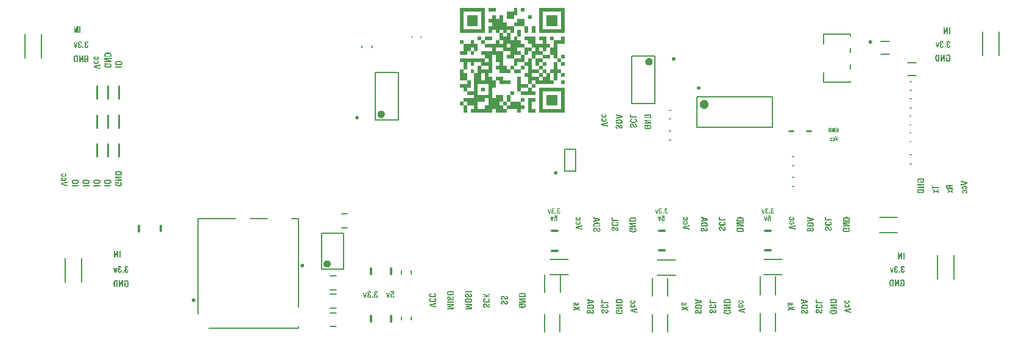
<source format=gbo>
%FSTAX23Y23*%
%MOIN*%
%SFA1B1*%

%IPPOS*%
%ADD10C,0.009843*%
%ADD11C,0.019685*%
%ADD12C,0.007874*%
%ADD14C,0.010000*%
%ADD15C,0.005000*%
%ADD17C,0.011811*%
%ADD121C,0.023622*%
%LNbrushed_pcb-1*%
%LPD*%
G36*
X00066Y00693D02*
X00066D01*
Y00693*
X00066*
Y00693*
X00066*
Y00674*
X00066*
Y00674*
X00066*
Y00674*
X00066*
Y00674*
X00046*
Y00674*
X00046*
Y00694*
X00066*
Y00693*
G37*
G36*
X-00092D02*
X-00092D01*
Y00674*
X-00092*
Y00674*
X-00131*
Y00694*
X-00092*
Y00693*
G37*
G36*
X00106Y00654D02*
X00106D01*
Y00634*
X00106*
Y00634*
X00086*
Y00634*
X00086*
Y00651*
Y00652*
Y00654*
X00086*
Y00654*
X00106*
Y00654*
G37*
G36*
X00026Y00654D02*
X00007D01*
Y00654*
X00007*
Y00634*
X00006*
Y00634*
X-00032*
Y00635*
Y00635*
Y00674*
X00006*
Y00674*
X00007*
Y00694*
X00026*
Y00654*
G37*
G36*
X-00052Y00654D02*
X-00052D01*
Y00649*
Y00649*
Y00614*
X-00052*
Y00614*
X-00052*
Y00614*
X-00032*
Y00614*
X-00032*
Y00594*
X00007*
Y00555*
X-00012*
Y00574*
X-00032*
Y00555*
X-00012*
Y00515*
X00007*
Y00535*
X00026*
Y00515*
X00046*
Y00515*
X00046*
Y00495*
X00066*
Y00495*
X00066*
Y00495*
X00066*
Y00495*
X00066*
Y00475*
X00106*
Y00455*
X00126*
Y00475*
X00125*
Y00475*
X00125*
Y00475*
X00125*
Y00475*
X00106*
Y00495*
X00106*
Y00495*
X00086*
Y00515*
X00086*
Y00515*
X00066*
Y00515*
X00066*
Y00515*
X00066*
Y00534*
X00066*
Y00535*
X00066*
Y00535*
X00126*
Y00495*
X00126*
Y00495*
X00165*
Y00515*
X00145*
Y00535*
X00185*
Y00495*
X00205*
Y00495*
X00205*
Y00475*
X00224*
Y00475*
X00225*
Y00475*
X00225*
Y00515*
X00205*
Y00515*
X00205*
Y00515*
X00205*
Y00518*
Y00518*
Y00534*
X00205*
Y00535*
X00205*
Y00535*
X00225*
Y00515*
X00264*
Y00535*
X00284*
Y00495*
X00284*
Y00495*
X00245*
Y00416*
X00264*
Y00396*
X00284*
Y00387*
Y00386*
Y00376*
X00264*
Y00396*
X00245*
Y00416*
X00225*
Y00436*
X00205*
Y00475*
X00205*
Y00475*
X00186*
Y00475*
X00186*
Y00475*
X00185*
Y00475*
X00185*
Y00455*
X00165*
Y00475*
X00165*
Y00475*
X00165*
Y00475*
X00165*
Y00475*
X00146*
Y00475*
X00146*
Y00475*
X00146*
Y00475*
X00145*
Y00455*
X00165*
Y00436*
X00205*
Y00416*
X00205*
Y00416*
X00165*
Y00436*
X00126*
Y00416*
X00165*
Y00396*
X00185*
Y00376*
X00165*
Y00379*
Y00379*
Y00396*
X00145*
Y00376*
X00165*
Y00373*
Y00373*
Y00356*
X00185*
Y00336*
X00205*
Y00337*
X00205*
Y00356*
X00205*
Y00356*
X00205*
Y00356*
X00225*
Y00396*
X00245*
Y00356*
X00264*
Y00336*
X00284*
Y00337*
X00284*
Y00336*
X00284*
Y00335*
Y00335*
Y00317*
X00264*
Y00317*
X00264*
Y00336*
X00245*
Y00337*
X00245*
Y00336*
X00245*
Y00298*
Y00298*
Y00297*
X00244*
Y00297*
X00225*
Y00336*
X00225*
Y00337*
X00224*
Y00336*
X00205*
Y00297*
X00205*
Y00297*
X00205*
Y00297*
X00225*
Y00277*
X00126*
Y00297*
X00106*
Y00277*
X00126*
Y00257*
X00106*
Y00277*
X00086*
Y00317*
X00066*
Y00317*
X00066*
Y00317*
X00066*
Y00336*
X00066*
Y00336*
X00066*
Y00336*
X00066*
Y00337*
X00066*
Y00336*
X00085*
Y00337*
X00085*
Y00336*
X00086*
Y00337*
X00086*
Y00376*
X00086*
Y00376*
X00066*
Y00396*
X00026*
Y00396*
X00026*
Y00376*
X00007*
Y00416*
X-00032*
Y00436*
X-00012*
Y00436*
X-00012*
Y00455*
X-00052*
Y00475*
X-00052*
Y00475*
X-00052*
Y00475*
X-00053*
Y00475*
X-00091*
Y00475*
X-00091*
Y00475*
X-00091*
Y00475*
X-00092*
Y00455*
X-00052*
Y00376*
X-00032*
Y00376*
X-00032*
Y00356*
X-00012*
Y00337*
X-00012*
Y00336*
X-00013*
Y00337*
X-00013*
Y00336*
X-00072*
Y00337*
X-00072*
Y00337*
X-00072*
Y00356*
X-00072*
Y00356*
X-00072*
Y00356*
X-00092*
Y00376*
X-00091*
Y00376*
X-00072*
Y00376*
X-00072*
Y00377*
X-00072*
Y00396*
X-00072*
Y00396*
X-00072*
Y00396*
X-00092*
Y00436*
X-00111*
Y00337*
X-00112*
Y00336*
X-00131*
Y00337*
X-00131*
Y00336*
X-00131*
Y00317*
X-00111*
Y00297*
X-00111*
Y00297*
X-00092*
Y00257*
X-00092*
Y00257*
X-00111*
Y00257*
X-00111*
Y00198*
X-00111*
Y00198*
X-00092*
Y00198*
X-00092*
Y00217*
X-00052*
Y00178*
X-00032*
Y00173*
Y00173*
Y00158*
X-00012*
Y00178*
X-00032*
Y00217*
X-00012*
Y00178*
X00046*
Y00158*
X00046*
Y00158*
X00066*
Y00158*
X00066*
Y00158*
X00066*
Y00157*
X00066*
Y00139*
X00066*
Y00139*
X00066*
Y00138*
X00066*
Y00138*
X00046*
Y00138*
X00046*
Y00118*
X00046*
Y00118*
X00026*
Y00118*
X00026*
Y00138*
X-00032*
Y00158*
X-00052*
Y00178*
X-00072*
Y00178*
X-00072*
Y00177*
X-00072*
Y00177*
X-00072*
Y00159*
X-00072*
Y00158*
X-00072*
Y00158*
X-00072*
Y00158*
X-00052*
Y00138*
X-00032*
Y00118*
X-00032*
Y00118*
X-00092*
Y00138*
X-00092*
Y00138*
X-00111*
Y00138*
X-00111*
Y00118*
X-0023*
Y00138*
X-0023*
Y00138*
X-00211*
Y00138*
X-00211*
Y00139*
X-00211*
Y00158*
X-00211*
Y00158*
X-00211*
Y00158*
X-0025*
Y00178*
X-0027*
Y00198*
X-0027*
Y00198*
X-0027*
Y00198*
X-00211*
Y00198*
X-00211*
Y00198*
X-00211*
Y00198*
X-00211*
Y00217*
X-00211*
Y00217*
X-00211*
Y00217*
X-0025*
Y00218*
X-0025*
Y00237*
X-0027*
Y00257*
X-0029*
Y00257*
X-0029*
Y00277*
X-0029*
Y00277*
X-0025*
Y00297*
X-0029*
Y00297*
X-0029*
Y00356*
X-0027*
Y00337*
Y00337*
Y00337*
X-0027*
Y00336*
X-0027*
Y00337*
X-00269*
Y00336*
X-00251*
Y00337*
X-0025*
Y00336*
X-0025*
Y00297*
X-0023*
Y00257*
X-00231*
Y00257*
X-0025*
Y00257*
X-0025*
Y00237*
X-00211*
Y00237*
X-00211*
Y00238*
X-00211*
Y00272*
Y00272*
Y00336*
X-0023*
Y00337*
X-0023*
Y00336*
X-0023*
Y00337*
X-0023*
Y00356*
X-00211*
Y00356*
X-00211*
Y00356*
X-00211*
Y00337*
X-00211*
Y00336*
X-00191*
Y00337*
X-00191*
Y00336*
X-00191*
Y00337*
X-00191*
Y00376*
X-00191*
Y00376*
X-00171*
Y00396*
X-00171*
Y00396*
X-00211*
Y00396*
X-00211*
Y00377*
X-00211*
Y00376*
X-00211*
Y00376*
X-0023*
Y00396*
X-0025*
Y00356*
X-0027*
Y00396*
X-0029*
Y00396*
X-0029*
Y00416*
X-0029*
Y00416*
X-00151*
Y00436*
X-00171*
Y00436*
X-00171*
Y00436*
X-00171*
Y00455*
X-00171*
Y00455*
X-00171*
Y00455*
X-00111*
Y00475*
X-00112*
Y00475*
X-00112*
Y00475*
X-00112*
Y00475*
X-00151*
Y00475*
X-00151*
Y00475*
X-00151*
Y00495*
X-00171*
Y00495*
X-00171*
Y00496*
X-00171*
Y00515*
X-00191*
Y00535*
X-00171*
Y00535*
X-00171*
Y00517*
Y00517*
Y00515*
X-00151*
Y00495*
X-00092*
Y00495*
X-00092*
Y00515*
X-00091*
Y00515*
X-00072*
Y00555*
X-00092*
Y00574*
X-00111*
Y00555*
X-00131*
Y00594*
X-00111*
Y00614*
X-00112*
Y00614*
X-00131*
Y00614*
X-00131*
Y00614*
X-00131*
Y00634*
X-00111*
Y00654*
X-00111*
Y00654*
X-00092*
Y00654*
X-00092*
Y00634*
X-00072*
Y00634*
X-00072*
Y00634*
X-00072*
Y00653*
X-00072*
Y00653*
X-00072*
Y00654*
X-00072*
Y00654*
X-00052*
Y00654*
G37*
G36*
X00066Y00634D02*
X00066D01*
Y00634*
X00066*
Y00633*
X00066*
Y00594*
X00086*
Y00555*
X00066*
Y00555*
X00066*
Y00555*
X00066*
Y00594*
X00066*
Y00594*
X00007*
Y00614*
X00007*
Y00614*
X00026*
Y00614*
X00026*
Y00614*
X00026*
Y00634*
X00026*
Y00634*
X00066*
Y00634*
G37*
G36*
X00284Y00693D02*
X00284D01*
Y00555*
X00145*
Y00694*
X00284*
Y00693*
G37*
G36*
X00126Y00555D02*
X00106D01*
Y00578*
Y00578*
Y00594*
X00126*
Y00555*
G37*
G36*
X-00151D02*
X-0029D01*
Y00693*
X-0029*
Y00694*
X-00151*
Y00555*
G37*
G36*
X00046Y00535D02*
X00046D01*
Y00535*
X00026*
Y00561*
Y00561*
Y00574*
X00046*
Y00535*
G37*
G36*
X-00111Y00515D02*
X-00151D01*
Y00535*
X-00111*
Y00515*
G37*
G36*
X-00211Y00515D02*
X-00211D01*
Y00515*
X-00211*
Y00507*
Y00507*
Y00495*
X-00211*
Y00495*
X-00191*
Y00455*
X-00211*
Y00475*
X-00211*
Y00475*
X-00211*
Y00475*
X-00211*
Y00475*
X-00211*
Y00475*
X-00211*
Y00475*
X-0023*
Y00475*
X-0023*
Y00475*
X-0023*
Y00475*
X-0023*
Y00455*
X-00211*
Y00436*
X-00211*
Y00436*
X-00211*
Y00436*
X-0023*
Y00436*
X-0023*
Y00448*
Y00448*
Y00455*
X-0025*
Y00455*
X-0025*
Y00436*
X-0025*
Y00436*
X-0029*
Y00436*
X-0029*
Y00455*
X-0029*
Y00455*
X-0027*
Y00456*
X-0027*
Y00495*
X-0029*
Y00495*
X-0029*
Y00515*
X-0029*
Y00515*
X-0027*
Y00515*
X-0027*
Y00508*
Y00508*
Y00495*
X-00231*
Y00495*
X-0023*
Y00515*
X-0023*
Y00515*
X-00211*
Y00515*
G37*
G36*
X-00052Y00455D02*
D01*
G37*
G36*
X00284Y00416D02*
X00264D01*
Y00433*
Y00433*
Y00436*
X00284*
Y00416*
G37*
G36*
X00066Y00357D02*
X00066D01*
Y00357*
X00066*
Y00356*
X00066*
Y00356*
X00046*
Y00376*
X00046*
Y00376*
X00066*
Y00357*
G37*
G36*
X00007Y00356D02*
X00046D01*
Y00337*
X00046*
Y00336*
X00046*
Y00337*
X00046*
Y00336*
X00007*
Y00337*
X00007*
Y00336*
X00007*
Y00337*
X00007*
Y00356*
X-00012*
Y00376*
X-00012*
Y00376*
X00007*
Y00356*
G37*
G36*
X00284Y00277D02*
X00264D01*
Y00297*
X00284*
Y00277*
G37*
G36*
X-00052Y00297D02*
X-00052D01*
Y00297*
X-00012*
Y00277*
X-00072*
Y00277*
X-00072*
Y00277*
X-00072*
Y00278*
X-00072*
Y00296*
X-00072*
Y00297*
X-00072*
Y00297*
X-00092*
Y00317*
X-00052*
Y00297*
G37*
G36*
X00046Y00277D02*
X00086D01*
Y00257*
X00106*
Y00237*
X00125*
Y00237*
X00126*
Y00217*
X00046*
Y00237*
X00027*
Y00237*
X00027*
Y00237*
X00026*
Y00316*
Y00316*
Y00317*
X00026*
Y00317*
X00046*
Y00277*
G37*
G36*
X00006Y00237D02*
X00007D01*
Y00218*
X00006*
Y00217*
X-00012*
Y00237*
X-00012*
Y00237*
X00006*
Y00237*
G37*
G36*
X00125Y00198D02*
X00126D01*
Y00178*
X00106*
Y00138*
X00126*
Y00118*
X00086*
Y00118*
X00086*
Y00198*
X00086*
Y00198*
X00086*
Y00198*
X00125*
Y00198*
X00125*
Y00198*
G37*
G36*
X00066D02*
X00066D01*
Y00197*
X00066*
Y00197*
X00066*
Y00197*
X00066*
Y00178*
X00066*
Y00178*
X00066*
Y00178*
X00066*
Y00178*
X00046*
Y00198*
X00046*
Y00198*
X00047*
Y00198*
X00066*
Y00198*
X00066*
Y00198*
G37*
G36*
X00284Y00118D02*
X00284D01*
Y00118*
X00145*
Y00144*
Y00144*
Y00257*
X00284*
Y00118*
G37*
G36*
X-0027Y00158D02*
X-0025D01*
Y00118*
X-0027*
Y00123*
Y00124*
Y00158*
X-0029*
Y00158*
X-0029*
Y00169*
Y00169*
Y00178*
X-0029*
Y00178*
X-0027*
Y00158*
G37*
G36*
X00831Y-0046D02*
X00826D01*
X00826Y-0046*
X00826Y-0046*
X00826Y-00459*
X00826Y-00459*
X00825Y-00459*
X00825Y-00459*
X00825Y-00459*
X00825Y-00459*
X00825Y-00458*
X00825Y-00458*
X00824Y-00458*
X00824Y-00458*
X00824Y-00458*
X00824Y-00458*
X00823*
X00823Y-00458*
X00822Y-00458*
X00822Y-00458*
X00821Y-00459*
X00821Y-00459*
X00821Y-00459*
X00821Y-00459*
X00821Y-00459*
X0082Y-0046*
X0082Y-00461*
X0082Y-00462*
X0082Y-00462*
X0082Y-00463*
X0082Y-00463*
Y-00464*
Y-00464*
Y-00464*
Y-00464*
Y-00464*
X0082Y-00466*
X0082Y-00467*
X0082Y-00468*
X0082Y-00468*
X0082Y-00469*
X00821Y-00469*
X00821Y-00469*
X00821Y-0047*
X00821Y-0047*
X00821Y-0047*
X00822Y-00471*
X00822Y-00471*
X00822Y-00471*
X00823Y-00471*
X00823Y-00471*
X00823*
X00824Y-00471*
X00824Y-00471*
X00824Y-00471*
X00825Y-0047*
X00825Y-0047*
X00825Y-0047*
X00825Y-0047*
X00825Y-0047*
X00826Y-00469*
X00826Y-00469*
X00826Y-00468*
X00826Y-00467*
X00826Y-00467*
X00826Y-00466*
Y-00466*
Y-00466*
Y-00466*
Y-00466*
Y-00465*
X00831*
Y-00466*
X00831Y-00467*
X00831Y-00467*
X00831Y-00468*
X00831Y-00469*
X00831Y-0047*
X00831Y-0047*
X00831Y-00471*
X0083Y-00471*
X0083Y-00472*
X0083Y-00472*
X0083Y-00472*
X0083Y-00473*
X0083Y-00473*
X00829Y-00473*
X00829Y-00473*
Y-00473*
X00829Y-00473*
X00828Y-00474*
X00828Y-00474*
X00828Y-00474*
X00826Y-00475*
X00825Y-00475*
X00825Y-00475*
X00824Y-00475*
X00824Y-00475*
X00824Y-00475*
X00823*
X00822Y-00475*
X00821Y-00475*
X00821Y-00475*
X0082Y-00475*
X0082Y-00475*
X00819Y-00475*
X00818Y-00474*
X00818Y-00474*
X00818Y-00474*
X00817Y-00473*
X00817Y-00473*
X00817Y-00473*
X00817Y-00473*
X00816Y-00473*
X00816Y-00473*
Y-00473*
X00816Y-00472*
X00816Y-00471*
X00815Y-00471*
X00815Y-0047*
X00815Y-00469*
X00815Y-00467*
X00814Y-00467*
X00814Y-00466*
X00814Y-00465*
Y-00465*
X00814Y-00464*
Y-00464*
Y-00464*
Y-00464*
Y-00463*
X00814Y-00462*
X00814Y-00461*
X00815Y-00461*
X00815Y-0046*
X00815Y-00459*
X00815Y-00459*
X00815Y-00458*
X00815Y-00458*
X00816Y-00457*
X00816Y-00457*
X00816Y-00457*
X00816Y-00457*
X00816Y-00456*
X00816Y-00456*
Y-00456*
X00817Y-00456*
X00817Y-00455*
X00818Y-00455*
X00818Y-00455*
X00819Y-00454*
X0082Y-00454*
X00821Y-00454*
X00821Y-00454*
X00821Y-00454*
X00822Y-00454*
X00823*
X00823Y-00454*
X00824Y-00454*
X00824Y-00454*
X00824Y-00454*
X00824Y-00454*
X00824Y-00454*
X00825*
X00825Y-00454*
X00826Y-00455*
X00826Y-00455*
X00826Y-00455*
X00826Y-00455*
X00826Y-00455*
X00826Y-00449*
X00816*
Y-00444*
X0083*
X00831Y-0046*
G37*
G36*
X00807Y-00475D02*
X008D01*
X00795Y-00452*
X008*
X00803Y-00469*
X00806Y-00452*
X00812*
X00807Y-00475*
G37*
G36*
X00243Y-0046D02*
X00238D01*
X00238Y-0046*
X00238Y-0046*
X00238Y-00459*
X00238Y-00459*
X00238Y-00459*
X00238Y-00459*
X00238Y-00459*
X00237Y-00459*
X00237Y-00458*
X00237Y-00458*
X00237Y-00458*
X00236Y-00458*
X00236Y-00458*
X00236Y-00458*
X00236*
X00235Y-00458*
X00234Y-00458*
X00234Y-00458*
X00234Y-00459*
X00233Y-00459*
X00233Y-00459*
X00233Y-00459*
X00233Y-00459*
X00233Y-0046*
X00232Y-00461*
X00232Y-00462*
X00232Y-00462*
X00232Y-00463*
X00232Y-00463*
Y-00464*
Y-00464*
Y-00464*
Y-00464*
Y-00464*
X00232Y-00466*
X00232Y-00467*
X00232Y-00468*
X00232Y-00468*
X00233Y-00469*
X00233Y-00469*
X00233Y-00469*
X00233Y-0047*
X00233Y-0047*
X00234Y-0047*
X00234Y-00471*
X00234Y-00471*
X00235Y-00471*
X00235Y-00471*
X00235Y-00471*
X00235*
X00236Y-00471*
X00236Y-00471*
X00237Y-00471*
X00237Y-0047*
X00237Y-0047*
X00237Y-0047*
X00237Y-0047*
X00238Y-0047*
X00238Y-00469*
X00238Y-00469*
X00238Y-00468*
X00238Y-00467*
X00238Y-00467*
X00238Y-00466*
Y-00466*
Y-00466*
Y-00466*
Y-00466*
Y-00465*
X00244*
Y-00466*
X00244Y-00467*
X00244Y-00467*
X00243Y-00468*
X00243Y-00469*
X00243Y-0047*
X00243Y-0047*
X00243Y-00471*
X00243Y-00471*
X00242Y-00472*
X00242Y-00472*
X00242Y-00472*
X00242Y-00473*
X00242Y-00473*
X00242Y-00473*
X00242Y-00473*
Y-00473*
X00241Y-00473*
X00241Y-00474*
X0024Y-00474*
X0024Y-00474*
X00239Y-00475*
X00238Y-00475*
X00237Y-00475*
X00236Y-00475*
X00236Y-00475*
X00236Y-00475*
X00235*
X00235Y-00475*
X00234Y-00475*
X00233Y-00475*
X00232Y-00475*
X00232Y-00475*
X00231Y-00475*
X00231Y-00474*
X0023Y-00474*
X0023Y-00474*
X0023Y-00473*
X00229Y-00473*
X00229Y-00473*
X00229Y-00473*
X00229Y-00473*
X00229Y-00473*
Y-00473*
X00228Y-00472*
X00228Y-00471*
X00228Y-00471*
X00227Y-0047*
X00227Y-00469*
X00227Y-00467*
X00227Y-00467*
X00227Y-00466*
X00227Y-00465*
Y-00465*
X00227Y-00464*
Y-00464*
Y-00464*
Y-00464*
Y-00463*
X00227Y-00462*
X00227Y-00461*
X00227Y-00461*
X00227Y-0046*
X00227Y-00459*
X00227Y-00459*
X00227Y-00458*
X00228Y-00458*
X00228Y-00457*
X00228Y-00457*
X00228Y-00457*
X00228Y-00457*
X00228Y-00456*
X00229Y-00456*
Y-00456*
X00229Y-00456*
X00229Y-00455*
X0023Y-00455*
X0023Y-00455*
X00231Y-00454*
X00232Y-00454*
X00233Y-00454*
X00233Y-00454*
X00234Y-00454*
X00234Y-00454*
X00235*
X00235Y-00454*
X00236Y-00454*
X00236Y-00454*
X00236Y-00454*
X00237Y-00454*
X00237Y-00454*
X00237*
X00237Y-00454*
X00238Y-00455*
X00238Y-00455*
X00238Y-00455*
X00239Y-00455*
X00239Y-00455*
X00238Y-00449*
X00228*
Y-00444*
X00243*
X00243Y-0046*
G37*
G36*
X00219Y-00475D02*
X00212D01*
X00207Y-00452*
X00213*
X00215Y-00469*
X00219Y-00452*
X00224*
X00219Y-00475*
G37*
G36*
X01413Y-0046D02*
X01408D01*
X01408Y-0046*
X01407Y-0046*
X01407Y-00459*
X01407Y-00459*
X01407Y-00459*
X01407Y-00459*
X01407Y-00459*
X01407Y-00459*
X01406Y-00458*
X01406Y-00458*
X01406Y-00458*
X01406Y-00458*
X01405Y-00458*
X01405Y-00458*
X01405*
X01404Y-00458*
X01404Y-00458*
X01403Y-00458*
X01403Y-00459*
X01403Y-00459*
X01402Y-00459*
X01402Y-00459*
X01402Y-00459*
X01402Y-0046*
X01402Y-00461*
X01402Y-00462*
X01402Y-00462*
X01401Y-00463*
X01401Y-00463*
Y-00464*
Y-00464*
Y-00464*
Y-00464*
Y-00464*
X01401Y-00466*
X01402Y-00467*
X01402Y-00468*
X01402Y-00468*
X01402Y-00469*
X01402Y-00469*
X01402Y-00469*
X01402Y-0047*
X01402Y-0047*
X01403Y-0047*
X01403Y-00471*
X01404Y-00471*
X01404Y-00471*
X01404Y-00471*
X01404Y-00471*
X01404*
X01405Y-00471*
X01406Y-00471*
X01406Y-00471*
X01406Y-0047*
X01406Y-0047*
X01407Y-0047*
X01407Y-0047*
X01407Y-0047*
X01407Y-00469*
X01407Y-00469*
X01407Y-00468*
X01407Y-00467*
X01408Y-00467*
X01408Y-00466*
Y-00466*
Y-00466*
Y-00466*
Y-00466*
Y-00465*
X01413*
Y-00466*
X01413Y-00467*
X01413Y-00467*
X01413Y-00468*
X01413Y-00469*
X01412Y-0047*
X01412Y-0047*
X01412Y-00471*
X01412Y-00471*
X01412Y-00472*
X01412Y-00472*
X01411Y-00472*
X01411Y-00473*
X01411Y-00473*
X01411Y-00473*
X01411Y-00473*
Y-00473*
X01411Y-00473*
X0141Y-00474*
X0141Y-00474*
X01409Y-00474*
X01408Y-00475*
X01407Y-00475*
X01406Y-00475*
X01406Y-00475*
X01405Y-00475*
X01405Y-00475*
X01405*
X01404Y-00475*
X01403Y-00475*
X01402Y-00475*
X01402Y-00475*
X01401Y-00475*
X014Y-00475*
X014Y-00474*
X014Y-00474*
X01399Y-00474*
X01399Y-00473*
X01399Y-00473*
X01398Y-00473*
X01398Y-00473*
X01398Y-00473*
X01398Y-00473*
Y-00473*
X01398Y-00472*
X01397Y-00471*
X01397Y-00471*
X01397Y-0047*
X01396Y-00469*
X01396Y-00467*
X01396Y-00467*
X01396Y-00466*
X01396Y-00465*
Y-00465*
X01396Y-00464*
Y-00464*
Y-00464*
Y-00464*
Y-00463*
X01396Y-00462*
X01396Y-00461*
X01396Y-00461*
X01396Y-0046*
X01396Y-00459*
X01397Y-00459*
X01397Y-00458*
X01397Y-00458*
X01397Y-00457*
X01397Y-00457*
X01398Y-00457*
X01398Y-00457*
X01398Y-00456*
X01398Y-00456*
Y-00456*
X01398Y-00456*
X01399Y-00455*
X01399Y-00455*
X014Y-00455*
X01401Y-00454*
X01401Y-00454*
X01402Y-00454*
X01403Y-00454*
X01403Y-00454*
X01403Y-00454*
X01404*
X01405Y-00454*
X01405Y-00454*
X01405Y-00454*
X01406Y-00454*
X01406Y-00454*
X01406Y-00454*
X01406*
X01407Y-00454*
X01407Y-00455*
X01408Y-00455*
X01408Y-00455*
X01408Y-00455*
X01408Y-00455*
X01408Y-00449*
X01397*
Y-00444*
X01412*
X01413Y-0046*
G37*
G36*
X01388Y-00475D02*
X01382D01*
X01376Y-00452*
X01382*
X01385Y-00469*
X01388Y-00452*
X01394*
X01388Y-00475*
G37*
G36*
X01763Y00012D02*
X01759D01*
X01759Y00029*
X01753Y00012*
X01748*
Y00037*
X01752*
X01752Y00019*
X01758Y00037*
X01763*
Y00012*
G37*
G36*
X01776Y00037D02*
X01777Y00037D01*
X01777Y00037*
X01778Y00037*
X01778Y00037*
X01779Y00037*
X01779Y00036*
X01779Y00036*
X01779Y00036*
X0178Y00036*
X0178Y00035*
X01781Y00035*
X01781Y00035*
X01781Y00034*
X01781Y00034*
X01781Y00034*
X01782Y00034*
X01782Y00033*
X01782Y00033*
X01782Y00032*
X01782Y00032*
X01783Y00031*
X01783Y00031*
Y00031*
X01783Y00031*
Y00031*
X01783Y0003*
X01783Y00029*
X01783Y00028*
X01783Y00027*
Y00027*
Y00026*
X01783Y00026*
Y00026*
Y00025*
Y00025*
Y00025*
Y00025*
Y00024*
X01783Y00022*
X01783Y00021*
X01783Y0002*
X01783Y00019*
X01782Y00018*
X01782Y00017*
X01782Y00017*
X01782Y00016*
X01782Y00016*
X01782Y00015*
X01782Y00015*
X01782Y00015*
X01781Y00014*
X01781Y00014*
Y00014*
X01781Y00014*
X01781Y00013*
X0178Y00013*
X0178Y00013*
X01779Y00012*
X01779Y00012*
X01779Y00012*
X01778Y00012*
X01777Y00011*
X01777Y00011*
X01777Y00011*
X01776*
X01776Y00011*
X01776*
X01775Y00011*
X01775Y00011*
X01774Y00012*
X01773Y00012*
X01773Y00012*
X01773Y00012*
X01773Y00012*
X01773Y00012*
X01772Y00012*
X01772Y00013*
X01771Y00013*
X01771Y00014*
X01771Y00014*
X01771Y00014*
X01771Y00015*
X01771Y00015*
X0177Y00012*
X01767*
Y00025*
X01775*
Y00021*
X01772*
Y00021*
Y0002*
X01772Y00019*
X01772Y00019*
X01772Y00019*
X01772Y00018*
X01772Y00017*
X01772Y00017*
X01772Y00017*
X01772Y00016*
X01772Y00016*
X01773Y00016*
X01773Y00016*
X01774Y00015*
X01774Y00015*
X01774Y00015*
X01775Y00015*
X01775Y00015*
X01775*
X01775Y00015*
X01776Y00015*
X01776Y00015*
X01777Y00016*
X01777Y00016*
X01777Y00016*
X01777Y00017*
X01778Y00017*
X01778Y00017*
X01778Y00017*
X01778Y00018*
X01778Y00018*
X01778Y00019*
X01778Y0002*
X01778Y00021*
Y00022*
X01778Y00022*
Y00023*
X01778Y00023*
Y00023*
Y00024*
Y00024*
Y00024*
Y00025*
X01778Y00026*
X01778Y00027*
X01778Y00028*
X01778Y00029*
X01778Y00029*
X01778Y0003*
X01778Y0003*
X01778Y00031*
X01778Y00031*
X01778Y00031*
X01778Y00032*
X01778Y00032*
X01778Y00032*
X01778Y00032*
X01777Y00032*
X01777Y00033*
X01776Y00033*
X01776Y00033*
X01775Y00033*
X01775Y00033*
X01775Y00034*
X01775*
X01774Y00033*
X01774Y00033*
X01773Y00033*
X01773Y00033*
X01773Y00033*
X01772Y00033*
X01772Y00032*
X01772Y00032*
X01772Y00032*
X01772Y00031*
X01772Y00031*
X01772Y0003*
X01772Y0003*
X01771Y00029*
Y00029*
Y00029*
Y00029*
Y00029*
Y00029*
X01767*
Y00029*
X01767Y0003*
X01767Y00031*
X01767Y00031*
X01767Y00032*
X01768Y00033*
X01768Y00033*
X01768Y00033*
X01768Y00034*
X01768Y00034*
X01768Y00034*
X01769Y00035*
X01769Y00035*
X01769Y00035*
X01769Y00035*
X01769Y00035*
X01769Y00035*
X01769Y00036*
X0177Y00036*
X0177Y00036*
X01771Y00036*
X01772Y00037*
X01773Y00037*
X01773Y00037*
X01774Y00037*
X01774Y00037*
X01774*
X01775Y00037*
X01775*
X01776Y00037*
G37*
G36*
X01744Y00012D02*
X01737D01*
X01736Y00012*
X01735*
X01735Y00012*
X01734Y00012*
X01734Y00012*
X01734Y00012*
X01733Y00012*
X01733Y00012*
X01733Y00012*
X01733Y00012*
X01732Y00012*
X01732Y00012*
X01732*
X01732Y00012*
X01732Y00013*
X01731Y00013*
X01731Y00013*
X0173Y00014*
X0173Y00014*
X0173Y00014*
X0173Y00015*
X0173Y00015*
X01729Y00015*
X01729Y00016*
X01729Y00016*
X01729Y00017*
X01729Y00017*
X01729Y00018*
X01728Y00018*
X01728Y00018*
Y00018*
Y00018*
X01728Y00019*
X01728Y00019*
X01728Y0002*
X01728Y0002*
X01728Y00022*
X01728Y00023*
Y00023*
X01728Y00024*
Y00024*
Y00025*
Y00025*
Y00025*
Y00026*
Y00026*
Y00026*
X01728Y00027*
Y00028*
X01728Y00028*
X01728Y00029*
X01728Y00029*
X01728Y0003*
X01728Y0003*
X01728Y00031*
X01728Y00031*
X01728Y00031*
X01729Y00031*
X01729Y00032*
Y00032*
X01729Y00032*
Y00032*
X01729Y00032*
X01729Y00033*
X01729Y00034*
X0173Y00034*
X0173Y00034*
X0173Y00035*
X0173Y00035*
X0173Y00035*
X01731Y00035*
X01731Y00035*
X01732Y00036*
X01732Y00036*
X01732Y00036*
X01732Y00036*
X01733Y00036*
X01733*
X01733Y00036*
X01734Y00036*
X01734Y00036*
X01735Y00037*
X01735*
X01736Y00037*
X01744*
Y00012*
G37*
G36*
X01776Y-00036D02*
X0177D01*
X01765Y-00012*
X0177*
X01773Y-00031*
X01777Y-00012*
X01782*
X01776Y-00036*
G37*
G36*
X01758Y-00017D02*
X01758Y-00017D01*
X01759Y-00018*
X01759Y-00018*
X0176Y-00018*
X0176Y-00018*
X0176Y-00018*
X01761Y-00018*
X01761Y-00019*
X01761Y-00019*
X01761Y-00019*
X01762Y-00019*
X01762Y-00019*
X01762Y-00019*
Y-0002*
X01762Y-0002*
X01762Y-0002*
X01762Y-00021*
X01763Y-00022*
X01763Y-00023*
X01763Y-00024*
X01763Y-00025*
X01763Y-00025*
X01763Y-00026*
Y-00026*
X01763Y-00027*
Y-00027*
Y-00027*
Y-00027*
Y-00028*
X01763Y-00029*
X01763Y-0003*
X01763Y-00031*
X01763Y-00031*
X01763Y-00032*
X01763Y-00033*
X01762Y-00033*
X01762Y-00034*
X01762Y-00034*
X01762Y-00034*
X01762Y-00034*
X01762Y-00035*
X01762Y-00035*
X01762Y-00035*
Y-00035*
X01762Y-00035*
X01761Y-00036*
X01761Y-00036*
X0176Y-00036*
X0176Y-00036*
X01759Y-00037*
X01758Y-00037*
X01758Y-00037*
X01758Y-00037*
X01757Y-00037*
X01757*
X01756Y-00037*
X01755Y-00037*
X01754Y-00036*
X01754Y-00036*
X01753Y-00036*
X01753Y-00036*
X01752Y-00035*
X01752Y-00035*
X01752Y-00035*
X01752Y-00035*
X01752Y-00034*
X01751Y-00033*
X01751Y-00032*
X01751Y-00031*
X01751Y-00031*
Y-00031*
X01751Y-00031*
Y-0003*
Y-0003*
Y-0003*
Y-0003*
Y-0003*
X01751Y-0003*
Y-0003*
Y-00029*
Y-00029*
Y-00029*
Y-00029*
X01755*
Y-0003*
Y-0003*
X01755Y-00031*
X01755Y-00032*
X01755Y-00032*
X01755Y-00032*
X01755Y-00033*
X01755Y-00033*
X01755Y-00033*
X01756Y-00033*
X01756Y-00033*
X01756Y-00033*
X01756Y-00034*
X01757Y-00034*
X01757Y-00034*
X01757*
X01757Y-00034*
X01758Y-00034*
X01758Y-00033*
X01758Y-00033*
X01758Y-00033*
X01758Y-00033*
X01758Y-00033*
X01758Y-00033*
X01758Y-00033*
X01759Y-00032*
X01759Y-00031*
Y-00031*
X01759Y-00031*
Y-0003*
Y-0003*
Y-0003*
Y-00024*
X01759Y-00023*
X01759Y-00023*
X01759Y-00022*
X01759Y-00022*
X01758Y-00022*
X01758Y-00022*
X01758Y-00021*
Y-00021*
X01758Y-00021*
X01758Y-00021*
X01758Y-00021*
X01757Y-00021*
X01757Y-00021*
X01757Y-00021*
X01757*
X01757Y-00021*
X01756Y-00021*
X01756Y-00021*
X01756Y-00021*
X01756Y-00021*
X01756Y-00021*
X01756Y-00021*
Y-00021*
X01755Y-00022*
X01755Y-00022*
X01755Y-00023*
Y-00023*
X01755Y-00024*
Y-00024*
Y-00024*
Y-00024*
Y-00024*
X01751*
Y-00024*
X01751Y-00023*
X01751Y-00022*
X01751Y-00021*
X01752Y-0002*
X01752Y-0002*
X01752Y-00019*
X01752Y-00019*
X01752Y-00019*
X01753Y-00018*
X01754Y-00018*
X01754Y-00018*
X01755Y-00018*
X01756Y-00017*
X01756Y-00017*
X01756*
X01757Y-00017*
X01757*
X01758Y-00017*
G37*
G36*
X01743D02*
X01743Y-00017D01*
X01744Y-00018*
X01744Y-00018*
X01745Y-00018*
X01745Y-00018*
X01745Y-00018*
X01746Y-00018*
X01746Y-00019*
X01746Y-00019*
X01746Y-00019*
X01747Y-00019*
X01747Y-00019*
X01747Y-00019*
Y-0002*
X01747Y-0002*
X01747Y-0002*
X01748Y-00021*
X01748Y-00022*
X01748Y-00023*
X01748Y-00024*
X01748Y-00025*
X01748Y-00025*
X01748Y-00026*
Y-00026*
X01748Y-00027*
Y-00027*
Y-00027*
Y-00027*
Y-00028*
X01748Y-00029*
X01748Y-0003*
X01748Y-00031*
X01748Y-00031*
X01748Y-00032*
X01748Y-00033*
X01748Y-00033*
X01747Y-00034*
X01747Y-00034*
X01747Y-00034*
X01747Y-00034*
X01747Y-00035*
X01747Y-00035*
X01747Y-00035*
Y-00035*
X01747Y-00035*
X01746Y-00036*
X01746Y-00036*
X01746Y-00036*
X01745Y-00036*
X01744Y-00037*
X01743Y-00037*
X01743Y-00037*
X01743Y-00037*
X01742Y-00037*
X01742*
X01741Y-00037*
X0174Y-00037*
X01739Y-00036*
X01739Y-00036*
X01738Y-00036*
X01738Y-00036*
X01738Y-00035*
X01738Y-00035*
X01737Y-00035*
X01737Y-00035*
X01737Y-00034*
X01736Y-00033*
X01736Y-00032*
X01736Y-00031*
X01736Y-00031*
Y-00031*
X01736Y-00031*
Y-0003*
Y-0003*
Y-0003*
Y-0003*
Y-0003*
X01736Y-0003*
Y-0003*
Y-00029*
Y-00029*
Y-00029*
Y-00029*
X0174*
Y-0003*
Y-0003*
X0174Y-00031*
X0174Y-00032*
X0174Y-00032*
X0174Y-00032*
X0174Y-00033*
X01741Y-00033*
X01741Y-00033*
X01741Y-00033*
X01741Y-00033*
X01741Y-00033*
X01741Y-00034*
X01742Y-00034*
X01742Y-00034*
X01742*
X01742Y-00034*
X01743Y-00034*
X01743Y-00033*
X01743Y-00033*
X01743Y-00033*
X01743Y-00033*
X01743Y-00033*
X01743Y-00033*
X01744Y-00033*
X01744Y-00032*
X01744Y-00031*
Y-00031*
X01744Y-00031*
Y-0003*
Y-0003*
Y-0003*
Y-00024*
X01744Y-00023*
X01744Y-00023*
X01744Y-00022*
X01744Y-00022*
X01744Y-00022*
X01744Y-00022*
X01743Y-00021*
Y-00021*
X01743Y-00021*
X01743Y-00021*
X01743Y-00021*
X01743Y-00021*
X01742Y-00021*
X01742Y-00021*
X01742*
X01742Y-00021*
X01741Y-00021*
X01741Y-00021*
X01741Y-00021*
X01741Y-00021*
X01741Y-00021*
X01741Y-00021*
Y-00021*
X0174Y-00022*
X0174Y-00022*
X0174Y-00023*
Y-00023*
X0174Y-00024*
Y-00024*
Y-00024*
Y-00024*
Y-00024*
X01736*
Y-00024*
X01736Y-00023*
X01736Y-00022*
X01737Y-00021*
X01737Y-0002*
X01737Y-0002*
X01737Y-00019*
X01737Y-00019*
X01738Y-00019*
X01738Y-00018*
X01739Y-00018*
X0174Y-00018*
X0174Y-00018*
X01741Y-00017*
X01741Y-00017*
X01742*
X01742Y-00017*
X01742*
X01743Y-00017*
G37*
G36*
X-00444Y-00876D02*
X-00445D01*
X-00445*
X-00446Y-00876*
X-00447*
X-00448Y-00876*
X-00448Y-00876*
X-00449Y-00876*
X-00449Y-00876*
X-0045Y-00876*
X-00451Y-00876*
X-00451Y-00877*
X-00451Y-00877*
X-00451Y-00877*
X-00452Y-00877*
X-00452Y-00878*
X-00452Y-00879*
X-00452Y-00879*
X-00453Y-00879*
Y-0088*
X-00452Y-00881*
X-00452Y-00881*
X-00452Y-00882*
X-00451Y-00882*
X-00451Y-00883*
X-00451Y-00883*
X-00451Y-00883*
X-0045Y-00883*
X-0045Y-00883*
X-00449Y-00883*
X-00448Y-00884*
X-00448Y-00884*
X-00447Y-00884*
X-00446Y-00884*
X-00443Y-00884*
X-00442Y-00884*
X-00442*
X-00441Y-00884*
X-0044*
X-00439*
X-00439*
X-00438*
X-00438*
X-00437*
X-00435Y-00884*
X-00434*
X-00433Y-00884*
X-00431Y-00884*
X-00431Y-00884*
X-0043Y-00884*
X-00429Y-00884*
X-00429Y-00884*
X-00428Y-00883*
X-00428Y-00883*
X-00427Y-00883*
X-00427Y-00883*
X-00427*
X-00427Y-00883*
X-00426Y-00883*
X-00426Y-00882*
X-00425Y-00882*
X-00425Y-00881*
X-00425Y-00881*
X-00425Y-0088*
X-00425Y-0088*
Y-0088*
X-00425Y-00879*
X-00425Y-00879*
X-00425Y-00878*
X-00426Y-00878*
X-00426Y-00877*
X-00426Y-00877*
X-00426Y-00877*
X-00426Y-00877*
X-00427Y-00876*
X-00428Y-00876*
X-00428Y-00876*
X-00429Y-00876*
X-0043Y-00876*
X-0043Y-00876*
X-00431*
X-00431*
X-00431*
X-00432*
Y-00869*
X-00431Y-00869*
X-00429Y-00869*
X-00428Y-00869*
X-00428Y-0087*
X-00427Y-0087*
X-00426Y-0087*
X-00425Y-0087*
X-00425Y-0087*
X-00424Y-00871*
X-00424Y-00871*
X-00423Y-00871*
X-00423Y-00871*
X-00423Y-00872*
X-00422Y-00872*
X-00422Y-00872*
X-00422Y-00872*
X-00422Y-00872*
X-00421Y-00873*
X-00421Y-00873*
X-00421Y-00874*
X-0042Y-00876*
X-0042Y-00877*
X-0042Y-00878*
X-0042Y-00879*
X-00419Y-00879*
X-00419Y-00879*
Y-0088*
X-00419Y-00881*
X-0042Y-00882*
X-0042Y-00883*
X-0042Y-00884*
X-0042Y-00885*
X-0042Y-00885*
X-0042Y-00885*
X-00421Y-00886*
X-00421Y-00886*
X-00422Y-00887*
X-00422Y-00888*
X-00423Y-00888*
X-00423Y-00889*
X-00424Y-00889*
X-00424Y-00889*
X-00424Y-00889*
X-00424*
X-00425Y-0089*
X-00426Y-0089*
X-00427Y-0089*
X-00427Y-0089*
X-00428Y-00891*
X-00429Y-00891*
X-00429Y-00891*
X-00429Y-00891*
X-00429*
X-00429*
X-00431Y-00891*
X-00432Y-00891*
X-00434Y-00891*
X-00435Y-00891*
X-00436*
X-00436Y-00891*
X-00437*
X-00437*
X-00438*
X-00438*
X-00438*
X-00438*
X-0044*
X-00441Y-00891*
X-00443*
X-00444Y-00891*
X-00445Y-00891*
X-00446Y-00891*
X-00447Y-00891*
X-00447Y-00891*
X-00448Y-00891*
X-00449Y-00891*
X-00449Y-00891*
X-00449Y-0089*
X-0045Y-0089*
X-0045*
X-0045Y-0089*
X-0045*
X-00451Y-0089*
X-00452Y-0089*
X-00453Y-00889*
X-00454Y-00889*
X-00455Y-00888*
X-00455Y-00888*
X-00455Y-00888*
X-00455Y-00888*
X-00456Y-00887*
X-00456Y-00887*
X-00457Y-00886*
X-00457Y-00886*
X-00457Y-00885*
X-00457Y-00885*
X-00457Y-00885*
X-00457Y-00884*
X-00458Y-00884*
X-00458Y-00883*
X-00458Y-00882*
X-00458Y-00881*
X-00458Y-00881*
X-00458Y-0088*
Y-0088*
X-00458Y-00879*
X-00458Y-00878*
X-00458Y-00877*
X-00458Y-00876*
X-00457Y-00876*
X-00457Y-00875*
X-00457Y-00874*
X-00457Y-00874*
X-00456Y-00873*
X-00456Y-00873*
X-00456Y-00873*
X-00456Y-00872*
X-00455Y-00872*
X-00455Y-00872*
X-00455Y-00872*
X-00455Y-00872*
X-00454Y-00871*
X-00454Y-00871*
X-00452Y-0087*
X-00451Y-0087*
X-00449Y-00869*
X-00448Y-00869*
X-00448Y-00869*
X-00447Y-00869*
X-00447*
X-00446Y-00869*
X-00446*
X-00446*
X-00446*
X-00445*
X-00445*
X-00445*
X-00445*
X-00445*
X-00444*
X-00444*
X-00444*
Y-00876*
G37*
G36*
Y-00903D02*
X-00445D01*
X-00445*
X-00446Y-00903*
X-00447*
X-00448Y-00903*
X-00448Y-00903*
X-00449Y-00903*
X-00449Y-00903*
X-0045Y-00903*
X-00451Y-00903*
X-00451Y-00904*
X-00451Y-00904*
X-00451Y-00904*
X-00452Y-00904*
X-00452Y-00905*
X-00452Y-00906*
X-00452Y-00906*
X-00453Y-00906*
Y-00907*
X-00452Y-00908*
X-00452Y-00908*
X-00452Y-00909*
X-00451Y-00909*
X-00451Y-0091*
X-00451Y-0091*
X-00451Y-0091*
X-0045Y-0091*
X-0045Y-0091*
X-00449Y-0091*
X-00448Y-00911*
X-00448Y-00911*
X-00447Y-00911*
X-00446Y-00911*
X-00443Y-00911*
X-00442Y-00911*
X-00442*
X-00441Y-00911*
X-0044*
X-00439*
X-00439*
X-00438*
X-00438*
X-00437*
X-00435Y-00911*
X-00434*
X-00433Y-00911*
X-00431Y-00911*
X-00431Y-00911*
X-0043Y-00911*
X-00429Y-00911*
X-00429Y-0091*
X-00428Y-0091*
X-00428Y-0091*
X-00427Y-0091*
X-00427Y-0091*
X-00427*
X-00427Y-0091*
X-00426Y-0091*
X-00426Y-00909*
X-00425Y-00909*
X-00425Y-00908*
X-00425Y-00908*
X-00425Y-00907*
X-00425Y-00907*
Y-00907*
X-00425Y-00906*
X-00425Y-00905*
X-00425Y-00905*
X-00426Y-00905*
X-00426Y-00904*
X-00426Y-00904*
X-00426Y-00904*
X-00426Y-00904*
X-00427Y-00903*
X-00428Y-00903*
X-00428Y-00903*
X-00429Y-00903*
X-0043Y-00903*
X-0043Y-00903*
X-00431*
X-00431*
X-00431*
X-00432*
Y-00896*
X-00431Y-00896*
X-00429Y-00896*
X-00428Y-00896*
X-00428Y-00897*
X-00427Y-00897*
X-00426Y-00897*
X-00425Y-00897*
X-00425Y-00897*
X-00424Y-00898*
X-00424Y-00898*
X-00423Y-00898*
X-00423Y-00898*
X-00423Y-00899*
X-00422Y-00899*
X-00422Y-00899*
X-00422Y-00899*
X-00422Y-00899*
X-00421Y-009*
X-00421Y-009*
X-00421Y-00901*
X-0042Y-00902*
X-0042Y-00904*
X-0042Y-00905*
X-0042Y-00906*
X-00419Y-00906*
X-00419Y-00906*
Y-00907*
X-00419Y-00908*
X-0042Y-00909*
X-0042Y-0091*
X-0042Y-00911*
X-0042Y-00912*
X-0042Y-00912*
X-0042Y-00912*
X-00421Y-00913*
X-00421Y-00913*
X-00422Y-00914*
X-00422Y-00915*
X-00423Y-00915*
X-00423Y-00916*
X-00424Y-00916*
X-00424Y-00916*
X-00424Y-00916*
X-00424*
X-00425Y-00917*
X-00426Y-00917*
X-00427Y-00917*
X-00427Y-00917*
X-00428Y-00917*
X-00429Y-00918*
X-00429Y-00918*
X-00429Y-00918*
X-00429*
X-00429*
X-00431Y-00918*
X-00432Y-00918*
X-00434Y-00918*
X-00435Y-00918*
X-00436*
X-00436Y-00918*
X-00437*
X-00437*
X-00438*
X-00438*
X-00438*
X-00438*
X-0044*
X-00441Y-00918*
X-00443*
X-00444Y-00918*
X-00445Y-00918*
X-00446Y-00918*
X-00447Y-00918*
X-00447Y-00918*
X-00448Y-00918*
X-00449Y-00918*
X-00449Y-00917*
X-00449Y-00917*
X-0045Y-00917*
X-0045*
X-0045Y-00917*
X-0045*
X-00451Y-00917*
X-00452Y-00917*
X-00453Y-00916*
X-00454Y-00916*
X-00455Y-00915*
X-00455Y-00915*
X-00455Y-00915*
X-00455Y-00915*
X-00456Y-00914*
X-00456Y-00914*
X-00457Y-00913*
X-00457Y-00913*
X-00457Y-00912*
X-00457Y-00912*
X-00457Y-00912*
X-00457Y-00911*
X-00458Y-00911*
X-00458Y-0091*
X-00458Y-00909*
X-00458Y-00908*
X-00458Y-00908*
X-00458Y-00907*
Y-00907*
X-00458Y-00906*
X-00458Y-00905*
X-00458Y-00904*
X-00458Y-00903*
X-00457Y-00903*
X-00457Y-00902*
X-00457Y-00901*
X-00457Y-00901*
X-00456Y-009*
X-00456Y-009*
X-00456Y-00899*
X-00456Y-00899*
X-00455Y-00899*
X-00455Y-00899*
X-00455Y-00899*
X-00455Y-00899*
X-00454Y-00898*
X-00454Y-00898*
X-00452Y-00897*
X-00451Y-00897*
X-00449Y-00896*
X-00448Y-00896*
X-00448Y-00896*
X-00447Y-00896*
X-00447*
X-00446Y-00896*
X-00446*
X-00446*
X-00446*
X-00445*
X-00445*
X-00445*
X-00445*
X-00445*
X-00444*
X-00444*
X-00444*
Y-00903*
G37*
G36*
X-0042Y-00929D02*
X-0045Y-00934D01*
X-0042Y-00939*
Y-00947*
X-00457Y-00938*
Y-00929*
X-0042Y-00922*
Y-00929*
G37*
G36*
X-00337Y-00858D02*
X-00336Y-00858D01*
X-00336*
X-00335Y-00858*
X-00334Y-00858*
X-00333Y-00858*
X-00333Y-00858*
X-00332Y-00858*
X-00332Y-00858*
X-00332*
X-00331Y-00858*
X-00331Y-00858*
X-00331*
X-00331*
X-0033Y-00858*
X-00329Y-00859*
X-00328Y-00859*
X-00327Y-00859*
X-00326Y-00859*
X-00326Y-0086*
X-00326Y-0086*
X-00326Y-0086*
X-00325Y-00861*
X-00324Y-00861*
X-00323Y-00862*
X-00323Y-00862*
X-00323Y-00863*
X-00322Y-00863*
X-00322Y-00864*
X-00322Y-00864*
X-00322Y-00865*
X-00321Y-00866*
X-00321Y-00867*
X-00321Y-00868*
X-00321Y-00868*
X-00321Y-00869*
Y-0087*
X-00321Y-00871*
X-00321Y-00872*
X-00321Y-00873*
X-00321Y-00874*
X-00322Y-00875*
X-00322Y-00875*
X-00322Y-00875*
X-00322Y-00876*
X-00323Y-00876*
X-00323Y-00877*
X-00324Y-00878*
X-00324Y-00878*
X-00325Y-00879*
X-00325Y-00879*
X-00326Y-00879*
X-00326Y-00879*
X-00326*
X-00326Y-0088*
X-00327Y-0088*
X-00328Y-0088*
X-00329Y-00881*
X-0033Y-00881*
X-0033Y-00881*
X-00331Y-00881*
X-00331*
X-00331Y-00881*
X-00331*
X-00332Y-00881*
X-00334Y-00881*
X-00335Y-00881*
X-00337Y-00882*
X-00338*
X-00338*
X-00339Y-00882*
X-00339*
X-0034*
X-0034*
X-0034*
X-0034*
X-00341*
X-00342*
X-00343Y-00882*
X-00344*
X-00345Y-00881*
X-00346Y-00881*
X-00347Y-00881*
X-00347Y-00881*
X-00348*
X-00348Y-00881*
X-00349Y-00881*
X-00349Y-00881*
X-00349*
X-0035Y-00881*
X-0035*
X-0035*
X-00351Y-00881*
X-00352Y-00881*
X-00353Y-0088*
X-00354Y-0088*
X-00354Y-0088*
X-00355Y-0088*
X-00355Y-00879*
X-00355Y-00879*
X-00356Y-00879*
X-00357Y-00878*
X-00357Y-00877*
X-00358Y-00877*
X-00358Y-00876*
X-00358Y-00876*
X-00359Y-00876*
X-00359Y-00876*
X-00359Y-00875*
X-00359Y-00874*
X-0036Y-00873*
X-0036Y-00872*
X-0036Y-00871*
X-0036Y-0087*
Y-0087*
X-0036Y-00868*
X-0036Y-00867*
X-00359Y-00866*
X-00359Y-00865*
X-00359Y-00865*
X-00359Y-00864*
X-00359Y-00864*
X-00359Y-00864*
X-00358Y-00863*
X-00358Y-00862*
X-00357Y-00862*
X-00356Y-00861*
X-00356Y-00861*
X-00355Y-0086*
X-00355Y-0086*
X-00355Y-0086*
X-00354Y-00859*
X-00353Y-00859*
X-00353Y-00859*
X-00352Y-00859*
X-00351Y-00858*
X-0035Y-00858*
X-0035Y-00858*
X-0035Y-00858*
X-0035*
X-0035*
X-00348Y-00858*
X-00347Y-00858*
X-00345Y-00858*
X-00344Y-00858*
X-00343*
X-00342Y-00858*
X-00342*
X-00341*
X-00341*
X-00341*
X-0034*
X-0034*
X-00339*
X-00338*
X-00337Y-00858*
G37*
G36*
X-00348Y-00887D02*
X-00347Y-00887D01*
X-00346Y-00887*
X-00345Y-00887*
X-00344Y-00887*
X-00344Y-00888*
X-00343Y-00888*
X-00343Y-00888*
X-00343Y-00888*
X-00342Y-00889*
X-00341Y-00889*
X-0034Y-0089*
X-0034Y-00891*
X-00339Y-00892*
X-00339Y-00893*
X-00338Y-00893*
X-00338Y-00893*
X-00338Y-00893*
X-00338Y-00893*
X-00335Y-00897*
Y-00897*
X-00335Y-00898*
X-00334Y-00899*
X-00334Y-00899*
X-00333Y-009*
X-00333Y-009*
X-00333Y-00901*
X-00332Y-00901*
X-00332Y-00901*
X-00331Y-00901*
X-00331Y-00901*
X-0033Y-00902*
X-0033*
X-0033Y-00901*
X-00329Y-00901*
X-00329Y-00901*
X-00328Y-00901*
X-00328Y-00901*
X-00328Y-00901*
X-00328Y-00901*
X-00328Y-00901*
X-00327Y-009*
X-00327Y-009*
X-00327Y-00899*
X-00327Y-00899*
X-00327Y-00899*
X-00327Y-00898*
Y-00898*
X-00327Y-00897*
X-00327Y-00897*
X-00327Y-00896*
X-00327Y-00895*
X-00328Y-00895*
X-00328Y-00895*
X-00328Y-00895*
X-00328Y-00895*
X-00328Y-00894*
X-00329Y-00894*
X-0033Y-00894*
X-00331Y-00894*
X-00331Y-00894*
X-00332Y-00894*
X-00332*
X-00332*
X-00332*
X-00333*
Y-00887*
X-00333*
X-00333*
X-00333*
X-00332Y-00887*
X-00332*
X-00332*
X-00332*
X-00331Y-00887*
X-0033Y-00887*
X-00329Y-00887*
X-00328Y-00888*
X-00328Y-00888*
X-00327Y-00888*
X-00326Y-00888*
X-00326Y-00889*
X-00325Y-00889*
X-00325Y-00889*
X-00325Y-00889*
X-00324Y-00889*
X-00324Y-0089*
X-00324Y-0089*
X-00324Y-0089*
X-00324Y-0089*
X-00323Y-0089*
X-00323Y-00891*
X-00322Y-00892*
X-00322Y-00892*
X-00322Y-00894*
X-00321Y-00895*
X-00321Y-00896*
X-00321Y-00897*
Y-00897*
X-00321Y-00897*
Y-00899*
X-00321Y-009*
X-00321Y-00901*
X-00322Y-00902*
X-00322Y-00903*
X-00323Y-00904*
X-00323Y-00904*
X-00323Y-00905*
X-00323Y-00905*
X-00323Y-00905*
X-00324Y-00905*
X-00324Y-00905*
X-00324Y-00905*
X-00324Y-00906*
X-00325Y-00906*
X-00326Y-00907*
X-00327Y-00907*
X-00328Y-00908*
X-00329Y-00908*
X-0033Y-00908*
X-0033*
X-0033Y-00908*
X-00331*
X-00331*
X-00331*
X-00332Y-00908*
X-00333Y-00908*
X-00334Y-00908*
X-00335Y-00908*
X-00335Y-00907*
X-00336Y-00907*
X-00336Y-00907*
X-00336Y-00907*
X-00337Y-00907*
X-00337Y-00906*
X-00338Y-00906*
X-00339Y-00905*
X-0034Y-00904*
X-0034Y-00903*
X-00341Y-00902*
X-00341Y-00902*
X-00341Y-00902*
X-00341Y-00901*
X-00341Y-00901*
X-00341Y-00901*
X-00344Y-00898*
X-00345Y-00897*
X-00345Y-00896*
X-00346Y-00895*
X-00346Y-00895*
X-00346Y-00895*
X-00347Y-00894*
X-00347Y-00894*
X-00347Y-00894*
X-00347Y-00894*
X-00348Y-00894*
X-00349Y-00893*
X-00349Y-00893*
X-00349Y-00893*
X-0035*
X-0035*
X-00351Y-00893*
X-00351Y-00894*
X-00352Y-00894*
X-00352Y-00894*
X-00353Y-00894*
X-00353Y-00894*
X-00353Y-00894*
X-00353Y-00895*
X-00353Y-00895*
X-00354Y-00895*
X-00354Y-00896*
X-00354Y-00897*
X-00354Y-00897*
X-00354Y-00898*
Y-00898*
X-00354Y-00899*
X-00354Y-00899*
X-00354Y-009*
X-00353Y-009*
X-00353Y-009*
X-00353Y-00901*
X-00353Y-00901*
X-00353Y-00901*
X-00352Y-00901*
X-00352Y-00901*
X-00351Y-00901*
X-0035Y-00902*
X-00349Y-00902*
X-00349Y-00902*
X-00349*
X-00348*
X-00348*
X-00348*
X-00346*
Y-00909*
X-00346*
X-00347*
X-00347Y-00909*
X-00347*
X-00348*
X-00348*
X-00348*
X-00348*
X-00348*
X-00349Y-00909*
X-0035Y-00909*
X-00351Y-00908*
X-00352Y-00908*
X-00353Y-00908*
X-00353Y-00908*
X-00354Y-00908*
X-00355Y-00907*
X-00355Y-00907*
X-00356Y-00907*
X-00356Y-00907*
X-00356Y-00906*
X-00357Y-00906*
X-00357Y-00906*
X-00357Y-00906*
X-00357*
X-00357Y-00905*
X-00358Y-00905*
X-00358Y-00904*
X-00359Y-00904*
X-00359Y-00902*
X-00359Y-00901*
X-0036Y-009*
X-0036Y-00899*
X-0036Y-00899*
X-0036Y-00898*
Y-00898*
X-0036Y-00897*
X-0036Y-00896*
X-0036Y-00895*
X-00359Y-00894*
X-00359Y-00893*
X-00359Y-00893*
X-00359Y-00892*
X-00358Y-00892*
X-00358Y-00891*
X-00358Y-00891*
X-00358Y-0089*
X-00357Y-0089*
X-00357Y-0089*
X-00357Y-0089*
X-00357Y-00889*
Y-00889*
X-00357Y-00889*
X-00356Y-00888*
X-00355Y-00888*
X-00355Y-00888*
X-00353Y-00887*
X-00352Y-00887*
X-00351Y-00887*
X-00351Y-00887*
X-0035Y-00887*
X-0035Y-00886*
X-00349*
X-00349*
X-00349*
X-00348Y-00887*
G37*
G36*
X-00322Y-00921D02*
X-00359D01*
Y-00914*
X-00322*
Y-00921*
G37*
G36*
Y-00938D02*
X-00346Y-00943D01*
X-00322Y-00948*
Y-00958*
X-00359*
Y-00952*
X-00326Y-00952*
X-00359Y-00945*
Y-00941*
X-00326Y-00934*
X-00359Y-00934*
Y-00927*
X-00322*
Y-00938*
G37*
G36*
X-00223Y-00865D02*
X-0026D01*
Y-00858*
X-00223*
Y-00865*
G37*
G36*
X-0025Y-0087D02*
X-00248Y-00871D01*
X-00247Y-00871*
X-00246Y-00871*
X-00246Y-00871*
X-00245Y-00872*
X-00245Y-00872*
X-00245Y-00872*
X-00244Y-00872*
X-00244Y-00873*
X-00243Y-00873*
X-00242Y-00874*
X-00241Y-00875*
X-00241Y-00876*
X-0024Y-00877*
X-0024Y-00877*
X-0024Y-00877*
X-0024Y-00877*
X-0024Y-00877*
X-00237Y-00881*
Y-00881*
X-00237Y-00882*
X-00236Y-00883*
X-00236Y-00883*
X-00235Y-00884*
X-00235Y-00884*
X-00234Y-00884*
X-00234Y-00885*
X-00233Y-00885*
X-00233Y-00885*
X-00232Y-00885*
X-00232Y-00886*
X-00232*
X-00231Y-00885*
X-00231Y-00885*
X-0023Y-00885*
X-0023Y-00885*
X-0023Y-00885*
X-00229Y-00885*
X-00229Y-00885*
X-00229Y-00885*
X-00229Y-00884*
X-00229Y-00884*
X-00228Y-00883*
X-00228Y-00883*
X-00228Y-00883*
X-00228Y-00882*
Y-00882*
X-00228Y-00881*
X-00228Y-00881*
X-00229Y-0088*
X-00229Y-00879*
X-00229Y-00879*
X-00229Y-00879*
X-00229Y-00879*
X-0023Y-00879*
X-0023Y-00878*
X-00231Y-00878*
X-00231Y-00878*
X-00232Y-00878*
X-00233Y-00878*
X-00233Y-00878*
X-00234*
X-00234*
X-00234*
X-00235*
Y-00871*
X-00234*
X-00234*
X-00234*
X-00234Y-00871*
X-00234*
X-00234*
X-00233*
X-00233Y-00871*
X-00232Y-00871*
X-00231Y-00871*
X-0023Y-00872*
X-00229Y-00872*
X-00229Y-00872*
X-00228Y-00872*
X-00227Y-00873*
X-00227Y-00873*
X-00227Y-00873*
X-00226Y-00873*
X-00226Y-00873*
X-00226Y-00874*
X-00225Y-00874*
X-00225Y-00874*
X-00225Y-00874*
X-00225Y-00874*
X-00224Y-00875*
X-00224Y-00876*
X-00224Y-00876*
X-00223Y-00878*
X-00223Y-00879*
X-00223Y-0088*
X-00223Y-00881*
Y-00881*
X-00223Y-00881*
Y-00883*
X-00223Y-00884*
X-00223Y-00885*
X-00223Y-00886*
X-00224Y-00887*
X-00224Y-00888*
X-00224Y-00888*
X-00225Y-00889*
X-00225Y-00889*
X-00225Y-00889*
X-00225Y-00889*
X-00225Y-00889*
X-00225Y-00889*
X-00226Y-0089*
X-00226Y-0089*
X-00227Y-00891*
X-00229Y-00891*
X-0023Y-00892*
X-00231Y-00892*
X-00231Y-00892*
X-00232*
X-00232Y-00892*
X-00232*
X-00232*
X-00233*
X-00234Y-00892*
X-00235Y-00892*
X-00236Y-00892*
X-00236Y-00892*
X-00237Y-00891*
X-00237Y-00891*
X-00238Y-00891*
X-00238Y-00891*
X-00238Y-00891*
X-00239Y-0089*
X-00239Y-0089*
X-0024Y-00889*
X-00241Y-00888*
X-00242Y-00887*
X-00242Y-00886*
X-00242Y-00886*
X-00243Y-00886*
X-00243Y-00885*
X-00243Y-00885*
X-00243Y-00885*
X-00245Y-00882*
X-00246Y-00881*
X-00247Y-0088*
X-00247Y-00879*
X-00248Y-00879*
X-00248Y-00879*
X-00248Y-00878*
X-00248Y-00878*
X-00249Y-00878*
X-00249Y-00878*
X-00249Y-00878*
X-0025Y-00877*
X-00251Y-00877*
X-00251Y-00877*
X-00251*
X-00251*
X-00252Y-00877*
X-00253Y-00878*
X-00253Y-00878*
X-00254Y-00878*
X-00254Y-00878*
X-00254Y-00878*
X-00255Y-00878*
X-00255Y-00879*
X-00255Y-00879*
X-00255Y-00879*
X-00255Y-0088*
X-00256Y-00881*
X-00256Y-00881*
X-00256Y-00881*
Y-00882*
X-00256Y-00883*
X-00255Y-00883*
X-00255Y-00884*
X-00255Y-00884*
X-00255Y-00884*
X-00255Y-00885*
X-00255Y-00885*
X-00254Y-00885*
X-00254Y-00885*
X-00253Y-00885*
X-00252Y-00885*
X-00252Y-00886*
X-00251Y-00886*
X-0025Y-00886*
X-0025*
X-0025*
X-0025*
X-0025*
X-00247*
Y-00893*
X-00248*
X-00248*
X-00249Y-00893*
X-00249*
X-00249*
X-00249*
X-0025*
X-0025*
X-0025*
X-00251Y-00893*
X-00252Y-00892*
X-00253Y-00892*
X-00254Y-00892*
X-00254Y-00892*
X-00255Y-00892*
X-00256Y-00892*
X-00256Y-00891*
X-00257Y-00891*
X-00257Y-00891*
X-00258Y-00891*
X-00258Y-0089*
X-00258Y-0089*
X-00258Y-0089*
X-00258Y-0089*
X-00258*
X-00259Y-00889*
X-00259Y-00889*
X-0026Y-00888*
X-0026Y-00887*
X-00261Y-00886*
X-00261Y-00885*
X-00261Y-00884*
X-00261Y-00883*
X-00261Y-00883*
X-00261Y-00882*
Y-00882*
X-00261Y-00881*
X-00261Y-0088*
X-00261Y-00879*
X-00261Y-00878*
X-00261Y-00877*
X-0026Y-00877*
X-0026Y-00876*
X-0026Y-00876*
X-0026Y-00875*
X-00259Y-00875*
X-00259Y-00874*
X-00259Y-00874*
X-00259Y-00874*
X-00259Y-00873*
X-00259Y-00873*
Y-00873*
X-00258Y-00873*
X-00257Y-00872*
X-00257Y-00872*
X-00256Y-00872*
X-00255Y-00871*
X-00254Y-00871*
X-00253Y-00871*
X-00252Y-00871*
X-00252Y-0087*
X-00251Y-0087*
X-00251*
X-00251*
X-00251*
X-0025Y-0087*
G37*
G36*
X-00239Y-00897D02*
X-00238Y-00898D01*
X-00237*
X-00236Y-00898*
X-00236Y-00898*
X-00235Y-00898*
X-00234Y-00898*
X-00234Y-00898*
X-00234Y-00898*
X-00233*
X-00233Y-00898*
X-00233Y-00898*
X-00233*
X-00233*
X-00231Y-00898*
X-0023Y-00898*
X-00229Y-00899*
X-00229Y-00899*
X-00228Y-00899*
X-00228Y-009*
X-00227Y-009*
X-00227Y-009*
X-00226Y-009*
X-00226Y-00901*
X-00225Y-00902*
X-00225Y-00902*
X-00224Y-00903*
X-00224Y-00903*
X-00224Y-00903*
X-00224Y-00904*
X-00223Y-00904*
X-00223Y-00905*
X-00223Y-00906*
X-00223Y-00907*
X-00223Y-00908*
X-00223Y-00909*
Y-00909*
X-00223Y-00911*
X-00223Y-00912*
X-00223Y-00913*
X-00223Y-00914*
X-00223Y-00914*
X-00223Y-00915*
X-00224Y-00915*
X-00224Y-00915*
X-00224Y-00916*
X-00225Y-00917*
X-00225Y-00917*
X-00226Y-00918*
X-00226Y-00919*
X-00227Y-00919*
X-00227Y-00919*
X-00227Y-00919*
X-00227*
X-00228Y-0092*
X-00229Y-0092*
X-0023Y-0092*
X-00231Y-0092*
X-00231Y-00921*
X-00232Y-00921*
X-00232Y-00921*
X-00232*
X-00233Y-00921*
X-00233*
X-00234Y-00921*
X-00236Y-00921*
X-00237Y-00921*
X-00239Y-00921*
X-00239*
X-0024*
X-0024Y-00921*
X-00241*
X-00241*
X-00242*
X-00242*
X-00242*
X-00243*
X-00244*
X-00245Y-00921*
X-00246*
X-00247Y-00921*
X-00247Y-00921*
X-00248Y-00921*
X-00249Y-00921*
X-00249*
X-0025Y-00921*
X-0025Y-00921*
X-00251Y-00921*
X-00251*
X-00251Y-00921*
X-00251*
X-00251*
X-00253Y-00921*
X-00254Y-0092*
X-00255Y-0092*
X-00255Y-0092*
X-00256Y-0092*
X-00256Y-00919*
X-00257Y-00919*
X-00257Y-00919*
X-00258Y-00919*
X-00258Y-00918*
X-00259Y-00917*
X-00259Y-00917*
X-0026Y-00916*
X-0026Y-00916*
X-0026Y-00915*
X-0026Y-00915*
X-00261Y-00914*
X-00261Y-00913*
X-00261Y-00912*
X-00261Y-00912*
X-00261Y-00911*
X-00261Y-0091*
Y-00909*
X-00261Y-00908*
X-00261Y-00907*
X-00261Y-00906*
X-00261Y-00905*
X-00261Y-00904*
X-0026Y-00904*
X-0026Y-00904*
X-0026Y-00904*
X-0026Y-00903*
X-00259Y-00902*
X-00259Y-00901*
X-00258Y-00901*
X-00258Y-009*
X-00257Y-009*
X-00257Y-009*
X-00257Y-009*
X-00256Y-00899*
X-00255Y-00899*
X-00254Y-00899*
X-00253Y-00898*
X-00252Y-00898*
X-00252Y-00898*
X-00252Y-00898*
X-00251Y-00898*
X-00251*
X-00251*
X-0025Y-00898*
X-00248Y-00898*
X-00247Y-00898*
X-00245Y-00897*
X-00245*
X-00244Y-00897*
X-00243*
X-00243*
X-00243*
X-00242*
X-00242*
X-00242*
X-00241*
X-0024*
X-00239Y-00897*
G37*
G36*
X-00223Y-00937D02*
X-00247Y-00942D01*
X-00223Y-00947*
Y-00958*
X-0026*
Y-00951*
X-00228Y-00951*
X-0026Y-00945*
Y-0094*
X-00228Y-00933*
X-0026Y-00934*
Y-00927*
X-00223*
Y-00937*
G37*
G36*
X00057Y-00867D02*
X00058D01*
X00059Y-00867*
X00059Y-00867*
X0006Y-00867*
X00061Y-00867*
X00061Y-00867*
X00062Y-00867*
X00062Y-00867*
X00063Y-00867*
X00063Y-00867*
X00063Y-00867*
X00063*
X00063Y-00868*
X00064*
X00065Y-00868*
X00066Y-00868*
X00066Y-00869*
X00067Y-00869*
X00068Y-0087*
X00068Y-0087*
X00068Y-0087*
X00068Y-0087*
X00069Y-00871*
X00069Y-00871*
X00069Y-00872*
X0007Y-00872*
X0007Y-00873*
X0007Y-00873*
X0007Y-00873*
Y-00874*
X0007Y-00874*
X00071Y-00875*
X00071Y-00876*
X00071Y-00877*
Y-00878*
X00071Y-00878*
Y-0089*
X00034*
Y-0088*
X00034Y-00879*
Y-00878*
X00034Y-00877*
X00034Y-00876*
X00034Y-00876*
X00034Y-00875*
X00034Y-00875*
X00034Y-00874*
X00034Y-00874*
X00035Y-00873*
X00035Y-00873*
X00035Y-00873*
Y-00873*
X00035Y-00873*
X00035Y-00872*
X00036Y-00871*
X00036Y-00871*
X00037Y-0087*
X00037Y-0087*
X00038Y-00869*
X00038Y-00869*
X00038Y-00869*
X00039Y-00869*
X0004Y-00868*
X00041Y-00868*
X00041Y-00868*
X00042Y-00868*
X00043Y-00867*
X00043Y-00867*
X00043Y-00867*
X00043*
X00043*
X00044Y-00867*
X00045Y-00867*
X00046Y-00867*
X00047Y-00867*
X00048Y-00867*
X0005Y-00867*
X00051*
X00052Y-00867*
X00053*
X00053*
X00054*
X00054*
X00054*
X00055*
X00056*
X00057Y-00867*
G37*
G36*
X00071Y-00903D02*
X00045Y-00903D01*
X00071Y-00912*
Y-00919*
X00034*
Y-00913*
X0006Y-00913*
X00034Y-00903*
Y-00896*
X00071*
Y-00903*
G37*
G36*
X00061Y-00925D02*
X00062Y-00926D01*
X00063Y-00926*
X00064Y-00926*
X00065Y-00926*
X00065Y-00926*
X00066Y-00927*
X00067Y-00927*
X00067Y-00927*
X00068Y-00927*
X00068Y-00928*
X00068Y-00928*
X00069Y-00928*
X00069Y-00928*
X00069Y-00928*
X00069Y-00928*
X00069Y-00929*
X0007Y-00929*
X0007Y-0093*
X0007Y-00931*
X00071Y-00932*
X00071Y-00934*
X00071Y-00934*
X00072Y-00935*
X00072Y-00936*
Y-00936*
X00072Y-00936*
Y-00937*
X00072Y-00938*
X00072Y-00939*
X00071Y-0094*
X00071Y-00941*
X00071Y-00942*
X00071Y-00942*
X00071Y-00943*
X00071Y-00943*
X0007Y-00944*
X0007Y-00945*
X00069Y-00945*
X00069Y-00946*
X00068Y-00946*
X00068Y-00946*
X00067Y-00947*
X00067Y-00947*
X00067Y-00947*
X00066Y-00948*
X00065Y-00948*
X00064Y-00948*
X00063Y-00948*
X00063Y-00948*
X00063Y-00948*
X00062*
X00062Y-00949*
X00062*
X00061Y-00949*
X00059Y-00949*
X00058Y-00949*
X00057Y-00949*
X00056*
X00055*
X00055Y-00949*
X00054*
X00054*
X00054*
X00054*
X00053*
X00051*
X00049Y-00949*
X00048Y-00949*
X00046Y-00949*
X00045Y-00948*
X00043Y-00948*
X00042Y-00948*
X00041Y-00948*
X0004Y-00948*
X00039Y-00947*
X00039Y-00947*
X00038Y-00947*
X00038Y-00947*
X00038Y-00947*
X00037Y-00947*
X00037*
X00037Y-00946*
X00036Y-00946*
X00035Y-00945*
X00035Y-00944*
X00034Y-00944*
X00034Y-00943*
X00034Y-00942*
X00034Y-00942*
X00033Y-0094*
X00033Y-0094*
X00033Y-00939*
Y-00939*
X00033Y-00939*
Y-00939*
X00033Y-00937*
X00033Y-00936*
X00033Y-00936*
X00034Y-00935*
X00034Y-00934*
X00034Y-00934*
X00034Y-00934*
X00034Y-00934*
X00035Y-00933*
X00035Y-00932*
X00036Y-00932*
X00036Y-00931*
X00037Y-00931*
X00037Y-00931*
X00038Y-00931*
X00038Y-00931*
X00034Y-0093*
Y-00925*
X00054*
Y-00937*
X00048*
Y-00932*
X00047*
X00046*
X00045Y-00932*
X00045Y-00932*
X00044Y-00932*
X00043Y-00932*
X00042Y-00933*
X00041Y-00933*
X00041Y-00933*
X00041Y-00933*
X0004Y-00933*
X0004Y-00934*
X00039Y-00934*
X00039Y-00935*
X00039Y-00936*
X00039Y-00936*
X00039Y-00937*
X00039Y-00937*
Y-00937*
X00039Y-00938*
X00039Y-00938*
X00039Y-00939*
X00039Y-0094*
X0004Y-0094*
X0004Y-0094*
X00041Y-00941*
X00041Y-00941*
X00041Y-00941*
X00042Y-00941*
X00042Y-00941*
X00043Y-00941*
X00044Y-00942*
X00046Y-00942*
X00047Y-00942*
X00048*
X00049Y-00942*
X0005*
X0005Y-00942*
X00051*
X00051*
X00052*
X00052*
X00053*
X00055Y-00942*
X00056Y-00942*
X00058Y-00942*
X00059Y-00942*
X0006Y-00942*
X00061Y-00942*
X00062Y-00941*
X00062Y-00941*
X00063Y-00941*
X00063Y-00941*
X00063Y-00941*
X00064Y-00941*
X00064Y-00941*
X00064Y-00941*
X00065Y-0094*
X00065Y-0094*
X00066Y-00939*
X00066Y-00938*
X00066Y-00938*
X00066Y-00937*
X00066Y-00937*
Y-00937*
X00066Y-00936*
X00066Y-00935*
X00066Y-00935*
X00065Y-00934*
X00065Y-00934*
X00065Y-00933*
X00065Y-00933*
X00065Y-00933*
X00064Y-00933*
X00063Y-00932*
X00062Y-00932*
X00061Y-00932*
X00061Y-00932*
X0006Y-00932*
X0006*
X0006*
X0006*
X0006*
X00059*
Y-00925*
X0006*
X00061Y-00925*
G37*
G36*
X-0014Y-00879D02*
X-00125Y-00869D01*
Y-00877*
X-00141Y-00886*
X-00125*
Y-00892*
X-00162*
Y-00886*
X-00151*
X-00147Y-00883*
X-00162Y-00876*
Y-00869*
X-0014Y-00879*
G37*
G36*
X-00149Y-00905D02*
X-00149D01*
X-0015*
X-00151Y-00905*
X-00152*
X-00152Y-00905*
X-00153Y-00905*
X-00153Y-00905*
X-00154Y-00905*
X-00155Y-00905*
X-00155Y-00905*
X-00156Y-00905*
X-00156Y-00905*
X-00156Y-00906*
X-00157Y-00906*
X-00157Y-00907*
X-00157Y-00907*
X-00157Y-00908*
X-00157Y-00908*
Y-00909*
X-00157Y-0091*
X-00157Y-0091*
X-00157Y-00911*
X-00156Y-00911*
X-00156Y-00912*
X-00155Y-00912*
X-00155Y-00912*
X-00155Y-00912*
X-00155Y-00912*
X-00154Y-00912*
X-00153Y-00912*
X-00152Y-00913*
X-00151Y-00913*
X-0015Y-00913*
X-00148Y-00913*
X-00147Y-00913*
X-00146*
X-00145Y-00913*
X-00145*
X-00144*
X-00143*
X-00143*
X-00143*
X-00141*
X-0014Y-00913*
X-00138*
X-00137Y-00913*
X-00136Y-00913*
X-00135Y-00913*
X-00134Y-00913*
X-00134Y-00912*
X-00133Y-00912*
X-00133Y-00912*
X-00132Y-00912*
X-00132Y-00912*
X-00132Y-00912*
X-00132*
X-00132Y-00912*
X-00131Y-00912*
X-0013Y-00911*
X-0013Y-00911*
X-0013Y-0091*
X-0013Y-00909*
X-0013Y-00909*
X-0013Y-00909*
Y-00909*
X-0013Y-00908*
X-0013Y-00907*
X-0013Y-00907*
X-0013Y-00906*
X-00131Y-00906*
X-00131Y-00906*
X-00131Y-00906*
X-00131Y-00906*
X-00132Y-00905*
X-00132Y-00905*
X-00133Y-00905*
X-00134Y-00905*
X-00135Y-00905*
X-00135Y-00905*
X-00135*
X-00136*
X-00136*
X-00136*
Y-00898*
X-00135Y-00898*
X-00134Y-00898*
X-00133Y-00898*
X-00132Y-00898*
X-00131Y-00899*
X-00131Y-00899*
X-0013Y-00899*
X-00129Y-00899*
X-00129Y-009*
X-00128Y-009*
X-00128Y-009*
X-00128Y-009*
X-00127Y-009*
X-00127Y-00901*
X-00127Y-00901*
X-00127Y-00901*
X-00127Y-00901*
X-00126Y-00902*
X-00126Y-00902*
X-00125Y-00903*
X-00125Y-00904*
X-00124Y-00906*
X-00124Y-00907*
X-00124Y-00907*
X-00124Y-00908*
X-00124Y-00908*
Y-00909*
X-00124Y-0091*
X-00124Y-00911*
X-00124Y-00912*
X-00125Y-00913*
X-00125Y-00914*
X-00125Y-00914*
X-00125Y-00914*
X-00125Y-00914*
X-00126Y-00915*
X-00126Y-00916*
X-00127Y-00917*
X-00128Y-00917*
X-00128Y-00918*
X-00129Y-00918*
X-00129Y-00918*
X-00129Y-00918*
X-00129*
X-0013Y-00918*
X-0013Y-00919*
X-00131Y-00919*
X-00132Y-00919*
X-00133Y-00919*
X-00133Y-00919*
X-00134Y-00919*
X-00134Y-0092*
X-00134*
X-00134*
X-00135Y-0092*
X-00137Y-0092*
X-00138Y-0092*
X-0014Y-0092*
X-0014*
X-00141Y-0092*
X-00142*
X-00142*
X-00142*
X-00143*
X-00143*
X-00143*
X-00145*
X-00146Y-0092*
X-00147*
X-00148Y-0092*
X-0015Y-0092*
X-00151Y-0092*
X-00151Y-0092*
X-00152Y-0092*
X-00153Y-00919*
X-00153Y-00919*
X-00154Y-00919*
X-00154Y-00919*
X-00154Y-00919*
X-00155*
X-00155Y-00919*
X-00155*
X-00156Y-00919*
X-00157Y-00918*
X-00158Y-00918*
X-00159Y-00918*
X-00159Y-00917*
X-0016Y-00917*
X-0016Y-00917*
X-0016Y-00917*
X-00161Y-00916*
X-00161Y-00916*
X-00161Y-00915*
X-00162Y-00914*
X-00162Y-00914*
X-00162Y-00914*
X-00162Y-00913*
X-00162Y-00913*
X-00162Y-00913*
X-00163Y-00912*
X-00163Y-00911*
X-00163Y-0091*
X-00163Y-0091*
X-00163Y-00909*
Y-00909*
X-00163Y-00908*
X-00163Y-00907*
X-00163Y-00906*
X-00162Y-00905*
X-00162Y-00904*
X-00162Y-00904*
X-00162Y-00903*
X-00161Y-00903*
X-00161Y-00902*
X-00161Y-00902*
X-00161Y-00901*
X-0016Y-00901*
X-0016Y-00901*
X-0016Y-00901*
X-0016Y-00901*
X-0016Y-00901*
X-00159Y-009*
X-00159Y-009*
X-00157Y-00899*
X-00155Y-00898*
X-00154Y-00898*
X-00153Y-00898*
X-00152Y-00898*
X-00152Y-00898*
X-00151*
X-00151Y-00898*
X-00151*
X-0015*
X-0015*
X-0015*
X-0015*
X-0015*
X-0015*
X-00149*
X-00149*
X-00149*
X-00149*
Y-00905*
G37*
G36*
X-00151Y-00925D02*
X-0015Y-00925D01*
X-00149Y-00925*
X-00148Y-00926*
X-00147Y-00926*
X-00147Y-00926*
X-00146Y-00926*
X-00146Y-00926*
X-00146Y-00927*
X-00145Y-00927*
X-00145Y-00928*
X-00144Y-00929*
X-00143Y-0093*
X-00142Y-0093*
X-00142Y-00931*
X-00142Y-00931*
X-00141Y-00932*
X-00141Y-00932*
X-00141Y-00932*
X-00139Y-00936*
Y-00936*
X-00138Y-00936*
X-00138Y-00937*
X-00137Y-00938*
X-00137Y-00938*
X-00136Y-00938*
X-00136Y-00939*
X-00135Y-00939*
X-00135Y-00939*
X-00134Y-0094*
X-00134Y-0094*
X-00134Y-0094*
X-00133*
X-00133Y-0094*
X-00132Y-0094*
X-00132Y-0094*
X-00131Y-00939*
X-00131Y-00939*
X-00131Y-00939*
X-00131Y-00939*
X-00131Y-00939*
X-0013Y-00939*
X-0013Y-00938*
X-0013Y-00938*
X-0013Y-00937*
X-0013Y-00937*
X-0013Y-00937*
Y-00936*
X-0013Y-00935*
X-0013Y-00935*
X-0013Y-00934*
X-0013Y-00934*
X-00131Y-00933*
X-00131Y-00933*
X-00131Y-00933*
X-00131Y-00933*
X-00132Y-00933*
X-00132Y-00933*
X-00133Y-00932*
X-00134Y-00932*
X-00134Y-00932*
X-00135Y-00932*
X-00135*
X-00135*
X-00135*
X-00136*
Y-00926*
X-00136*
X-00136*
X-00136*
X-00136Y-00925*
X-00135*
X-00135*
X-00135*
X-00134Y-00926*
X-00133Y-00926*
X-00132Y-00926*
X-00132Y-00926*
X-00131Y-00926*
X-0013Y-00926*
X-0013Y-00927*
X-00129Y-00927*
X-00129Y-00927*
X-00128Y-00927*
X-00128Y-00928*
X-00127Y-00928*
X-00127Y-00928*
X-00127Y-00928*
X-00127Y-00928*
X-00127Y-00928*
X-00126Y-00929*
X-00126Y-00929*
X-00126Y-0093*
X-00125Y-00931*
X-00125Y-00932*
X-00124Y-00933*
X-00124Y-00934*
X-00124Y-00935*
Y-00935*
X-00124Y-00936*
Y-00937*
X-00124Y-00938*
X-00125Y-00939*
X-00125Y-00941*
X-00125Y-00942*
X-00126Y-00942*
X-00126Y-00943*
X-00126Y-00943*
X-00126Y-00943*
X-00127Y-00943*
X-00127Y-00944*
X-00127Y-00944*
X-00127Y-00944*
X-00127Y-00944*
X-00128Y-00945*
X-00129Y-00945*
X-0013Y-00946*
X-00131Y-00946*
X-00132Y-00946*
X-00133Y-00946*
X-00133*
X-00134Y-00946*
X-00134*
X-00134*
X-00134*
X-00135Y-00946*
X-00136Y-00946*
X-00137Y-00946*
X-00138Y-00946*
X-00138Y-00946*
X-00139Y-00945*
X-00139Y-00945*
X-00139Y-00945*
X-0014Y-00945*
X-0014Y-00945*
X-00141Y-00944*
X-00142Y-00943*
X-00143Y-00942*
X-00143Y-00941*
X-00144Y-00941*
X-00144Y-0094*
X-00144Y-0094*
X-00144Y-0094*
X-00144Y-0094*
X-00145Y-00939*
X-00147Y-00936*
X-00148Y-00935*
X-00148Y-00934*
X-00149Y-00934*
X-00149Y-00933*
X-0015Y-00933*
X-0015Y-00933*
X-0015Y-00933*
X-0015Y-00933*
X-00151Y-00932*
X-00151Y-00932*
X-00152Y-00932*
X-00152Y-00932*
X-00153Y-00932*
X-00153*
X-00153*
X-00154Y-00932*
X-00154Y-00932*
X-00155Y-00932*
X-00155Y-00932*
X-00156Y-00933*
X-00156Y-00933*
X-00156Y-00933*
X-00156Y-00933*
X-00156Y-00933*
X-00157Y-00934*
X-00157Y-00934*
X-00157Y-00935*
X-00157Y-00935*
X-00157Y-00936*
Y-00936*
X-00157Y-00937*
X-00157Y-00938*
X-00157Y-00938*
X-00157Y-00938*
X-00156Y-00939*
X-00156Y-00939*
X-00156Y-00939*
X-00156Y-00939*
X-00156Y-00939*
X-00155Y-0094*
X-00154Y-0094*
X-00153Y-0094*
X-00153Y-0094*
X-00152Y-0094*
X-00152*
X-00152*
X-00151*
X-00151*
X-00149*
Y-00947*
X-00149*
X-0015*
X-0015Y-00947*
X-0015*
X-00151*
X-00151*
X-00151*
X-00151*
X-00151*
X-00152Y-00947*
X-00153Y-00947*
X-00154Y-00947*
X-00155Y-00947*
X-00156Y-00946*
X-00157Y-00946*
X-00157Y-00946*
X-00158Y-00946*
X-00158Y-00945*
X-00159Y-00945*
X-00159Y-00945*
X-00159Y-00945*
X-0016Y-00944*
X-0016Y-00944*
X-0016Y-00944*
X-0016*
X-00161Y-00944*
X-00161Y-00943*
X-00161Y-00942*
X-00162Y-00942*
X-00162Y-0094*
X-00163Y-00939*
X-00163Y-00938*
X-00163Y-00937*
X-00163Y-00937*
X-00163Y-00936*
Y-00936*
X-00163Y-00935*
X-00163Y-00934*
X-00163Y-00933*
X-00162Y-00932*
X-00162Y-00932*
X-00162Y-00931*
X-00162Y-0093*
X-00162Y-0093*
X-00161Y-00929*
X-00161Y-00929*
X-00161Y-00929*
X-00161Y-00928*
X-0016Y-00928*
X-0016Y-00928*
X-0016Y-00928*
Y-00928*
X-0016Y-00927*
X-00159Y-00927*
X-00158Y-00926*
X-00158Y-00926*
X-00156Y-00925*
X-00155Y-00925*
X-00154Y-00925*
X-00154Y-00925*
X-00153Y-00925*
X-00153Y-00925*
X-00153*
X-00152*
X-00152*
X-00151Y-00925*
G37*
G36*
X-00053Y-00883D02*
X-00052Y-00884D01*
X-0005Y-00884*
X-0005Y-00884*
X-00049Y-00884*
X-00048Y-00885*
X-00048Y-00885*
X-00048Y-00885*
X-00047Y-00885*
X-00047Y-00885*
X-00046Y-00886*
X-00045Y-00887*
X-00044Y-00888*
X-00044Y-00889*
X-00043Y-0089*
X-00043Y-0089*
X-00043Y-0089*
X-00043Y-0089*
X-00043Y-0089*
X-0004Y-00894*
Y-00894*
X-0004Y-00895*
X-00039Y-00896*
X-00039Y-00896*
X-00038Y-00897*
X-00038Y-00897*
X-00037Y-00897*
X-00037Y-00898*
X-00037Y-00898*
X-00036Y-00898*
X-00035Y-00898*
X-00035Y-00898*
X-00035*
X-00034Y-00898*
X-00034Y-00898*
X-00033Y-00898*
X-00033Y-00898*
X-00033Y-00898*
X-00032Y-00898*
X-00032Y-00898*
X-00032Y-00897*
X-00032Y-00897*
X-00032Y-00897*
X-00032Y-00896*
X-00031Y-00896*
X-00031Y-00895*
X-00031Y-00895*
Y-00895*
X-00031Y-00894*
X-00032Y-00893*
X-00032Y-00893*
X-00032Y-00892*
X-00032Y-00892*
X-00032Y-00892*
X-00033Y-00892*
X-00033Y-00892*
X-00033Y-00891*
X-00034Y-00891*
X-00035Y-00891*
X-00035Y-00891*
X-00036Y-00891*
X-00036Y-00891*
X-00037*
X-00037*
X-00037*
X-00038*
Y-00884*
X-00038*
X-00038*
X-00037*
X-00037Y-00884*
X-00037*
X-00037*
X-00037*
X-00036Y-00884*
X-00035Y-00884*
X-00034Y-00884*
X-00033Y-00884*
X-00032Y-00885*
X-00032Y-00885*
X-00031Y-00885*
X-00031Y-00885*
X-0003Y-00886*
X-0003Y-00886*
X-00029Y-00886*
X-00029Y-00886*
X-00029Y-00887*
X-00029Y-00887*
X-00029Y-00887*
X-00029Y-00887*
X-00028Y-00887*
X-00028Y-00888*
X-00027Y-00888*
X-00027Y-00889*
X-00026Y-0089*
X-00026Y-00892*
X-00026Y-00893*
X-00026Y-00893*
Y-00894*
X-00026Y-00894*
Y-00896*
X-00026Y-00896*
X-00026Y-00898*
X-00027Y-00899*
X-00027Y-009*
X-00027Y-00901*
X-00027Y-00901*
X-00028Y-00901*
X-00028Y-00902*
X-00028Y-00902*
X-00028Y-00902*
X-00028Y-00902*
X-00028Y-00902*
X-00029Y-00903*
X-00029Y-00903*
X-00031Y-00904*
X-00032Y-00904*
X-00033Y-00905*
X-00034Y-00905*
X-00035Y-00905*
X-00035*
X-00035Y-00905*
X-00035*
X-00036*
X-00036*
X-00037Y-00905*
X-00038Y-00905*
X-00039Y-00905*
X-00039Y-00904*
X-0004Y-00904*
X-0004Y-00904*
X-00041Y-00904*
X-00041Y-00904*
X-00041Y-00904*
X-00042Y-00903*
X-00043Y-00902*
X-00043Y-00901*
X-00044Y-009*
X-00045Y-00899*
X-00045Y-00899*
X-00046Y-00899*
X-00046Y-00898*
X-00046Y-00898*
X-00046Y-00898*
X-00046Y-00898*
X-00049Y-00894*
X-00049Y-00894*
X-0005Y-00893*
X-0005Y-00892*
X-00051Y-00892*
X-00051Y-00891*
X-00051Y-00891*
X-00052Y-00891*
X-00052Y-00891*
X-00052Y-00891*
X-00053Y-00891*
X-00054Y-0089*
X-00054Y-0089*
X-00054Y-0089*
X-00054*
X-00054*
X-00055Y-0089*
X-00056Y-0089*
X-00056Y-00891*
X-00057Y-00891*
X-00057Y-00891*
X-00057Y-00891*
X-00058Y-00891*
X-00058Y-00891*
X-00058Y-00892*
X-00058Y-00892*
X-00059Y-00893*
X-00059Y-00893*
X-00059Y-00894*
X-00059Y-00894*
Y-00895*
X-00059Y-00895*
X-00059Y-00896*
X-00058Y-00897*
X-00058Y-00897*
X-00058Y-00897*
X-00058Y-00898*
X-00058Y-00898*
X-00058Y-00898*
X-00057Y-00898*
X-00056Y-00898*
X-00056Y-00898*
X-00055Y-00898*
X-00054Y-00898*
X-00054Y-00899*
X-00053*
X-00053*
X-00053*
X-00053*
X-00051*
Y-00905*
X-00051*
X-00051*
X-00052Y-00905*
X-00052*
X-00052*
X-00053*
X-00053*
X-00053*
X-00053*
X-00054Y-00905*
X-00055Y-00905*
X-00056Y-00905*
X-00057Y-00905*
X-00057Y-00905*
X-00058Y-00905*
X-00059Y-00904*
X-00059Y-00904*
X-0006Y-00904*
X-0006Y-00904*
X-00061Y-00903*
X-00061Y-00903*
X-00061Y-00903*
X-00061Y-00903*
X-00062Y-00903*
X-00062*
X-00062Y-00902*
X-00063Y-00902*
X-00063Y-00901*
X-00063Y-009*
X-00064Y-00899*
X-00064Y-00898*
X-00064Y-00896*
X-00064Y-00896*
X-00064Y-00895*
X-00064Y-00895*
Y-00894*
X-00064Y-00894*
X-00064Y-00893*
X-00064Y-00892*
X-00064Y-00891*
X-00064Y-0089*
X-00064Y-0089*
X-00063Y-00889*
X-00063Y-00888*
X-00063Y-00888*
X-00063Y-00887*
X-00062Y-00887*
X-00062Y-00887*
X-00062Y-00887*
X-00062Y-00886*
X-00062Y-00886*
Y-00886*
X-00061Y-00886*
X-00061Y-00885*
X-0006Y-00885*
X-00059Y-00885*
X-00058Y-00884*
X-00057Y-00884*
X-00056Y-00883*
X-00055Y-00883*
X-00055Y-00883*
X-00054Y-00883*
X-00054*
X-00054*
X-00054*
X-00053Y-00883*
G37*
G36*
Y-0091D02*
X-00052Y-0091D01*
X-0005Y-00911*
X-0005Y-00911*
X-00049Y-00911*
X-00048Y-00912*
X-00048Y-00912*
X-00048Y-00912*
X-00047Y-00912*
X-00047Y-00912*
X-00046Y-00913*
X-00045Y-00914*
X-00044Y-00915*
X-00044Y-00916*
X-00043Y-00917*
X-00043Y-00917*
X-00043Y-00917*
X-00043Y-00917*
X-00043Y-00917*
X-0004Y-00921*
Y-00921*
X-0004Y-00922*
X-00039Y-00922*
X-00039Y-00923*
X-00038Y-00924*
X-00038Y-00924*
X-00037Y-00924*
X-00037Y-00925*
X-00037Y-00925*
X-00036Y-00925*
X-00035Y-00925*
X-00035Y-00925*
X-00035*
X-00034Y-00925*
X-00034Y-00925*
X-00033Y-00925*
X-00033Y-00925*
X-00033Y-00925*
X-00032Y-00925*
X-00032Y-00924*
X-00032Y-00924*
X-00032Y-00924*
X-00032Y-00924*
X-00032Y-00923*
X-00031Y-00923*
X-00031Y-00922*
X-00031Y-00922*
Y-00922*
X-00031Y-00921*
X-00032Y-0092*
X-00032Y-0092*
X-00032Y-00919*
X-00032Y-00919*
X-00032Y-00919*
X-00033Y-00919*
X-00033Y-00919*
X-00033Y-00918*
X-00034Y-00918*
X-00035Y-00918*
X-00035Y-00918*
X-00036Y-00918*
X-00036Y-00918*
X-00037*
X-00037*
X-00037*
X-00038*
Y-00911*
X-00038*
X-00038*
X-00037*
X-00037Y-00911*
X-00037*
X-00037*
X-00037*
X-00036Y-00911*
X-00035Y-00911*
X-00034Y-00911*
X-00033Y-00911*
X-00032Y-00912*
X-00032Y-00912*
X-00031Y-00912*
X-00031Y-00912*
X-0003Y-00913*
X-0003Y-00913*
X-00029Y-00913*
X-00029Y-00913*
X-00029Y-00913*
X-00029Y-00914*
X-00029Y-00914*
X-00029Y-00914*
X-00028Y-00914*
X-00028Y-00915*
X-00027Y-00915*
X-00027Y-00916*
X-00026Y-00917*
X-00026Y-00919*
X-00026Y-0092*
X-00026Y-0092*
Y-00921*
X-00026Y-00921*
Y-00922*
X-00026Y-00923*
X-00026Y-00925*
X-00027Y-00926*
X-00027Y-00927*
X-00027Y-00928*
X-00027Y-00928*
X-00028Y-00928*
X-00028Y-00929*
X-00028Y-00929*
X-00028Y-00929*
X-00028Y-00929*
X-00028Y-00929*
X-00029Y-0093*
X-00029Y-0093*
X-00031Y-00931*
X-00032Y-00931*
X-00033Y-00932*
X-00034Y-00932*
X-00035Y-00932*
X-00035*
X-00035Y-00932*
X-00035*
X-00036*
X-00036*
X-00037Y-00932*
X-00038Y-00932*
X-00039Y-00932*
X-00039Y-00931*
X-0004Y-00931*
X-0004Y-00931*
X-00041Y-00931*
X-00041Y-00931*
X-00041Y-0093*
X-00042Y-0093*
X-00043Y-00929*
X-00043Y-00928*
X-00044Y-00927*
X-00045Y-00926*
X-00045Y-00926*
X-00046Y-00926*
X-00046Y-00925*
X-00046Y-00925*
X-00046Y-00925*
X-00046Y-00925*
X-00049Y-00921*
X-00049Y-00921*
X-0005Y-0092*
X-0005Y-00919*
X-00051Y-00919*
X-00051Y-00918*
X-00051Y-00918*
X-00052Y-00918*
X-00052Y-00918*
X-00052Y-00918*
X-00053Y-00918*
X-00054Y-00917*
X-00054Y-00917*
X-00054Y-00917*
X-00054*
X-00054*
X-00055Y-00917*
X-00056Y-00917*
X-00056Y-00918*
X-00057Y-00918*
X-00057Y-00918*
X-00057Y-00918*
X-00058Y-00918*
X-00058Y-00918*
X-00058Y-00919*
X-00058Y-00919*
X-00059Y-0092*
X-00059Y-0092*
X-00059Y-00921*
X-00059Y-00921*
Y-00922*
X-00059Y-00922*
X-00059Y-00923*
X-00058Y-00924*
X-00058Y-00924*
X-00058Y-00924*
X-00058Y-00924*
X-00058Y-00925*
X-00058Y-00925*
X-00057Y-00925*
X-00056Y-00925*
X-00056Y-00925*
X-00055Y-00925*
X-00054Y-00925*
X-00054Y-00925*
X-00053*
X-00053*
X-00053*
X-00053*
X-00051*
Y-00932*
X-00051*
X-00051*
X-00052Y-00932*
X-00052*
X-00052*
X-00053*
X-00053*
X-00053*
X-00053*
X-00054Y-00932*
X-00055Y-00932*
X-00056Y-00932*
X-00057Y-00932*
X-00057Y-00932*
X-00058Y-00932*
X-00059Y-00931*
X-00059Y-00931*
X-0006Y-00931*
X-0006Y-00931*
X-00061Y-0093*
X-00061Y-0093*
X-00061Y-0093*
X-00061Y-0093*
X-00062Y-0093*
X-00062*
X-00062Y-00929*
X-00063Y-00929*
X-00063Y-00928*
X-00063Y-00927*
X-00064Y-00926*
X-00064Y-00925*
X-00064Y-00923*
X-00064Y-00923*
X-00064Y-00922*
X-00064Y-00922*
Y-00921*
X-00064Y-0092*
X-00064Y-0092*
X-00064Y-00919*
X-00064Y-00918*
X-00064Y-00917*
X-00064Y-00916*
X-00063Y-00916*
X-00063Y-00915*
X-00063Y-00915*
X-00063Y-00914*
X-00062Y-00914*
X-00062Y-00914*
X-00062Y-00913*
X-00062Y-00913*
X-00062Y-00913*
Y-00913*
X-00061Y-00913*
X-00061Y-00912*
X-0006Y-00912*
X-00059Y-00911*
X-00058Y-00911*
X-00057Y-00911*
X-00056Y-0091*
X-00055Y-0091*
X-00055Y-0091*
X-00054Y-0091*
X-00054*
X-00054*
X-00054*
X-00053Y-0091*
G37*
G36*
X00495Y00111D02*
X00495D01*
X00495*
X00495*
X00495*
X00495*
Y00105*
X00495*
X00494*
X00493Y00105*
X00492Y00105*
X00491Y00104*
X00491Y00104*
X0049Y00104*
X0049Y00104*
X0049Y00104*
X0049Y00104*
X00489Y00104*
X00489Y00103*
X00489Y00103*
X00489Y00102*
X00489Y00102*
Y00102*
X00489Y00101*
X00489Y00101*
X00489Y00101*
X00489Y001*
X00489Y001*
X0049Y001*
X0049Y001*
X0049Y001*
X0049Y001*
X00491Y00099*
X00492Y00099*
X00493*
X00493Y00099*
X00494*
X00494*
X00494*
X00503*
X00504Y00099*
X00505Y00099*
X00506Y00099*
X00506Y001*
X00507Y001*
X00507Y001*
X00507Y001*
X00507*
X00507Y001*
X00508Y001*
X00508Y00101*
X00508Y00101*
X00508Y00101*
X00508Y00102*
Y00102*
X00508Y00102*
X00508Y00103*
X00508Y00103*
X00507Y00104*
X00507Y00104*
X00507Y00104*
X00507Y00104*
X00507*
X00506Y00104*
X00506Y00104*
X00505Y00105*
X00504*
X00504Y00105*
X00503*
X00503*
X00503*
X00503*
Y00111*
X00504*
X00505Y00111*
X00507Y00111*
X00508Y0011*
X00509Y0011*
X0051Y00109*
X0051Y00109*
X00511Y00109*
X00511Y00109*
X00511Y00108*
X00512Y00107*
X00512Y00106*
X00513Y00104*
X00513Y00103*
X00513Y00103*
Y00103*
X00513Y00102*
Y00102*
X00513Y00101*
X00513Y001*
X00513Y00099*
X00512Y00099*
X00512Y00098*
X00512Y00097*
X00512Y00097*
X00511Y00096*
X00511Y00096*
X00511Y00096*
X00511Y00095*
X0051Y00095*
X0051Y00095*
X0051Y00095*
X0051*
X00509Y00094*
X00508Y00094*
X00508Y00094*
X00507Y00093*
X00505Y00093*
X00503Y00093*
X00502Y00093*
X00501Y00093*
X005Y00093*
X005*
X00499Y00093*
X00499*
X00498*
X00498*
X00497*
X00495Y00093*
X00494Y00093*
X00493Y00093*
X00492Y00093*
X00491Y00093*
X0049Y00093*
X00489Y00094*
X00489Y00094*
X00488Y00094*
X00488Y00094*
X00487Y00094*
X00487Y00094*
X00487Y00095*
X00487Y00095*
X00487*
X00486Y00095*
X00486Y00096*
X00485Y00096*
X00485Y00097*
X00485Y00098*
X00484Y00099*
X00484Y001*
X00484Y00101*
X00484Y00101*
X00484Y00101*
Y00102*
X00484Y00104*
X00484Y00105*
X00485Y00106*
X00485Y00107*
X00485Y00108*
X00486Y00108*
X00486Y00109*
X00486Y00109*
X00487Y00109*
X00487Y00109*
X00488Y0011*
X0049Y0011*
X00491Y00111*
X00492Y00111*
X00493Y00111*
X00493*
X00493Y00111*
X00494*
X00494*
X00494*
X00494*
X00495*
X00495Y00111*
G37*
G36*
Y00089D02*
X00495D01*
X00495*
X00495*
X00495*
X00495*
Y00082*
X00495*
X00494*
X00493Y00082*
X00492Y00082*
X00491Y00082*
X00491Y00082*
X0049Y00082*
X0049Y00082*
X0049Y00082*
X0049Y00082*
X00489Y00081*
X00489Y00081*
X00489Y0008*
X00489Y0008*
X00489Y0008*
Y0008*
X00489Y00079*
X00489Y00079*
X00489Y00078*
X00489Y00078*
X00489Y00078*
X0049Y00078*
X0049Y00077*
X0049Y00077*
X0049Y00077*
X00491Y00077*
X00492Y00077*
X00493*
X00493Y00077*
X00494*
X00494*
X00494*
X00503*
X00504Y00077*
X00505Y00077*
X00506Y00077*
X00506Y00077*
X00507Y00077*
X00507Y00077*
X00507Y00077*
X00507*
X00507Y00078*
X00508Y00078*
X00508Y00078*
X00508Y00079*
X00508Y00079*
X00508Y00079*
Y0008*
X00508Y0008*
X00508Y00081*
X00508Y00081*
X00507Y00081*
X00507Y00081*
X00507Y00082*
X00507Y00082*
X00507*
X00506Y00082*
X00506Y00082*
X00505Y00082*
X00504*
X00504Y00082*
X00503*
X00503*
X00503*
X00503*
Y00089*
X00504*
X00505Y00088*
X00507Y00088*
X00508Y00088*
X00509Y00087*
X0051Y00087*
X0051Y00087*
X00511Y00086*
X00511Y00086*
X00511Y00085*
X00512Y00084*
X00512Y00083*
X00513Y00082*
X00513Y00081*
X00513Y00081*
Y0008*
X00513Y0008*
Y0008*
X00513Y00079*
X00513Y00078*
X00513Y00077*
X00512Y00076*
X00512Y00076*
X00512Y00075*
X00512Y00074*
X00511Y00074*
X00511Y00074*
X00511Y00073*
X00511Y00073*
X0051Y00073*
X0051Y00072*
X0051Y00072*
X0051*
X00509Y00072*
X00508Y00072*
X00508Y00071*
X00507Y00071*
X00505Y00071*
X00503Y00071*
X00502Y0007*
X00501Y0007*
X005Y0007*
X005*
X00499Y0007*
X00499*
X00498*
X00498*
X00497*
X00495Y0007*
X00494Y0007*
X00493Y00071*
X00492Y00071*
X00491Y00071*
X0049Y00071*
X00489Y00071*
X00489Y00071*
X00488Y00072*
X00488Y00072*
X00487Y00072*
X00487Y00072*
X00487Y00072*
X00487Y00072*
X00487*
X00486Y00073*
X00486Y00073*
X00485Y00074*
X00485Y00074*
X00485Y00076*
X00484Y00077*
X00484Y00078*
X00484Y00078*
X00484Y00079*
X00484Y00079*
Y0008*
X00484Y00081*
X00484Y00083*
X00485Y00084*
X00485Y00085*
X00485Y00085*
X00486Y00086*
X00486Y00086*
X00486Y00086*
X00487Y00087*
X00487Y00087*
X00488Y00088*
X0049Y00088*
X00491Y00088*
X00492Y00088*
X00493Y00089*
X00493*
X00493Y00089*
X00494*
X00494*
X00494*
X00494*
X00495*
X00495Y00089*
G37*
G36*
X00521Y0006D02*
X00492Y00055D01*
X00521Y00049*
Y00042*
X00485Y0005*
Y00059*
X00521Y00067*
Y0006*
G37*
G36*
X006Y00103D02*
Y00093D01*
X00563Y00085*
Y00092*
X00573Y00094*
Y00102*
X00563Y00104*
Y00111*
X006Y00103*
G37*
G36*
X00586Y00082D02*
X00587D01*
X00588Y00082*
X00589Y00082*
X0059Y00082*
X0059Y00082*
X00591Y00082*
X00591Y00082*
X00592Y00082*
X00592Y00081*
X00593Y00081*
X00593Y00081*
X00593*
X00593Y00081*
X00593*
X00594Y00081*
X00595Y00081*
X00596Y0008*
X00597Y0008*
X00597Y00079*
X00598Y00079*
X00598Y00079*
X00598Y00079*
X00598Y00078*
X00599Y00077*
X00599Y00077*
X00599Y00076*
X00599Y00076*
X006Y00076*
X006Y00075*
Y00075*
X006Y00074*
X006Y00074*
X006Y00073*
X006Y00072*
Y00071*
X006Y0007*
Y00059*
X00563*
Y00069*
X00563Y0007*
Y00071*
X00563Y00072*
X00564Y00073*
X00564Y00073*
X00564Y00074*
X00564Y00074*
X00564Y00075*
X00564Y00075*
X00564Y00075*
X00564Y00076*
X00564Y00076*
Y00076*
X00564Y00076*
X00565Y00077*
X00565Y00078*
X00566Y00078*
X00566Y00079*
X00567Y00079*
X00567Y00079*
X00567Y0008*
X00567Y0008*
X00568Y0008*
X00569Y0008*
X0057Y00081*
X00571Y00081*
X00572Y00081*
X00572Y00081*
X00573Y00081*
X00573Y00082*
X00573*
X00573*
X00574Y00082*
X00574Y00082*
X00575Y00082*
X00576Y00082*
X00578Y00082*
X0058Y00082*
X00581*
X00581Y00082*
X00582*
X00583*
X00583*
X00584*
X00584*
X00584*
X00585*
X00586Y00082*
G37*
G36*
X00574Y00053D02*
X00575Y00053D01*
X00576Y00053*
X00577Y00052*
X00578Y00052*
X00579Y00052*
X00579Y00052*
X00579Y00052*
X00579Y00051*
X0058Y00051*
X00581Y0005*
X00582Y00049*
X00582Y00048*
X00583Y00048*
X00584Y00047*
X00584Y00047*
X00584Y00046*
X00584Y00046*
X00584Y00046*
X00587Y00042*
Y00042*
X00587Y00042*
X00588Y00041*
X00588Y0004*
X00589Y0004*
X00589Y00039*
X0059Y00039*
X0059Y00039*
X0059Y00039*
X00591Y00038*
X00592Y00038*
X00592Y00038*
X00592*
X00593Y00038*
X00593Y00038*
X00594Y00038*
X00594Y00039*
X00594Y00039*
X00594Y00039*
X00595Y00039*
X00595Y00039*
X00595Y00039*
X00595Y0004*
X00595Y0004*
X00595Y00041*
X00596Y00041*
X00596Y00041*
Y00042*
X00596Y00042*
X00595Y00043*
X00595Y00044*
X00595Y00044*
X00595Y00044*
X00595Y00045*
X00594Y00045*
X00594Y00045*
X00594Y00045*
X00593Y00045*
X00592Y00046*
X00592Y00046*
X00591Y00046*
X00591Y00046*
X0059*
X0059*
X0059*
X00589*
Y00052*
X00589*
X00589*
X0059*
X0059Y00052*
X0059*
X0059*
X0059*
X00591Y00052*
X00592Y00052*
X00593Y00052*
X00594Y00052*
X00595Y00052*
X00595Y00052*
X00596Y00051*
X00596Y00051*
X00597Y00051*
X00597Y00051*
X00598Y0005*
X00598Y0005*
X00598Y0005*
X00598Y0005*
X00598Y0005*
X00598Y0005*
X00599Y00049*
X00599Y00049*
X006Y00048*
X006Y00047*
X00601Y00046*
X00601Y00045*
X00601Y00044*
X00601Y00043*
Y00043*
X00601Y00042*
Y00041*
X00601Y0004*
X00601Y00039*
X006Y00037*
X006Y00036*
X006Y00036*
X00599Y00035*
X00599Y00035*
X00599Y00035*
X00599Y00035*
X00599Y00034*
X00599Y00034*
X00599Y00034*
X00598Y00034*
X00598Y00033*
X00596Y00033*
X00595Y00032*
X00594Y00032*
X00593Y00032*
X00592Y00032*
X00592*
X00592Y00031*
X00592*
X00591*
X00591*
X0059Y00032*
X00589Y00032*
X00588Y00032*
X00588Y00032*
X00587Y00032*
X00587Y00032*
X00586Y00033*
X00586Y00033*
X00586Y00033*
X00585Y00033*
X00584Y00034*
X00584Y00035*
X00583Y00036*
X00582Y00037*
X00582Y00037*
X00581Y00038*
X00581Y00038*
X00581Y00038*
X00581Y00038*
X00581Y00038*
X00578Y00042*
X00578Y00043*
X00577Y00044*
X00577Y00044*
X00576Y00045*
X00576Y00045*
X00576Y00045*
X00575Y00045*
X00575Y00045*
X00575Y00046*
X00574Y00046*
X00573Y00046*
X00573Y00046*
X00573Y00046*
X00573*
X00572*
X00572Y00046*
X00571Y00046*
X00571Y00046*
X0057Y00046*
X0057Y00045*
X00569Y00045*
X00569Y00045*
X00569Y00045*
X00569Y00045*
X00569Y00044*
X00568Y00044*
X00568Y00043*
X00568Y00043*
X00568Y00042*
Y00042*
X00568Y00041*
X00568Y0004*
X00569Y0004*
X00569Y00039*
X00569Y00039*
X00569Y00039*
X00569Y00039*
X00569Y00039*
X0057Y00038*
X00571Y00038*
X00571Y00038*
X00572Y00038*
X00573Y00038*
X00573Y00038*
X00574*
X00574*
X00574*
X00574*
X00576*
Y00031*
X00576*
X00576*
X00575Y00031*
X00575*
X00575*
X00574*
X00574*
X00574*
X00574*
X00573Y00031*
X00572Y00031*
X00571Y00031*
X0057Y00031*
X0057Y00032*
X00569Y00032*
X00568Y00032*
X00568Y00032*
X00567Y00033*
X00567Y00033*
X00566Y00033*
X00566Y00033*
X00566Y00033*
X00565Y00034*
X00565Y00034*
X00565*
X00565Y00034*
X00564Y00035*
X00564Y00035*
X00564Y00036*
X00563Y00038*
X00563Y00039*
X00563Y0004*
X00563Y00041*
X00563Y00041*
X00562Y00041*
Y00042*
X00563Y00043*
X00563Y00044*
X00563Y00045*
X00563Y00046*
X00563Y00046*
X00563Y00047*
X00564Y00048*
X00564Y00048*
X00564Y00049*
X00564Y00049*
X00565Y00049*
X00565Y0005*
X00565Y0005*
X00565Y0005*
X00565Y0005*
Y0005*
X00566Y00051*
X00566Y00051*
X00567Y00052*
X00568Y00052*
X00569Y00052*
X0057Y00053*
X00571Y00053*
X00572Y00053*
X00572Y00053*
X00573Y00053*
X00573*
X00573*
X00573*
X00574Y00053*
G37*
G36*
X00648Y00099D02*
X00679D01*
Y00092*
X00642*
Y00111*
X00648*
Y00099*
G37*
G36*
X00655Y00079D02*
X00655D01*
X00654*
X00653Y00079*
X00653*
X00652Y00079*
X00651Y00079*
X00651Y00079*
X0065Y00079*
X00649Y00079*
X00649Y00079*
X00649Y00078*
X00649Y00078*
X00648Y00078*
X00648Y00078*
X00647Y00077*
X00647Y00076*
X00647Y00076*
X00647Y00076*
Y00075*
X00647Y00074*
X00647Y00074*
X00648Y00073*
X00648Y00073*
X00648Y00072*
X00649Y00072*
X00649Y00072*
X00649Y00072*
X0065Y00072*
X0065Y00072*
X00651Y00071*
X00652Y00071*
X00653Y00071*
X00654Y00071*
X00656Y00071*
X00657Y00071*
X00658*
X00659Y00071*
X0066*
X0066*
X00661*
X00661*
X00661*
X00663*
X00664Y00071*
X00666*
X00667Y00071*
X00668Y00071*
X00669Y00071*
X0067Y00071*
X0067Y00071*
X00671Y00071*
X00671Y00072*
X00672Y00072*
X00672Y00072*
X00672Y00072*
X00672*
X00672Y00072*
X00673Y00072*
X00674Y00073*
X00674Y00073*
X00674Y00074*
X00674Y00074*
X00674Y00075*
X00675Y00075*
Y00075*
X00674Y00076*
X00674Y00077*
X00674Y00077*
X00674Y00077*
X00673Y00078*
X00673Y00078*
X00673Y00078*
X00673Y00078*
X00672Y00079*
X00672Y00079*
X00671Y00079*
X0067Y00079*
X0067Y00079*
X00669Y00079*
X00669*
X00669*
X00669*
X00668*
Y00086*
X00669Y00086*
X0067Y00086*
X00671Y00086*
X00672Y00085*
X00673Y00085*
X00673Y00085*
X00674Y00085*
X00675Y00085*
X00675Y00084*
X00676Y00084*
X00676Y00084*
X00676Y00084*
X00677Y00083*
X00677Y00083*
X00677Y00083*
X00677Y00083*
X00678Y00083*
X00678Y00082*
X00678Y00082*
X00679Y00081*
X00679Y00079*
X0068Y00078*
X0068Y00077*
X0068Y00076*
X0068Y00076*
X0068Y00076*
Y00075*
X0068Y00074*
X0068Y00073*
X0068Y00072*
X00679Y00071*
X00679Y0007*
X00679Y0007*
X00679Y0007*
X00679Y00069*
X00678Y00069*
X00678Y00068*
X00677Y00067*
X00677Y00067*
X00676Y00066*
X00676Y00066*
X00675Y00066*
X00675Y00066*
X00675*
X00674Y00065*
X00674Y00065*
X00673Y00065*
X00672Y00065*
X00671Y00064*
X00671Y00064*
X0067Y00064*
X0067Y00064*
X0067*
X0067*
X00669Y00064*
X00667Y00064*
X00666Y00064*
X00664Y00064*
X00664*
X00663Y00064*
X00662*
X00662*
X00662*
X00661*
X00661*
X00661*
X0066*
X00658Y00064*
X00657*
X00656Y00064*
X00655Y00064*
X00654Y00064*
X00653Y00064*
X00652Y00064*
X00651Y00064*
X00651Y00064*
X0065Y00064*
X0065Y00065*
X0065Y00065*
X00649*
X00649Y00065*
X00649*
X00648Y00065*
X00647Y00065*
X00646Y00066*
X00645Y00066*
X00645Y00067*
X00644Y00067*
X00644Y00067*
X00644Y00067*
X00643Y00068*
X00643Y00068*
X00643Y00069*
X00642Y00069*
X00642Y0007*
X00642Y0007*
X00642Y0007*
X00642Y00071*
X00642Y00071*
X00642Y00072*
X00641Y00073*
X00641Y00074*
X00641Y00074*
X00641Y00075*
Y00075*
X00641Y00076*
X00641Y00077*
X00642Y00078*
X00642Y00079*
X00642Y00079*
X00642Y0008*
X00643Y00081*
X00643Y00081*
X00643Y00082*
X00643Y00082*
X00644Y00082*
X00644Y00083*
X00644Y00083*
X00644Y00083*
X00644Y00083*
X00644Y00083*
X00645Y00084*
X00646Y00084*
X00647Y00085*
X00649Y00085*
X0065Y00086*
X00651Y00086*
X00652Y00086*
X00652Y00086*
X00653*
X00653Y00086*
X00654*
X00654*
X00654*
X00654*
X00654*
X00654*
X00655*
X00655*
X00655*
X00655*
X00655*
Y00079*
G37*
G36*
X00653Y00059D02*
X00654Y00059D01*
X00655Y00059*
X00656Y00058*
X00657Y00058*
X00657Y00058*
X00658Y00058*
X00658Y00058*
X00658Y00057*
X00659Y00057*
X0066Y00056*
X0066Y00055*
X00661Y00054*
X00662Y00053*
X00662Y00053*
X00663Y00052*
X00663Y00052*
X00663Y00052*
X00663Y00052*
X00665Y00048*
Y00048*
X00666Y00047*
X00667Y00047*
X00667Y00046*
X00667Y00046*
X00668Y00045*
X00668Y00045*
X00669Y00045*
X00669Y00044*
X0067Y00044*
X0067Y00044*
X00671Y00044*
X00671*
X00671Y00044*
X00672Y00044*
X00672Y00044*
X00673Y00044*
X00673Y00045*
X00673Y00045*
X00673Y00045*
X00673Y00045*
X00674Y00045*
X00674Y00046*
X00674Y00046*
X00674Y00047*
X00674Y00047*
X00674Y00047*
Y00048*
X00674Y00048*
X00674Y00049*
X00674Y0005*
X00674Y0005*
X00673Y0005*
X00673Y00051*
X00673Y00051*
X00673Y00051*
X00673Y00051*
X00672Y00051*
X00671Y00052*
X0067Y00052*
X0067Y00052*
X00669Y00052*
X00669*
X00669*
X00669*
X00668*
Y00058*
X00668*
X00668*
X00668*
X00668Y00058*
X00669*
X00669*
X00669*
X0067Y00058*
X00671Y00058*
X00672Y00058*
X00673Y00058*
X00673Y00058*
X00674Y00057*
X00675Y00057*
X00675Y00057*
X00676Y00057*
X00676Y00056*
X00676Y00056*
X00677Y00056*
X00677Y00056*
X00677Y00056*
X00677Y00056*
X00677Y00056*
X00678Y00055*
X00678Y00054*
X00679Y00054*
X00679Y00053*
X00679Y00052*
X0068Y00051*
X0068Y00049*
X0068Y00049*
Y00049*
X0068Y00048*
Y00047*
X0068Y00046*
X0068Y00044*
X00679Y00043*
X00679Y00042*
X00678Y00042*
X00678Y00041*
X00678Y00041*
X00678Y00041*
X00678Y0004*
X00677Y0004*
X00677Y0004*
X00677Y0004*
X00677Y0004*
X00676Y00039*
X00675Y00038*
X00674Y00038*
X00673Y00038*
X00672Y00038*
X00671Y00037*
X00671*
X0067Y00037*
X0067*
X0067*
X0067*
X00669Y00037*
X00668Y00038*
X00667Y00038*
X00666Y00038*
X00666Y00038*
X00665Y00038*
X00665Y00038*
X00665Y00039*
X00664Y00039*
X00664Y00039*
X00663Y0004*
X00662Y00041*
X00661Y00042*
X00661Y00043*
X0066Y00043*
X0066Y00044*
X0066Y00044*
X0066Y00044*
X0066Y00044*
X0066Y00044*
X00657Y00048*
X00656Y00049*
X00656Y0005*
X00655Y0005*
X00655Y00051*
X00654Y00051*
X00654Y00051*
X00654Y00051*
X00654Y00051*
X00654Y00052*
X00653Y00052*
X00652Y00052*
X00652Y00052*
X00651Y00052*
X00651*
X00651*
X0065Y00052*
X0065Y00052*
X00649Y00052*
X00649Y00052*
X00648Y00051*
X00648Y00051*
X00648Y00051*
X00648Y00051*
X00648Y00051*
X00647Y0005*
X00647Y00049*
X00647Y00049*
X00647Y00048*
X00647Y00048*
Y00048*
X00647Y00047*
X00647Y00046*
X00647Y00046*
X00648Y00045*
X00648Y00045*
X00648Y00045*
X00648Y00045*
X00648Y00045*
X00649Y00044*
X00649Y00044*
X0065Y00044*
X00651Y00044*
X00652Y00044*
X00652Y00044*
X00652*
X00653*
X00653*
X00653*
X00655*
Y00037*
X00655*
X00654*
X00654Y00037*
X00654*
X00653*
X00653*
X00653*
X00653*
X00653*
X00652Y00037*
X00651Y00037*
X0065Y00037*
X00649Y00037*
X00648Y00038*
X00648Y00038*
X00647Y00038*
X00646Y00038*
X00646Y00038*
X00645Y00039*
X00645Y00039*
X00645Y00039*
X00644Y00039*
X00644Y00039*
X00644Y0004*
X00644*
X00644Y0004*
X00643Y00041*
X00643Y00041*
X00642Y00042*
X00642Y00043*
X00642Y00045*
X00641Y00046*
X00641Y00046*
X00641Y00047*
X00641Y00047*
Y00048*
X00641Y00049*
X00641Y0005*
X00641Y00051*
X00642Y00051*
X00642Y00052*
X00642Y00053*
X00642Y00053*
X00643Y00054*
X00643Y00054*
X00643Y00055*
X00643Y00055*
X00644Y00056*
X00644Y00056*
X00644Y00056*
X00644Y00056*
Y00056*
X00644Y00057*
X00645Y00057*
X00646Y00057*
X00646Y00058*
X00648Y00058*
X00649Y00059*
X0065Y00059*
X0065Y00059*
X00651Y00059*
X00651Y00059*
X00651*
X00652*
X00652*
X00653Y00059*
G37*
G36*
X00744Y00111D02*
X00745D01*
X00746Y00111*
X00746Y00111*
X00747Y00111*
X00748Y00111*
X00748Y00111*
X00749Y0011*
X00749Y0011*
X0075Y0011*
X0075Y0011*
X0075Y0011*
X0075*
X00751Y0011*
X00751*
X00752Y0011*
X00753Y00109*
X00753Y00109*
X00754Y00108*
X00755Y00108*
X00755Y00108*
X00755Y00107*
X00755Y00107*
X00756Y00107*
X00756Y00106*
X00756Y00106*
X00757Y00105*
X00757Y00105*
X00757Y00104*
X00757Y00104*
Y00104*
X00757Y00103*
X00758Y00102*
X00758Y00102*
X00758Y00101*
Y001*
X00758Y00099*
Y00088*
X00721*
Y00098*
X00721Y00099*
Y001*
X00721Y00101*
X00721Y00101*
X00721Y00102*
X00721Y00103*
X00721Y00103*
X00721Y00104*
X00721Y00104*
X00722Y00104*
X00722Y00104*
X00722Y00105*
Y00105*
X00722Y00105*
X00722Y00106*
X00723Y00106*
X00723Y00107*
X00724Y00108*
X00724Y00108*
X00725Y00108*
X00725Y00108*
X00725Y00108*
X00726Y00109*
X00727Y00109*
X00728Y0011*
X00728Y0011*
X00729Y0011*
X0073Y0011*
X0073Y0011*
X0073Y0011*
X0073*
X0073*
X00731Y0011*
X00732Y00111*
X00733Y00111*
X00734Y00111*
X00735Y00111*
X00737Y00111*
X00738*
X00739Y00111*
X0074*
X0074*
X00741*
X00741*
X00741*
X00742*
X00743*
X00744Y00111*
G37*
G36*
X00758Y00075D02*
X00732Y00075D01*
X00758Y00065*
Y00058*
X00721*
Y00065*
X00747Y00065*
X00721Y00074*
Y00081*
X00758*
Y00075*
G37*
G36*
X00748Y00052D02*
X00749Y00052D01*
X0075Y00052*
X00751Y00052*
X00752Y00052*
X00752Y00051*
X00753Y00051*
X00754Y00051*
X00754Y00051*
X00755Y0005*
X00755Y0005*
X00755Y0005*
X00756Y0005*
X00756Y00049*
X00756Y00049*
X00756Y00049*
X00756Y00049*
X00757Y00048*
X00757Y00048*
X00757Y00047*
X00758Y00045*
X00758Y00044*
X00758Y00043*
X00759Y00043*
X00759Y00042*
Y00042*
X00759Y00041*
Y00041*
X00759Y00039*
X00759Y00038*
X00758Y00037*
X00758Y00036*
X00758Y00036*
X00758Y00035*
X00758Y00035*
X00758Y00035*
X00757Y00034*
X00757Y00033*
X00756Y00032*
X00756Y00032*
X00755Y00031*
X00755Y00031*
X00754Y00031*
X00754Y00031*
X00754Y0003*
X00753Y0003*
X00752Y0003*
X00751Y0003*
X0075Y00029*
X0075Y00029*
X0075Y00029*
X00749*
X00749Y00029*
X00749*
X00748Y00029*
X00746Y00029*
X00745Y00029*
X00744Y00029*
X00743*
X00742*
X00742Y00029*
X00741*
X00741*
X00741*
X00741*
X0074*
X00738*
X00736Y00029*
X00735Y00029*
X00733Y00029*
X00732Y00029*
X0073Y00029*
X00729Y0003*
X00728Y0003*
X00727Y0003*
X00726Y0003*
X00726Y0003*
X00725Y00031*
X00725Y00031*
X00725Y00031*
X00724Y00031*
X00724*
X00724Y00031*
X00723Y00032*
X00722Y00033*
X00722Y00033*
X00721Y00034*
X00721Y00035*
X00721Y00035*
X00721Y00036*
X0072Y00037*
X0072Y00038*
X0072Y00038*
Y00039*
X0072Y00039*
Y00039*
X0072Y0004*
X0072Y00041*
X0072Y00042*
X00721Y00043*
X00721Y00043*
X00721Y00044*
X00721Y00044*
X00721Y00044*
X00722Y00045*
X00722Y00045*
X00723Y00046*
X00723Y00046*
X00724Y00047*
X00724Y00047*
X00725Y00047*
X00725Y00047*
X00721Y00048*
Y00052*
X00741*
Y00041*
X00735*
Y00046*
X00734*
X00733*
X00732Y00046*
X00732Y00046*
X00731Y00045*
X0073Y00045*
X00729Y00045*
X00728Y00045*
X00728Y00045*
X00728Y00044*
X00727Y00044*
X00727Y00044*
X00726Y00043*
X00726Y00043*
X00726Y00042*
X00726Y00041*
X00726Y00041*
X00726Y00041*
Y00041*
X00726Y0004*
X00726Y0004*
X00726Y00039*
X00726Y00038*
X00727Y00038*
X00727Y00037*
X00728Y00037*
X00728Y00037*
X00728Y00037*
X00729Y00037*
X00729Y00036*
X0073Y00036*
X00731Y00036*
X00733Y00036*
X00734Y00036*
X00735*
X00736Y00036*
X00737*
X00737Y00036*
X00738*
X00738*
X00739*
X00739*
X0074*
X00742Y00036*
X00743Y00036*
X00745Y00036*
X00746Y00036*
X00747Y00036*
X00748Y00036*
X00749Y00036*
X00749Y00036*
X0075Y00036*
X0075Y00037*
X0075Y00037*
X00751Y00037*
X00751Y00037*
X00751Y00037*
X00752Y00037*
X00752Y00038*
X00753Y00039*
X00753Y00039*
X00753Y0004*
X00753Y0004*
X00753Y00041*
Y00041*
X00753Y00042*
X00753Y00042*
X00753Y00043*
X00752Y00044*
X00752Y00044*
X00752Y00044*
X00752Y00044*
X00752Y00045*
X00751Y00045*
X0075Y00045*
X00749Y00046*
X00748Y00046*
X00748Y00046*
X00747Y00046*
X00747*
X00747*
X00747*
X00747*
X00746*
Y00052*
X00747*
X00748Y00052*
G37*
G36*
X00662Y-00453D02*
X00663D01*
X00664Y-00453*
X00664Y-00453*
X00665Y-00454*
X00666Y-00454*
X00666Y-00454*
X00667Y-00454*
X00667Y-00454*
X00668Y-00454*
X00668Y-00454*
X00668Y-00454*
X00668*
X00669Y-00454*
X00669*
X0067Y-00454*
X00671Y-00455*
X00671Y-00455*
X00672Y-00456*
X00673Y-00456*
X00673Y-00457*
X00673Y-00457*
X00673Y-00457*
X00674Y-00457*
X00674Y-00458*
X00675Y-00458*
X00675Y-00459*
X00675Y-00459*
X00675Y-0046*
X00675Y-0046*
Y-0046*
X00675Y-00461*
X00676Y-00462*
X00676Y-00463*
X00676Y-00464*
Y-00464*
X00676Y-00465*
Y-00477*
X00639*
Y-00466*
X00639Y-00465*
Y-00464*
X00639Y-00464*
X00639Y-00463*
X00639Y-00462*
X00639Y-00462*
X00639Y-00461*
X00639Y-00461*
X00639Y-0046*
X0064Y-0046*
X0064Y-0046*
X0064Y-0046*
Y-00459*
X0064Y-00459*
X0064Y-00459*
X00641Y-00458*
X00641Y-00457*
X00642Y-00457*
X00642Y-00456*
X00643Y-00456*
X00643Y-00456*
X00643Y-00456*
X00644Y-00455*
X00645Y-00455*
X00646Y-00455*
X00647Y-00454*
X00647Y-00454*
X00648Y-00454*
X00648Y-00454*
X00648Y-00454*
X00648*
X00648*
X00649Y-00454*
X0065Y-00454*
X00651Y-00454*
X00652Y-00454*
X00653Y-00453*
X00655Y-00453*
X00656*
X00657Y-00453*
X00658*
X00658*
X00659*
X00659*
X00659*
X0066*
X00661*
X00662Y-00453*
G37*
G36*
X00676Y-00489D02*
X0065Y-00489D01*
X00676Y-00499*
Y-00506*
X00639*
Y-00499*
X00665Y-005*
X00639Y-0049*
Y-00483*
X00676*
Y-00489*
G37*
G36*
X00666Y-00512D02*
X00667Y-00512D01*
X00668Y-00512*
X00669Y-00512*
X0067Y-00513*
X0067Y-00513*
X00671Y-00513*
X00672Y-00513*
X00672Y-00514*
X00673Y-00514*
X00673Y-00514*
X00673Y-00514*
X00674Y-00515*
X00674Y-00515*
X00674Y-00515*
X00674Y-00515*
X00674Y-00515*
X00675Y-00516*
X00675Y-00517*
X00675Y-00517*
X00676Y-00519*
X00676Y-0052*
X00676Y-00521*
X00677Y-00522*
X00677Y-00522*
Y-00523*
X00677Y-00523*
Y-00524*
X00677Y-00525*
X00677Y-00526*
X00676Y-00527*
X00676Y-00528*
X00676Y-00529*
X00676Y-00529*
X00676Y-00529*
X00676Y-0053*
X00675Y-0053*
X00675Y-00531*
X00674Y-00532*
X00674Y-00532*
X00673Y-00533*
X00673Y-00533*
X00672Y-00533*
X00672Y-00533*
X00672Y-00534*
X00671Y-00534*
X0067Y-00534*
X00669Y-00535*
X00668Y-00535*
X00668Y-00535*
X00668Y-00535*
X00667*
X00667Y-00535*
X00667*
X00666Y-00535*
X00664Y-00535*
X00663Y-00536*
X00662Y-00536*
X00661*
X0066*
X0066Y-00536*
X00659*
X00659*
X00659*
X00659*
X00658*
X00656*
X00654Y-00536*
X00653Y-00535*
X00651Y-00535*
X0065Y-00535*
X00648Y-00535*
X00647Y-00535*
X00646Y-00534*
X00645Y-00534*
X00644Y-00534*
X00644Y-00534*
X00643Y-00534*
X00643Y-00534*
X00643Y-00533*
X00642Y-00533*
X00642*
X00642Y-00533*
X00641Y-00532*
X0064Y-00532*
X0064Y-00531*
X00639Y-0053*
X00639Y-0053*
X00639Y-00529*
X00639Y-00528*
X00638Y-00527*
X00638Y-00527*
X00638Y-00526*
Y-00526*
X00638Y-00525*
Y-00525*
X00638Y-00524*
X00638Y-00523*
X00638Y-00522*
X00639Y-00521*
X00639Y-00521*
X00639Y-0052*
X00639Y-0052*
X00639Y-0052*
X0064Y-00519*
X0064Y-00519*
X00641Y-00518*
X00641Y-00518*
X00642Y-00518*
X00642Y-00517*
X00643Y-00517*
X00643Y-00517*
X00639Y-00517*
Y-00512*
X00659*
Y-00523*
X00653*
Y-00519*
X00652*
X00651*
X0065Y-00519*
X0065Y-00519*
X00649Y-00519*
X00648Y-00519*
X00647Y-00519*
X00646Y-00519*
X00646Y-0052*
X00646Y-0052*
X00645Y-0052*
X00645Y-0052*
X00644Y-00521*
X00644Y-00522*
X00644Y-00522*
X00644Y-00523*
X00644Y-00523*
X00644Y-00524*
Y-00524*
X00644Y-00524*
X00644Y-00525*
X00644Y-00526*
X00644Y-00526*
X00645Y-00527*
X00645Y-00527*
X00646Y-00527*
X00646Y-00527*
X00646Y-00528*
X00647Y-00528*
X00647Y-00528*
X00648Y-00528*
X00649Y-00528*
X00651Y-00528*
X00652Y-00528*
X00653*
X00654Y-00529*
X00655*
X00655Y-00529*
X00656*
X00656*
X00657*
X00657*
X00658*
X0066Y-00529*
X00661Y-00528*
X00663Y-00528*
X00664Y-00528*
X00665Y-00528*
X00666Y-00528*
X00667Y-00528*
X00667Y-00528*
X00668Y-00528*
X00668Y-00528*
X00668Y-00528*
X00669Y-00528*
X00669Y-00528*
X00669Y-00527*
X0067Y-00527*
X0067Y-00526*
X00671Y-00526*
X00671Y-00525*
X00671Y-00524*
X00671Y-00524*
X00671Y-00523*
Y-00523*
X00671Y-00523*
X00671Y-00522*
X00671Y-00521*
X0067Y-00521*
X0067Y-0052*
X0067Y-0052*
X0067Y-0052*
X0067Y-0052*
X00669Y-00519*
X00668Y-00519*
X00667Y-00519*
X00666Y-00519*
X00666Y-00518*
X00665Y-00518*
X00665*
X00665*
X00665*
X00665*
X00664*
Y-00512*
X00665*
X00666Y-00512*
G37*
G36*
X00547Y-00466D02*
X00577D01*
Y-00473*
X0054*
Y-00453*
X00547*
Y-00466*
G37*
G36*
X00554Y-00485D02*
X00553D01*
X00552*
X00552Y-00485*
X00551*
X0055Y-00485*
X0055Y-00485*
X00549Y-00485*
X00548Y-00485*
X00548Y-00486*
X00547Y-00486*
X00547Y-00486*
X00547Y-00486*
X00546Y-00486*
X00546Y-00487*
X00546Y-00487*
X00545Y-00488*
X00545Y-00488*
X00545Y-00489*
Y-00489*
X00545Y-0049*
X00546Y-00491*
X00546Y-00491*
X00546Y-00492*
X00547Y-00492*
X00547Y-00492*
X00547Y-00492*
X00547Y-00492*
X00548Y-00493*
X00548Y-00493*
X00549Y-00493*
X0055Y-00493*
X00551Y-00493*
X00552Y-00493*
X00554Y-00493*
X00555Y-00493*
X00556*
X00557Y-00493*
X00558*
X00559*
X00559*
X00559*
X00559*
X00561*
X00563Y-00493*
X00564*
X00565Y-00493*
X00566Y-00493*
X00567Y-00493*
X00568Y-00493*
X00569Y-00493*
X00569Y-00493*
X0057Y-00493*
X0057Y-00493*
X0057Y-00493*
X00571Y-00492*
X00571*
X00571Y-00492*
X00571Y-00492*
X00572Y-00491*
X00572Y-00491*
X00573Y-0049*
X00573Y-0049*
X00573Y-00489*
X00573Y-00489*
Y-00489*
X00573Y-00488*
X00573Y-00488*
X00572Y-00487*
X00572Y-00487*
X00572Y-00486*
X00572Y-00486*
X00571Y-00486*
X00571Y-00486*
X00571Y-00486*
X0057Y-00485*
X00569Y-00485*
X00569Y-00485*
X00568Y-00485*
X00567Y-00485*
X00567*
X00567*
X00567*
X00566*
Y-00478*
X00567Y-00478*
X00568Y-00479*
X00569Y-00479*
X0057Y-00479*
X00571Y-00479*
X00572Y-00479*
X00573Y-00479*
X00573Y-0048*
X00574Y-0048*
X00574Y-0048*
X00575Y-0048*
X00575Y-00481*
X00575Y-00481*
X00575Y-00481*
X00575Y-00481*
X00575Y-00481*
X00576Y-00482*
X00576Y-00482*
X00577Y-00483*
X00577Y-00483*
X00578Y-00485*
X00578Y-00486*
X00578Y-00487*
X00578Y-00488*
X00578Y-00488*
X00578Y-00489*
Y-00489*
X00578Y-0049*
X00578Y-00492*
X00578Y-00492*
X00578Y-00493*
X00578Y-00494*
X00577Y-00494*
X00577Y-00495*
X00577Y-00495*
X00577Y-00496*
X00576Y-00496*
X00576Y-00497*
X00575Y-00497*
X00574Y-00498*
X00574Y-00498*
X00574Y-00498*
X00574Y-00498*
X00573*
X00573Y-00499*
X00572Y-00499*
X00571Y-00499*
X0057Y-005*
X0057Y-005*
X00569Y-005*
X00569Y-005*
X00569Y-005*
X00568*
X00568*
X00567Y-005*
X00566Y-005*
X00564Y-005*
X00563Y-005*
X00562*
X00561Y-005*
X00561*
X0056*
X0056*
X0056*
X00559*
X00559*
X00558*
X00556Y-005*
X00555*
X00554Y-005*
X00553Y-005*
X00552Y-005*
X00551Y-005*
X0055Y-005*
X0055Y-005*
X00549Y-005*
X00549Y-005*
X00548Y-005*
X00548Y-005*
X00548*
X00548Y-005*
X00548*
X00546Y-00499*
X00545Y-00499*
X00544Y-00498*
X00544Y-00498*
X00543Y-00498*
X00543Y-00497*
X00542Y-00497*
X00542Y-00497*
X00542Y-00496*
X00541Y-00496*
X00541Y-00495*
X00541Y-00495*
X00541Y-00494*
X0054Y-00494*
X0054Y-00494*
X0054Y-00494*
X0054Y-00493*
X0054Y-00492*
X0054Y-00491*
X0054Y-00491*
X0054Y-0049*
X0054Y-0049*
Y-00489*
X0054Y-00488*
X0054Y-00487*
X0054Y-00486*
X0054Y-00486*
X0054Y-00485*
X00541Y-00484*
X00541Y-00484*
X00541Y-00483*
X00541Y-00482*
X00542Y-00482*
X00542Y-00482*
X00542Y-00481*
X00542Y-00481*
X00542Y-00481*
X00543Y-00481*
X00543Y-00481*
X00543Y-0048*
X00544Y-0048*
X00545Y-00479*
X00547Y-00479*
X00549Y-00479*
X00549Y-00478*
X0055Y-00478*
X00551Y-00478*
X00551*
X00552Y-00478*
X00552*
X00552*
X00552*
X00552*
X00553*
X00553*
X00553*
X00553*
X00553*
X00554*
X00554*
Y-00485*
G37*
G36*
X00551Y-00505D02*
X00553Y-00505D01*
X00554Y-00506*
X00554Y-00506*
X00555Y-00506*
X00556Y-00506*
X00556Y-00507*
X00556Y-00507*
X00557Y-00507*
X00557Y-00507*
X00558Y-00508*
X00559Y-00509*
X0056Y-0051*
X0056Y-00511*
X00561Y-00512*
X00561Y-00512*
X00561Y-00512*
X00561Y-00512*
X00561Y-00512*
X00564Y-00516*
Y-00516*
X00564Y-00517*
X00565Y-00517*
X00565Y-00518*
X00566Y-00518*
X00566Y-00519*
X00567Y-00519*
X00567Y-0052*
X00567Y-0052*
X00568Y-0052*
X00569Y-0052*
X00569Y-0052*
X00569*
X0057Y-0052*
X0057Y-0052*
X00571Y-0052*
X00571Y-0052*
X00571Y-0052*
X00572Y-00519*
X00572Y-00519*
X00572Y-00519*
X00572Y-00519*
X00572Y-00519*
X00572Y-00518*
X00573Y-00518*
X00573Y-00517*
X00573Y-00517*
Y-00517*
X00573Y-00516*
X00572Y-00515*
X00572Y-00515*
X00572Y-00514*
X00572Y-00514*
X00572Y-00514*
X00571Y-00514*
X00571Y-00513*
X00571Y-00513*
X0057Y-00513*
X00569Y-00513*
X00569Y-00513*
X00568Y-00512*
X00568Y-00512*
X00567*
X00567*
X00567*
X00566*
Y-00506*
X00566*
X00567*
X00567*
X00567Y-00506*
X00567*
X00567*
X00567*
X00568Y-00506*
X00569Y-00506*
X0057Y-00506*
X00571Y-00506*
X00572Y-00506*
X00572Y-00507*
X00573Y-00507*
X00573Y-00507*
X00574Y-00507*
X00574Y-00508*
X00575Y-00508*
X00575Y-00508*
X00575Y-00508*
X00575Y-00509*
X00575Y-00509*
X00576Y-00509*
X00576Y-00509*
X00576Y-0051*
X00577Y-0051*
X00577Y-00511*
X00578Y-00512*
X00578Y-00514*
X00578Y-00515*
X00578Y-00515*
Y-00516*
X00578Y-00516*
Y-00517*
X00578Y-00518*
X00578Y-0052*
X00577Y-00521*
X00577Y-00522*
X00577Y-00523*
X00577Y-00523*
X00576Y-00523*
X00576Y-00524*
X00576Y-00524*
X00576Y-00524*
X00576Y-00524*
X00576Y-00524*
X00575Y-00525*
X00575Y-00525*
X00573Y-00526*
X00572Y-00526*
X00571Y-00527*
X0057Y-00527*
X0057Y-00527*
X00569*
X00569Y-00527*
X00569*
X00568*
X00568*
X00567Y-00527*
X00566Y-00527*
X00565Y-00526*
X00565Y-00526*
X00564Y-00526*
X00564Y-00526*
X00563Y-00526*
X00563Y-00526*
X00563Y-00525*
X00562Y-00525*
X00562Y-00524*
X00561Y-00523*
X0056Y-00522*
X00559Y-00521*
X00559Y-00521*
X00558Y-00521*
X00558Y-0052*
X00558Y-0052*
X00558Y-0052*
X00558Y-0052*
X00555Y-00516*
X00555Y-00515*
X00554Y-00515*
X00554Y-00514*
X00553Y-00514*
X00553Y-00513*
X00553Y-00513*
X00552Y-00513*
X00552Y-00513*
X00552Y-00513*
X00551Y-00512*
X00551Y-00512*
X0055Y-00512*
X0055Y-00512*
X0055*
X0055*
X00549Y-00512*
X00548Y-00512*
X00548Y-00512*
X00547Y-00513*
X00547Y-00513*
X00547Y-00513*
X00546Y-00513*
X00546Y-00513*
X00546Y-00514*
X00546Y-00514*
X00545Y-00515*
X00545Y-00515*
X00545Y-00516*
X00545Y-00516*
Y-00517*
X00545Y-00517*
X00545Y-00518*
X00546Y-00518*
X00546Y-00519*
X00546Y-00519*
X00546Y-00519*
X00546Y-0052*
X00546Y-0052*
X00547Y-0052*
X00548Y-0052*
X00548Y-0052*
X00549Y-0052*
X0055Y-0052*
X0055Y-0052*
X00551*
X00551*
X00551*
X00551*
X00553*
Y-00527*
X00553*
X00553*
X00552Y-00527*
X00552*
X00552*
X00551*
X00551*
X00551*
X00551*
X0055Y-00527*
X00549Y-00527*
X00548Y-00527*
X00547Y-00527*
X00547Y-00527*
X00546Y-00526*
X00545Y-00526*
X00545Y-00526*
X00544Y-00526*
X00544Y-00526*
X00543Y-00525*
X00543Y-00525*
X00543Y-00525*
X00543Y-00525*
X00542Y-00525*
X00542*
X00542Y-00524*
X00542Y-00523*
X00541Y-00523*
X00541Y-00522*
X0054Y-00521*
X0054Y-00519*
X0054Y-00518*
X0054Y-00518*
X0054Y-00517*
X0054Y-00517*
Y-00516*
X0054Y-00515*
X0054Y-00514*
X0054Y-00514*
X0054Y-00513*
X0054Y-00512*
X0054Y-00511*
X00541Y-00511*
X00541Y-0051*
X00541Y-0051*
X00541Y-00509*
X00542Y-00509*
X00542Y-00509*
X00542Y-00508*
X00542Y-00508*
X00542Y-00508*
Y-00508*
X00543Y-00508*
X00543Y-00507*
X00544Y-00507*
X00545Y-00506*
X00546Y-00506*
X00547Y-00506*
X00548Y-00505*
X00549Y-00505*
X00549Y-00505*
X0055Y-00505*
X0055*
X0055*
X0055*
X00551Y-00505*
G37*
G36*
X00479Y-00462D02*
Y-00471D01*
X00442Y-00479*
Y-00472*
X00451Y-0047*
Y-00463*
X00442Y-00461*
Y-00453*
X00479Y-00462*
G37*
G36*
X00465Y-00482D02*
X00466D01*
X00467Y-00482*
X00468Y-00482*
X00468Y-00482*
X00469Y-00482*
X0047Y-00483*
X0047Y-00483*
X00471Y-00483*
X00471Y-00483*
X00471Y-00483*
X00471Y-00483*
X00472*
X00472Y-00483*
X00472*
X00473Y-00483*
X00474Y-00484*
X00474Y-00484*
X00475Y-00485*
X00476Y-00485*
X00476Y-00485*
X00476Y-00486*
X00476Y-00486*
X00477Y-00486*
X00477Y-00487*
X00478Y-00487*
X00478Y-00488*
X00478Y-00488*
X00478Y-00489*
X00478Y-00489*
Y-00489*
X00479Y-0049*
X00479Y-00491*
X00479Y-00492*
X00479Y-00492*
Y-00493*
X00479Y-00494*
Y-00505*
X00442*
Y-00495*
X00442Y-00494*
Y-00493*
X00442Y-00492*
X00442Y-00492*
X00442Y-00491*
X00442Y-0049*
X00442Y-0049*
X00443Y-0049*
X00443Y-00489*
X00443Y-00489*
X00443Y-00489*
X00443Y-00488*
Y-00488*
X00443Y-00488*
X00443Y-00487*
X00444Y-00487*
X00444Y-00486*
X00445Y-00486*
X00445Y-00485*
X00446Y-00485*
X00446Y-00485*
X00446Y-00485*
X00447Y-00484*
X00448Y-00484*
X00449Y-00483*
X0045Y-00483*
X0045Y-00483*
X00451Y-00483*
X00451Y-00483*
X00451Y-00483*
X00452*
X00452*
X00452Y-00483*
X00453Y-00483*
X00454Y-00482*
X00455Y-00482*
X00457Y-00482*
X00458Y-00482*
X00459*
X0046Y-00482*
X00461*
X00461*
X00462*
X00462*
X00463*
X00463*
X00464*
X00465Y-00482*
G37*
G36*
X00453Y-00511D02*
X00454Y-00511D01*
X00455Y-00512*
X00456Y-00512*
X00457Y-00512*
X00457Y-00512*
X00458Y-00512*
X00458Y-00513*
X00458Y-00513*
X00459Y-00513*
X0046Y-00514*
X0046Y-00515*
X00461Y-00516*
X00462Y-00517*
X00462Y-00517*
X00463Y-00518*
X00463Y-00518*
X00463Y-00518*
X00463Y-00518*
X00465Y-00522*
Y-00522*
X00466Y-00523*
X00466Y-00523*
X00467Y-00524*
X00467Y-00524*
X00468Y-00525*
X00468Y-00525*
X00469Y-00525*
X00469Y-00526*
X0047Y-00526*
X0047Y-00526*
X0047Y-00526*
X00471*
X00471Y-00526*
X00472Y-00526*
X00472Y-00526*
X00473Y-00526*
X00473Y-00526*
X00473Y-00525*
X00473Y-00525*
X00473Y-00525*
X00474Y-00525*
X00474Y-00524*
X00474Y-00524*
X00474Y-00524*
X00474Y-00523*
X00474Y-00523*
Y-00523*
X00474Y-00522*
X00474Y-00521*
X00474Y-00521*
X00474Y-0052*
X00473Y-0052*
X00473Y-0052*
X00473Y-00519*
X00473Y-00519*
X00472Y-00519*
X00472Y-00519*
X00471Y-00519*
X0047Y-00518*
X0047Y-00518*
X00469Y-00518*
X00469*
X00469*
X00469*
X00468*
Y-00512*
X00468*
X00468*
X00468*
X00468Y-00512*
X00469*
X00469*
X00469*
X0047Y-00512*
X00471Y-00512*
X00472Y-00512*
X00472Y-00512*
X00473Y-00512*
X00474Y-00513*
X00474Y-00513*
X00475Y-00513*
X00475Y-00513*
X00476Y-00514*
X00476Y-00514*
X00477Y-00514*
X00477Y-00514*
X00477Y-00514*
X00477Y-00514*
X00477Y-00515*
X00478Y-00515*
X00478Y-00516*
X00478Y-00516*
X00479Y-00517*
X00479Y-00518*
X0048Y-00519*
X0048Y-00521*
X0048Y-00521*
Y-00522*
X0048Y-00522*
Y-00523*
X0048Y-00524*
X00479Y-00526*
X00479Y-00527*
X00479Y-00528*
X00478Y-00528*
X00478Y-00529*
X00478Y-00529*
X00478Y-00529*
X00477Y-0053*
X00477Y-0053*
X00477Y-0053*
X00477Y-0053*
X00477Y-0053*
X00476Y-00531*
X00475Y-00532*
X00474Y-00532*
X00473Y-00532*
X00472Y-00533*
X00471Y-00533*
X00471*
X0047Y-00533*
X0047*
X0047*
X0047*
X00469Y-00533*
X00468Y-00533*
X00467Y-00532*
X00466Y-00532*
X00466Y-00532*
X00465Y-00532*
X00465Y-00532*
X00465Y-00532*
X00464Y-00531*
X00464Y-00531*
X00463Y-0053*
X00462Y-00529*
X00461Y-00528*
X00461Y-00527*
X0046Y-00527*
X0046Y-00526*
X0046Y-00526*
X0046Y-00526*
X0046Y-00526*
X0046Y-00526*
X00457Y-00522*
X00456Y-00521*
X00456Y-00521*
X00455Y-0052*
X00455Y-0052*
X00454Y-00519*
X00454Y-00519*
X00454Y-00519*
X00454Y-00519*
X00453Y-00518*
X00453Y-00518*
X00452Y-00518*
X00452Y-00518*
X00451Y-00518*
X00451*
X00451*
X0045Y-00518*
X0045Y-00518*
X00449Y-00518*
X00449Y-00519*
X00448Y-00519*
X00448Y-00519*
X00448Y-00519*
X00448Y-00519*
X00448Y-0052*
X00447Y-0052*
X00447Y-00521*
X00447Y-00521*
X00447Y-00522*
X00447Y-00522*
Y-00522*
X00447Y-00523*
X00447Y-00524*
X00447Y-00524*
X00447Y-00525*
X00448Y-00525*
X00448Y-00525*
X00448Y-00525*
X00448Y-00525*
X00449Y-00526*
X00449Y-00526*
X0045Y-00526*
X00451Y-00526*
X00451Y-00526*
X00452Y-00526*
X00452*
X00452*
X00453*
X00453*
X00455*
Y-00533*
X00455*
X00454*
X00454Y-00533*
X00454*
X00453*
X00453*
X00453*
X00453*
X00453*
X00452Y-00533*
X00451Y-00533*
X0045Y-00533*
X00449Y-00533*
X00448Y-00533*
X00447Y-00532*
X00447Y-00532*
X00446Y-00532*
X00446Y-00532*
X00445Y-00531*
X00445Y-00531*
X00445Y-00531*
X00444Y-00531*
X00444Y-00531*
X00444Y-00531*
X00444*
X00443Y-0053*
X00443Y-00529*
X00443Y-00529*
X00442Y-00528*
X00442Y-00527*
X00441Y-00525*
X00441Y-00524*
X00441Y-00524*
X00441Y-00523*
X00441Y-00523*
Y-00522*
X00441Y-00521*
X00441Y-0052*
X00441Y-00519*
X00442Y-00519*
X00442Y-00518*
X00442Y-00517*
X00442Y-00517*
X00443Y-00516*
X00443Y-00516*
X00443Y-00515*
X00443Y-00515*
X00443Y-00515*
X00444Y-00514*
X00444Y-00514*
X00444Y-00514*
Y-00514*
X00444Y-00513*
X00445Y-00513*
X00446Y-00513*
X00446Y-00512*
X00448Y-00512*
X00449Y-00511*
X0045Y-00511*
X0045Y-00511*
X00451Y-00511*
X00451Y-00511*
X00451*
X00452*
X00452*
X00453Y-00511*
G37*
G36*
X00354Y-00453D02*
X00354D01*
X00354*
X00354*
X00354*
X00354*
Y-00459*
X00354*
X00352*
X00351Y-00459*
X00351Y-0046*
X0035Y-0046*
X0035Y-0046*
X00349Y-0046*
X00349Y-0046*
X00349Y-0046*
X00348Y-0046*
X00348Y-00461*
X00348Y-00461*
X00348Y-00461*
X00348Y-00462*
X00348Y-00462*
Y-00462*
X00348Y-00463*
X00348Y-00463*
X00348Y-00464*
X00348Y-00464*
X00348Y-00464*
X00349Y-00464*
X00349Y-00464*
X00349Y-00464*
X00349Y-00465*
X0035Y-00465*
X00351Y-00465*
X00352*
X00352Y-00465*
X00353*
X00353*
X00353*
X00362*
X00363Y-00465*
X00364Y-00465*
X00365Y-00465*
X00365Y-00465*
X00365Y-00465*
X00366Y-00465*
X00366Y-00464*
X00366*
X00366Y-00464*
X00367Y-00464*
X00367Y-00463*
X00367Y-00463*
X00367Y-00463*
X00367Y-00462*
Y-00462*
X00367Y-00462*
X00367Y-00461*
X00367Y-00461*
X00366Y-00461*
X00366Y-0046*
X00366Y-0046*
X00366Y-0046*
X00366*
X00365Y-0046*
X00365Y-0046*
X00364Y-0046*
X00363*
X00363Y-00459*
X00362*
X00362*
X00362*
X00362*
Y-00453*
X00363*
X00364Y-00453*
X00366Y-00454*
X00367Y-00454*
X00368Y-00454*
X00369Y-00455*
X00369Y-00455*
X0037Y-00455*
X0037Y-00456*
X0037Y-00456*
X00371Y-00457*
X00371Y-00459*
X00372Y-0046*
X00372Y-00461*
X00372Y-00461*
Y-00462*
X00372Y-00462*
Y-00462*
X00372Y-00463*
X00372Y-00464*
X00372Y-00465*
X00371Y-00466*
X00371Y-00466*
X00371Y-00467*
X00371Y-00467*
X0037Y-00468*
X0037Y-00468*
X0037Y-00469*
X0037Y-00469*
X00369Y-00469*
X00369Y-00469*
X00369Y-0047*
X00369*
X00368Y-0047*
X00367Y-0047*
X00367Y-00471*
X00366Y-00471*
X00364Y-00471*
X00362Y-00471*
X00361Y-00471*
X0036Y-00472*
X00359Y-00472*
X00359*
X00358Y-00472*
X00358*
X00357*
X00357*
X00356*
X00354Y-00472*
X00353Y-00471*
X00352Y-00471*
X00351Y-00471*
X0035Y-00471*
X00349Y-00471*
X00348Y-00471*
X00348Y-0047*
X00347Y-0047*
X00347Y-0047*
X00346Y-0047*
X00346Y-0047*
X00346Y-0047*
X00346Y-0047*
X00346*
X00345Y-00469*
X00345Y-00469*
X00344Y-00468*
X00344Y-00468*
X00343Y-00466*
X00343Y-00465*
X00343Y-00464*
X00343Y-00464*
X00343Y-00463*
X00343Y-00463*
Y-00462*
X00343Y-00461*
X00343Y-00459*
X00343Y-00458*
X00344Y-00457*
X00344Y-00456*
X00345Y-00456*
X00345Y-00456*
X00345Y-00456*
X00346Y-00455*
X00346Y-00455*
X00347Y-00454*
X00349Y-00454*
X0035Y-00454*
X00351Y-00453*
X00351Y-00453*
X00352*
X00352Y-00453*
X00352*
X00353*
X00353*
X00353*
X00353*
X00354Y-00453*
G37*
G36*
Y-00476D02*
X00354D01*
X00354*
X00354*
X00354*
X00354*
Y-00482*
X00354*
X00352*
X00351Y-00482*
X00351Y-00482*
X0035Y-00482*
X0035Y-00482*
X00349Y-00482*
X00349Y-00482*
X00349Y-00482*
X00348Y-00483*
X00348Y-00483*
X00348Y-00483*
X00348Y-00484*
X00348Y-00484*
X00348Y-00484*
Y-00485*
X00348Y-00485*
X00348Y-00486*
X00348Y-00486*
X00348Y-00486*
X00348Y-00487*
X00349Y-00487*
X00349Y-00487*
X00349Y-00487*
X00349Y-00487*
X0035Y-00487*
X00351Y-00487*
X00352*
X00352Y-00487*
X00353*
X00353*
X00353*
X00362*
X00363Y-00487*
X00364Y-00487*
X00365Y-00487*
X00365Y-00487*
X00365Y-00487*
X00366Y-00487*
X00366Y-00487*
X00366*
X00366Y-00486*
X00367Y-00486*
X00367Y-00486*
X00367Y-00485*
X00367Y-00485*
X00367Y-00485*
Y-00485*
X00367Y-00484*
X00367Y-00484*
X00367Y-00483*
X00366Y-00483*
X00366Y-00483*
X00366Y-00483*
X00366Y-00483*
X00366*
X00365Y-00482*
X00365Y-00482*
X00364Y-00482*
X00363*
X00363Y-00482*
X00362*
X00362*
X00362*
X00362*
Y-00476*
X00363*
X00364Y-00476*
X00366Y-00476*
X00367Y-00476*
X00368Y-00477*
X00369Y-00477*
X00369Y-00478*
X0037Y-00478*
X0037Y-00478*
X0037Y-00479*
X00371Y-0048*
X00371Y-00481*
X00372Y-00482*
X00372Y-00483*
X00372Y-00484*
Y-00484*
X00372Y-00484*
Y-00485*
X00372Y-00486*
X00372Y-00486*
X00372Y-00487*
X00371Y-00488*
X00371Y-00489*
X00371Y-00489*
X00371Y-0049*
X0037Y-0049*
X0037Y-00491*
X0037Y-00491*
X0037Y-00491*
X00369Y-00492*
X00369Y-00492*
X00369Y-00492*
X00369*
X00368Y-00492*
X00367Y-00493*
X00367Y-00493*
X00366Y-00493*
X00364Y-00493*
X00362Y-00494*
X00361Y-00494*
X0036Y-00494*
X00359Y-00494*
X00359*
X00358Y-00494*
X00358*
X00357*
X00357*
X00356*
X00354Y-00494*
X00353Y-00494*
X00352Y-00494*
X00351Y-00494*
X0035Y-00493*
X00349Y-00493*
X00348Y-00493*
X00348Y-00493*
X00347Y-00493*
X00347Y-00492*
X00346Y-00492*
X00346Y-00492*
X00346Y-00492*
X00346Y-00492*
X00346*
X00345Y-00492*
X00345Y-00491*
X00344Y-0049*
X00344Y-0049*
X00343Y-00489*
X00343Y-00487*
X00343Y-00486*
X00343Y-00486*
X00343Y-00486*
X00343Y-00485*
Y-00485*
X00343Y-00483*
X00343Y-00482*
X00343Y-0048*
X00344Y-0048*
X00344Y-00479*
X00345Y-00478*
X00345Y-00478*
X00345Y-00478*
X00346Y-00477*
X00346Y-00477*
X00347Y-00477*
X00349Y-00476*
X0035Y-00476*
X00351Y-00476*
X00351Y-00476*
X00352*
X00352Y-00476*
X00352*
X00353*
X00353*
X00353*
X00353*
X00354Y-00476*
G37*
G36*
X0038Y-00504D02*
X00351Y-00509D01*
X0038Y-00515*
Y-00522*
X00343Y-00514*
Y-00505*
X0038Y-00497*
Y-00504*
G37*
G36*
X01249Y-00452D02*
X0125D01*
X01251Y-00452*
X01252Y-00452*
X01253Y-00453*
X01253Y-00453*
X01254Y-00453*
X01254Y-00453*
X01255Y-00453*
X01255Y-00453*
X01256Y-00453*
X01256Y-00453*
X01256*
X01256Y-00453*
X01256*
X01257Y-00453*
X01258Y-00454*
X01259Y-00454*
X0126Y-00455*
X0126Y-00455*
X01261Y-00456*
X01261Y-00456*
X01261Y-00456*
X01261Y-00456*
X01262Y-00457*
X01262Y-00457*
X01262Y-00458*
X01263Y-00459*
X01263Y-00459*
X01263Y-00459*
Y-00459*
X01263Y-0046*
X01263Y-00461*
X01263Y-00462*
X01263Y-00463*
Y-00463*
X01263Y-00464*
Y-00476*
X01226*
Y-00465*
X01227Y-00464*
Y-00463*
X01227Y-00463*
X01227Y-00462*
X01227Y-00461*
X01227Y-00461*
X01227Y-0046*
X01227Y-0046*
X01227Y-00459*
X01227Y-00459*
X01227Y-00459*
X01227Y-00459*
Y-00458*
X01227Y-00458*
X01228Y-00458*
X01228Y-00457*
X01229Y-00456*
X01229Y-00456*
X0123Y-00455*
X0123Y-00455*
X0123Y-00455*
X0123Y-00455*
X01231Y-00454*
X01232Y-00454*
X01233Y-00454*
X01234Y-00453*
X01235Y-00453*
X01235Y-00453*
X01236Y-00453*
X01236Y-00453*
X01236*
X01236*
X01237Y-00453*
X01237Y-00453*
X01238Y-00453*
X01239Y-00453*
X01241Y-00452*
X01243Y-00452*
X01244*
X01245Y-00452*
X01245*
X01246*
X01246*
X01247*
X01247*
X01247*
X01248*
X01249Y-00452*
G37*
G36*
X01263Y-00488D02*
X01238Y-00488D01*
X01263Y-00498*
Y-00505*
X01226*
Y-00498*
X01252Y-00499*
X01226Y-00489*
Y-00482*
X01263*
Y-00488*
G37*
G36*
X01254Y-00511D02*
X01255Y-00511D01*
X01256Y-00511*
X01257Y-00511*
X01257Y-00512*
X01258Y-00512*
X01259Y-00512*
X01259Y-00512*
X0126Y-00513*
X0126Y-00513*
X01261Y-00513*
X01261Y-00513*
X01261Y-00514*
X01261Y-00514*
X01261Y-00514*
X01261Y-00514*
X01262Y-00514*
X01262Y-00515*
X01263Y-00516*
X01263Y-00516*
X01264Y-00518*
X01264Y-00519*
X01264Y-0052*
X01264Y-00521*
X01264Y-00521*
Y-00522*
X01264Y-00522*
Y-00523*
X01264Y-00524*
X01264Y-00525*
X01264Y-00526*
X01264Y-00527*
X01264Y-00528*
X01263Y-00528*
X01263Y-00528*
X01263Y-00529*
X01263Y-00529*
X01262Y-0053*
X01262Y-00531*
X01261Y-00531*
X01261Y-00532*
X0126Y-00532*
X0126Y-00532*
X0126Y-00532*
X01259Y-00533*
X01258Y-00533*
X01258Y-00533*
X01257Y-00534*
X01256Y-00534*
X01255Y-00534*
X01255Y-00534*
X01255*
X01255Y-00534*
X01255*
X01254Y-00534*
X01252Y-00534*
X01251Y-00535*
X01249Y-00535*
X01249*
X01248*
X01247Y-00535*
X01247*
X01247*
X01246*
X01246*
X01246*
X01244*
X01242Y-00535*
X0124Y-00534*
X01239Y-00534*
X01237Y-00534*
X01236Y-00534*
X01235Y-00534*
X01234Y-00533*
X01233Y-00533*
X01232Y-00533*
X01231Y-00533*
X01231Y-00533*
X0123Y-00533*
X0123Y-00532*
X0123Y-00532*
X0123*
X01229Y-00532*
X01229Y-00531*
X01228Y-00531*
X01227Y-0053*
X01227Y-00529*
X01227Y-00529*
X01226Y-00528*
X01226Y-00527*
X01226Y-00526*
X01226Y-00526*
X01226Y-00525*
Y-00525*
X01226Y-00524*
Y-00524*
X01226Y-00523*
X01226Y-00522*
X01226Y-00521*
X01226Y-0052*
X01226Y-0052*
X01227Y-00519*
X01227Y-00519*
X01227Y-00519*
X01227Y-00518*
X01228Y-00518*
X01228Y-00517*
X01229Y-00517*
X0123Y-00517*
X0123Y-00516*
X0123Y-00516*
X0123Y-00516*
X01226Y-00516*
Y-00511*
X01247*
Y-00522*
X01241*
Y-00518*
X01239*
X01239*
X01238Y-00518*
X01237Y-00518*
X01237Y-00518*
X01235Y-00518*
X01235Y-00518*
X01234Y-00518*
X01233Y-00519*
X01233Y-00519*
X01233Y-00519*
X01232Y-00519*
X01232Y-0052*
X01232Y-00521*
X01231Y-00521*
X01231Y-00522*
X01231Y-00522*
X01231Y-00523*
Y-00523*
X01231Y-00523*
X01231Y-00524*
X01232Y-00525*
X01232Y-00525*
X01233Y-00526*
X01233Y-00526*
X01233Y-00526*
X01234Y-00526*
X01234Y-00527*
X01234Y-00527*
X01235Y-00527*
X01236Y-00527*
X01237Y-00527*
X01238Y-00527*
X0124Y-00527*
X01241*
X01242Y-00528*
X01242*
X01243Y-00528*
X01244*
X01244*
X01244*
X01244*
X01246*
X01248Y-00528*
X01249Y-00527*
X0125Y-00527*
X01252Y-00527*
X01253Y-00527*
X01253Y-00527*
X01254Y-00527*
X01255Y-00527*
X01255Y-00527*
X01256Y-00527*
X01256Y-00527*
X01256Y-00527*
X01256Y-00527*
X01257Y-00526*
X01257Y-00526*
X01258Y-00525*
X01258Y-00525*
X01259Y-00524*
X01259Y-00523*
X01259Y-00523*
X01259Y-00523*
Y-00522*
X01259Y-00522*
X01259Y-00521*
X01258Y-0052*
X01258Y-0052*
X01258Y-00519*
X01257Y-00519*
X01257Y-00519*
X01257Y-00519*
X01256Y-00518*
X01256Y-00518*
X01255Y-00518*
X01254Y-00518*
X01253Y-00517*
X01253Y-00517*
X01252*
X01252*
X01252*
X01252*
X01252*
Y-00511*
X01253*
X01254Y-00511*
G37*
G36*
X01134Y-00465D02*
X01165D01*
Y-00472*
X01128*
Y-00452*
X01134*
Y-00465*
G37*
G36*
X01141Y-00484D02*
X01141D01*
X0114*
X01139Y-00484*
X01138*
X01138Y-00484*
X01137Y-00484*
X01137Y-00484*
X01136Y-00484*
X01135Y-00485*
X01135Y-00485*
X01135Y-00485*
X01134Y-00485*
X01134Y-00485*
X01133Y-00486*
X01133Y-00486*
X01133Y-00487*
X01133Y-00487*
X01133Y-00488*
Y-00488*
X01133Y-00489*
X01133Y-0049*
X01133Y-0049*
X01134Y-00491*
X01134Y-00491*
X01135Y-00491*
X01135Y-00491*
X01135Y-00491*
X01135Y-00492*
X01136Y-00492*
X01137Y-00492*
X01138Y-00492*
X01139Y-00492*
X0114Y-00492*
X01142Y-00492*
X01143Y-00492*
X01144*
X01145Y-00492*
X01145*
X01146*
X01147*
X01147*
X01147*
X01149*
X0115Y-00492*
X01152*
X01153Y-00492*
X01154Y-00492*
X01155Y-00492*
X01156Y-00492*
X01156Y-00492*
X01157Y-00492*
X01157Y-00492*
X01158Y-00492*
X01158Y-00492*
X01158Y-00491*
X01158*
X01158Y-00491*
X01159Y-00491*
X0116Y-0049*
X0116Y-0049*
X0116Y-00489*
X0116Y-00489*
X0116Y-00488*
X0116Y-00488*
Y-00488*
X0116Y-00487*
X0116Y-00487*
X0116Y-00486*
X0116Y-00486*
X01159Y-00485*
X01159Y-00485*
X01159Y-00485*
X01159Y-00485*
X01158Y-00485*
X01158Y-00484*
X01157Y-00484*
X01156Y-00484*
X01155Y-00484*
X01155Y-00484*
X01155*
X01155*
X01154*
X01154*
Y-00477*
X01155Y-00477*
X01156Y-00478*
X01157Y-00478*
X01158Y-00478*
X01159Y-00478*
X01159Y-00478*
X0116Y-00478*
X01161Y-00479*
X01161Y-00479*
X01162Y-00479*
X01162Y-00479*
X01162Y-0048*
X01163Y-0048*
X01163Y-0048*
X01163Y-0048*
X01163Y-0048*
X01164Y-00481*
X01164Y-00481*
X01164Y-00482*
X01165Y-00482*
X01165Y-00484*
X01166Y-00485*
X01166Y-00486*
X01166Y-00487*
X01166Y-00487*
X01166Y-00488*
Y-00488*
X01166Y-00489*
X01166Y-00491*
X01166Y-00491*
X01165Y-00492*
X01165Y-00493*
X01165Y-00493*
X01165Y-00494*
X01165Y-00494*
X01164Y-00495*
X01164Y-00495*
X01163Y-00496*
X01163Y-00496*
X01162Y-00497*
X01161Y-00497*
X01161Y-00497*
X01161Y-00498*
X01161*
X0116Y-00498*
X0116Y-00498*
X01159Y-00498*
X01158Y-00499*
X01157Y-00499*
X01157Y-00499*
X01156Y-00499*
X01156Y-00499*
X01156*
X01156*
X01155Y-00499*
X01153Y-00499*
X01152Y-00499*
X0115Y-00499*
X0115*
X01149Y-00499*
X01148*
X01148*
X01148*
X01147*
X01147*
X01147*
X01145*
X01144Y-00499*
X01143*
X01142Y-00499*
X01141Y-00499*
X0114Y-00499*
X01139Y-00499*
X01138Y-00499*
X01137Y-00499*
X01137Y-00499*
X01136Y-00499*
X01136Y-00499*
X01136Y-00499*
X01135*
X01135Y-00499*
X01135*
X01134Y-00498*
X01133Y-00498*
X01132Y-00497*
X01131Y-00497*
X01131Y-00497*
X0113Y-00496*
X0113Y-00496*
X0113Y-00496*
X01129Y-00495*
X01129Y-00495*
X01129Y-00494*
X01128Y-00494*
X01128Y-00493*
X01128Y-00493*
X01128Y-00493*
X01128Y-00493*
X01128Y-00492*
X01127Y-00491*
X01127Y-0049*
X01127Y-0049*
X01127Y-00489*
X01127Y-00489*
Y-00488*
X01127Y-00487*
X01127Y-00486*
X01127Y-00485*
X01128Y-00485*
X01128Y-00484*
X01128Y-00483*
X01128Y-00483*
X01129Y-00482*
X01129Y-00481*
X01129Y-00481*
X0113Y-00481*
X0113Y-0048*
X0113Y-0048*
X0113Y-0048*
X0113Y-0048*
X0113Y-0048*
X01131Y-00479*
X01132Y-00479*
X01133Y-00478*
X01135Y-00478*
X01136Y-00478*
X01137Y-00477*
X01138Y-00477*
X01138Y-00477*
X01139*
X01139Y-00477*
X01139*
X0114*
X0114*
X0114*
X0114*
X0114*
X0114*
X01141*
X01141*
X01141*
X01141*
Y-00484*
G37*
G36*
X01139Y-00504D02*
X0114Y-00504D01*
X01141Y-00505*
X01142Y-00505*
X01143Y-00505*
X01143Y-00505*
X01144Y-00506*
X01144Y-00506*
X01144Y-00506*
X01145Y-00506*
X01146Y-00507*
X01146Y-00508*
X01147Y-00509*
X01148Y-0051*
X01148Y-00511*
X01149Y-00511*
X01149Y-00511*
X01149Y-00511*
X01149Y-00511*
X01151Y-00515*
Y-00515*
X01152Y-00516*
X01152Y-00516*
X01153Y-00517*
X01153Y-00517*
X01154Y-00518*
X01154Y-00518*
X01155Y-00519*
X01155Y-00519*
X01156Y-00519*
X01156Y-00519*
X01156Y-00519*
X01157*
X01157Y-00519*
X01158Y-00519*
X01158Y-00519*
X01159Y-00519*
X01159Y-00519*
X01159Y-00518*
X01159Y-00518*
X01159Y-00518*
X0116Y-00518*
X0116Y-00518*
X0116Y-00517*
X0116Y-00517*
X0116Y-00516*
X0116Y-00516*
Y-00516*
X0116Y-00515*
X0116Y-00514*
X0116Y-00514*
X0116Y-00513*
X01159Y-00513*
X01159Y-00513*
X01159Y-00513*
X01159Y-00512*
X01158Y-00512*
X01158Y-00512*
X01157Y-00512*
X01156Y-00512*
X01156Y-00512*
X01155Y-00511*
X01155*
X01155*
X01155*
X01154*
Y-00505*
X01154*
X01154*
X01154*
X01154Y-00505*
X01155*
X01155*
X01155*
X01156Y-00505*
X01157Y-00505*
X01158Y-00505*
X01158Y-00505*
X01159Y-00506*
X0116Y-00506*
X01161Y-00506*
X01161Y-00506*
X01161Y-00506*
X01162Y-00507*
X01162Y-00507*
X01163Y-00507*
X01163Y-00507*
X01163Y-00508*
X01163Y-00508*
X01163Y-00508*
X01164Y-00508*
X01164Y-00509*
X01164Y-00509*
X01165Y-0051*
X01165Y-00511*
X01166Y-00513*
X01166Y-00514*
X01166Y-00514*
Y-00515*
X01166Y-00515*
Y-00516*
X01166Y-00517*
X01166Y-00519*
X01165Y-0052*
X01165Y-00521*
X01164Y-00522*
X01164Y-00522*
X01164Y-00522*
X01164Y-00523*
X01164Y-00523*
X01163Y-00523*
X01163Y-00523*
X01163Y-00523*
X01163Y-00524*
X01162Y-00524*
X01161Y-00525*
X0116Y-00525*
X01159Y-00526*
X01158Y-00526*
X01157Y-00526*
X01157*
X01156Y-00526*
X01156*
X01156*
X01156*
X01155Y-00526*
X01154Y-00526*
X01153Y-00526*
X01152Y-00525*
X01152Y-00525*
X01151Y-00525*
X01151Y-00525*
X01151Y-00525*
X0115Y-00524*
X0115Y-00524*
X01149Y-00523*
X01148Y-00522*
X01147Y-00521*
X01147Y-0052*
X01146Y-0052*
X01146Y-0052*
X01146Y-00519*
X01146Y-00519*
X01146Y-00519*
X01146Y-00519*
X01143Y-00515*
X01142Y-00514*
X01142Y-00514*
X01141Y-00513*
X01141Y-00513*
X0114Y-00512*
X0114Y-00512*
X0114Y-00512*
X0114Y-00512*
X01139Y-00512*
X01139Y-00511*
X01138Y-00511*
X01138Y-00511*
X01137Y-00511*
X01137*
X01137*
X01136Y-00511*
X01136Y-00511*
X01135Y-00511*
X01135Y-00512*
X01134Y-00512*
X01134Y-00512*
X01134Y-00512*
X01134Y-00512*
X01134Y-00513*
X01133Y-00513*
X01133Y-00514*
X01133Y-00514*
X01133Y-00515*
X01133Y-00515*
Y-00516*
X01133Y-00516*
X01133Y-00517*
X01133Y-00517*
X01133Y-00518*
X01134Y-00518*
X01134Y-00518*
X01134Y-00519*
X01134Y-00519*
X01135Y-00519*
X01135Y-00519*
X01136Y-00519*
X01137Y-00519*
X01137Y-00519*
X01138Y-00519*
X01138*
X01138*
X01139*
X01139*
X01141*
Y-00526*
X01141*
X0114*
X0114Y-00526*
X0114*
X01139*
X01139*
X01139*
X01139*
X01139*
X01138Y-00526*
X01137Y-00526*
X01136Y-00526*
X01135Y-00526*
X01134Y-00526*
X01133Y-00526*
X01133Y-00525*
X01132Y-00525*
X01132Y-00525*
X01131Y-00525*
X01131Y-00524*
X01131Y-00524*
X0113Y-00524*
X0113Y-00524*
X0113Y-00524*
X0113*
X0113Y-00523*
X01129Y-00523*
X01129Y-00522*
X01128Y-00521*
X01128Y-0052*
X01128Y-00518*
X01127Y-00517*
X01127Y-00517*
X01127Y-00516*
X01127Y-00516*
Y-00515*
X01127Y-00514*
X01127Y-00513*
X01127Y-00513*
X01128Y-00512*
X01128Y-00511*
X01128Y-0051*
X01128Y-0051*
X01129Y-00509*
X01129Y-00509*
X01129Y-00508*
X01129Y-00508*
X01129Y-00508*
X0113Y-00507*
X0113Y-00507*
X0113Y-00507*
Y-00507*
X0113Y-00507*
X01131Y-00506*
X01132Y-00506*
X01132Y-00505*
X01134Y-00505*
X01135Y-00505*
X01136Y-00504*
X01136Y-00504*
X01137Y-00504*
X01137Y-00504*
X01137*
X01138*
X01138*
X01139Y-00504*
G37*
G36*
X01067Y-00461D02*
Y-0047D01*
X0103Y-00478*
Y-00471*
X01039Y-0047*
Y-00462*
X0103Y-0046*
Y-00452*
X01067Y-00461*
G37*
G36*
X01052Y-00481D02*
X01053D01*
X01054Y-00481*
X01055Y-00481*
X01056Y-00481*
X01057Y-00481*
X01057Y-00482*
X01058Y-00482*
X01058Y-00482*
X01058Y-00482*
X01059Y-00482*
X01059Y-00482*
X01059*
X01059Y-00482*
X01059*
X0106Y-00482*
X01061Y-00483*
X01062Y-00483*
X01063Y-00484*
X01063Y-00484*
X01064Y-00484*
X01064Y-00485*
X01064Y-00485*
X01065Y-00485*
X01065Y-00486*
X01065Y-00486*
X01065Y-00487*
X01066Y-00487*
X01066Y-00488*
X01066Y-00488*
Y-00488*
X01066Y-00489*
X01066Y-0049*
X01066Y-00491*
X01067Y-00491*
Y-00492*
X01067Y-00493*
Y-00504*
X0103*
Y-00494*
X0103Y-00493*
Y-00492*
X0103Y-00491*
X0103Y-00491*
X0103Y-0049*
X0103Y-0049*
X0103Y-00489*
X0103Y-00489*
X0103Y-00488*
X0103Y-00488*
X0103Y-00488*
X0103Y-00487*
Y-00487*
X0103Y-00487*
X01031Y-00486*
X01031Y-00486*
X01032Y-00485*
X01032Y-00485*
X01033Y-00484*
X01033Y-00484*
X01034Y-00484*
X01034Y-00484*
X01035Y-00483*
X01035Y-00483*
X01036Y-00482*
X01037Y-00482*
X01038Y-00482*
X01039Y-00482*
X01039Y-00482*
X01039Y-00482*
X01039*
X01039*
X0104Y-00482*
X01041Y-00482*
X01041Y-00481*
X01042Y-00481*
X01044Y-00481*
X01046Y-00481*
X01047*
X01048Y-00481*
X01048*
X01049*
X0105*
X0105*
X0105*
X0105*
X01051*
X01052Y-00481*
G37*
G36*
X01041Y-0051D02*
X01042Y-0051D01*
X01043Y-00511*
X01044Y-00511*
X01044Y-00511*
X01045Y-00511*
X01045Y-00512*
X01045Y-00512*
X01046Y-00512*
X01046Y-00512*
X01047Y-00513*
X01048Y-00514*
X01049Y-00515*
X01049Y-00516*
X0105Y-00516*
X0105Y-00517*
X0105Y-00517*
X0105Y-00517*
X0105Y-00517*
X01053Y-00521*
Y-00521*
X01053Y-00522*
X01054Y-00522*
X01055Y-00523*
X01055Y-00523*
X01055Y-00524*
X01056Y-00524*
X01056Y-00524*
X01057Y-00525*
X01057Y-00525*
X01058Y-00525*
X01058Y-00525*
X01058*
X01059Y-00525*
X01059Y-00525*
X0106Y-00525*
X0106Y-00525*
X0106Y-00525*
X01061Y-00524*
X01061Y-00524*
X01061Y-00524*
X01061Y-00524*
X01061Y-00523*
X01062Y-00523*
X01062Y-00523*
X01062Y-00522*
X01062Y-00522*
Y-00522*
X01062Y-00521*
X01062Y-0052*
X01061Y-0052*
X01061Y-00519*
X01061Y-00519*
X01061Y-00519*
X01061Y-00518*
X01061Y-00518*
X0106Y-00518*
X01059Y-00518*
X01059Y-00518*
X01058Y-00517*
X01057Y-00517*
X01057Y-00517*
X01056*
X01056*
X01056*
X01055*
Y-00511*
X01056*
X01056*
X01056*
X01056Y-00511*
X01056*
X01056*
X01057*
X01058Y-00511*
X01058Y-00511*
X01059Y-00511*
X0106Y-00511*
X01061Y-00511*
X01061Y-00512*
X01062Y-00512*
X01063Y-00512*
X01063Y-00512*
X01064Y-00513*
X01064Y-00513*
X01064Y-00513*
X01064Y-00513*
X01065Y-00513*
X01065Y-00513*
X01065Y-00514*
X01065Y-00514*
X01066Y-00515*
X01066Y-00515*
X01066Y-00516*
X01067Y-00517*
X01067Y-00518*
X01067Y-0052*
X01067Y-0052*
Y-00521*
X01067Y-00521*
Y-00522*
X01067Y-00523*
X01067Y-00525*
X01067Y-00526*
X01066Y-00527*
X01066Y-00527*
X01066Y-00528*
X01065Y-00528*
X01065Y-00528*
X01065Y-00529*
X01065Y-00529*
X01065Y-00529*
X01065Y-00529*
X01064Y-00529*
X01064Y-0053*
X01063Y-00531*
X01061Y-00531*
X0106Y-00531*
X01059Y-00532*
X01059Y-00532*
X01058*
X01058Y-00532*
X01058*
X01058*
X01058*
X01056Y-00532*
X01055Y-00532*
X01055Y-00531*
X01054Y-00531*
X01053Y-00531*
X01053Y-00531*
X01052Y-00531*
X01052Y-00531*
X01052Y-0053*
X01052Y-0053*
X01051Y-00529*
X0105Y-00528*
X01049Y-00527*
X01048Y-00526*
X01048Y-00526*
X01048Y-00526*
X01047Y-00525*
X01047Y-00525*
X01047Y-00525*
X01047Y-00525*
X01045Y-00521*
X01044Y-0052*
X01043Y-0052*
X01043Y-00519*
X01042Y-00519*
X01042Y-00518*
X01042Y-00518*
X01042Y-00518*
X01042Y-00518*
X01041Y-00517*
X01041Y-00517*
X0104Y-00517*
X01039Y-00517*
X01039Y-00517*
X01039*
X01039*
X01038Y-00517*
X01037Y-00517*
X01037Y-00517*
X01036Y-00518*
X01036Y-00518*
X01036Y-00518*
X01036Y-00518*
X01035Y-00518*
X01035Y-00519*
X01035Y-00519*
X01035Y-0052*
X01034Y-0052*
X01034Y-00521*
X01034Y-00521*
Y-00521*
X01034Y-00522*
X01035Y-00523*
X01035Y-00523*
X01035Y-00524*
X01035Y-00524*
X01035Y-00524*
X01036Y-00524*
X01036Y-00524*
X01036Y-00525*
X01037Y-00525*
X01038Y-00525*
X01038Y-00525*
X01039Y-00525*
X0104Y-00525*
X0104*
X0104*
X0104*
X0104*
X01043*
Y-00532*
X01042*
X01042*
X01042Y-00532*
X01041*
X01041*
X01041*
X0104*
X0104*
X0104*
X01039Y-00532*
X01038Y-00532*
X01037Y-00532*
X01037Y-00532*
X01036Y-00532*
X01035Y-00531*
X01034Y-00531*
X01034Y-00531*
X01033Y-00531*
X01033Y-0053*
X01032Y-0053*
X01032Y-0053*
X01032Y-0053*
X01032Y-0053*
X01032Y-0053*
X01032*
X01031Y-00529*
X01031Y-00528*
X0103Y-00528*
X0103Y-00527*
X01029Y-00526*
X01029Y-00524*
X01029Y-00523*
X01029Y-00523*
X01029Y-00522*
X01029Y-00522*
Y-00521*
X01029Y-0052*
X01029Y-00519*
X01029Y-00518*
X01029Y-00518*
X01029Y-00517*
X0103Y-00516*
X0103Y-00516*
X0103Y-00515*
X0103Y-00515*
X01031Y-00514*
X01031Y-00514*
X01031Y-00514*
X01031Y-00513*
X01031Y-00513*
X01031Y-00513*
Y-00513*
X01032Y-00512*
X01033Y-00512*
X01033Y-00512*
X01034Y-00511*
X01035Y-00511*
X01036Y-0051*
X01037Y-0051*
X01038Y-0051*
X01038Y-0051*
X01039Y-0051*
X01039*
X01039*
X01039*
X01041Y-0051*
G37*
G36*
X00941Y-00452D02*
X00941D01*
X00942*
X00942*
X00942*
X00942*
Y-00458*
X00941*
X0094*
X00939Y-00459*
X00938Y-00459*
X00938Y-00459*
X00937Y-00459*
X00937Y-00459*
X00937Y-00459*
X00936Y-00459*
X00936Y-00459*
X00936Y-0046*
X00935Y-0046*
X00935Y-0046*
X00935Y-00461*
X00935Y-00461*
Y-00461*
X00935Y-00462*
X00935Y-00462*
X00936Y-00463*
X00936Y-00463*
X00936Y-00463*
X00936Y-00463*
X00936Y-00463*
X00936Y-00463*
X00937Y-00464*
X00937Y-00464*
X00939Y-00464*
X00939*
X0094Y-00464*
X0094*
X0094*
X0094*
X0095*
X00951Y-00464*
X00952Y-00464*
X00952Y-00464*
X00953Y-00464*
X00953Y-00464*
X00953Y-00464*
X00953Y-00463*
X00954*
X00954Y-00463*
X00954Y-00463*
X00954Y-00462*
X00954Y-00462*
X00955Y-00462*
X00955Y-00462*
Y-00461*
X00955Y-00461*
X00954Y-0046*
X00954Y-0046*
X00954Y-0046*
X00954Y-00459*
X00954Y-00459*
X00954Y-00459*
X00953*
X00953Y-00459*
X00952Y-00459*
X00951Y-00459*
X00951*
X0095Y-00459*
X0095*
X0095*
X0095*
X00949*
Y-00452*
X0095*
X00952Y-00452*
X00953Y-00453*
X00955Y-00453*
X00956Y-00453*
X00956Y-00454*
X00957Y-00454*
X00957Y-00454*
X00957Y-00455*
X00958Y-00455*
X00959Y-00456*
X00959Y-00458*
X00959Y-00459*
X00959Y-0046*
X0096Y-0046*
Y-00461*
X0096Y-00461*
Y-00461*
X0096Y-00462*
X00959Y-00463*
X00959Y-00464*
X00959Y-00465*
X00959Y-00465*
X00959Y-00466*
X00958Y-00466*
X00958Y-00467*
X00958Y-00467*
X00957Y-00468*
X00957Y-00468*
X00957Y-00468*
X00957Y-00468*
X00956Y-00469*
X00956*
X00956Y-00469*
X00955Y-00469*
X00954Y-0047*
X00953Y-0047*
X00951Y-0047*
X00949Y-0047*
X00949Y-0047*
X00948Y-00471*
X00947Y-00471*
X00946*
X00946Y-00471*
X00945*
X00945*
X00945*
X00943*
X00942Y-00471*
X00941Y-0047*
X0094Y-0047*
X00938Y-0047*
X00938Y-0047*
X00937Y-0047*
X00936Y-0047*
X00935Y-00469*
X00935Y-00469*
X00934Y-00469*
X00934Y-00469*
X00934Y-00469*
X00934Y-00469*
X00933Y-00469*
X00933*
X00933Y-00468*
X00932Y-00468*
X00932Y-00467*
X00932Y-00467*
X00931Y-00465*
X00931Y-00464*
X0093Y-00463*
X0093Y-00463*
X0093Y-00462*
X0093Y-00462*
Y-00461*
X0093Y-0046*
X00931Y-00458*
X00931Y-00457*
X00932Y-00456*
X00932Y-00455*
X00932Y-00455*
X00933Y-00455*
X00933Y-00455*
X00933Y-00454*
X00934Y-00454*
X00935Y-00453*
X00936Y-00453*
X00937Y-00453*
X00939Y-00452*
X00939Y-00452*
X00939*
X0094Y-00452*
X0094*
X0094*
X0094*
X00941*
X00941*
X00941Y-00452*
G37*
G36*
Y-00475D02*
X00941D01*
X00942*
X00942*
X00942*
X00942*
Y-00481*
X00941*
X0094*
X00939Y-00481*
X00938Y-00481*
X00938Y-00481*
X00937Y-00481*
X00937Y-00481*
X00937Y-00481*
X00936Y-00481*
X00936Y-00482*
X00936Y-00482*
X00935Y-00482*
X00935Y-00483*
X00935Y-00483*
X00935Y-00483*
Y-00484*
X00935Y-00484*
X00935Y-00485*
X00936Y-00485*
X00936Y-00485*
X00936Y-00486*
X00936Y-00486*
X00936Y-00486*
X00936Y-00486*
X00937Y-00486*
X00937Y-00486*
X00939Y-00486*
X00939*
X0094Y-00486*
X0094*
X0094*
X0094*
X0095*
X00951Y-00486*
X00952Y-00486*
X00952Y-00486*
X00953Y-00486*
X00953Y-00486*
X00953Y-00486*
X00953Y-00486*
X00954*
X00954Y-00485*
X00954Y-00485*
X00954Y-00485*
X00954Y-00484*
X00955Y-00484*
X00955Y-00484*
Y-00484*
X00955Y-00483*
X00954Y-00483*
X00954Y-00482*
X00954Y-00482*
X00954Y-00482*
X00954Y-00482*
X00954Y-00482*
X00953*
X00953Y-00481*
X00952Y-00481*
X00951Y-00481*
X00951*
X0095Y-00481*
X0095*
X0095*
X0095*
X00949*
Y-00475*
X0095*
X00952Y-00475*
X00953Y-00475*
X00955Y-00475*
X00956Y-00476*
X00956Y-00476*
X00957Y-00477*
X00957Y-00477*
X00957Y-00477*
X00958Y-00478*
X00959Y-00479*
X00959Y-0048*
X00959Y-00481*
X00959Y-00482*
X0096Y-00483*
Y-00483*
X0096Y-00483*
Y-00484*
X0096Y-00485*
X00959Y-00485*
X00959Y-00486*
X00959Y-00487*
X00959Y-00488*
X00959Y-00488*
X00958Y-00489*
X00958Y-00489*
X00958Y-0049*
X00957Y-0049*
X00957Y-0049*
X00957Y-00491*
X00957Y-00491*
X00956Y-00491*
X00956*
X00956Y-00491*
X00955Y-00492*
X00954Y-00492*
X00953Y-00492*
X00951Y-00492*
X00949Y-00493*
X00949Y-00493*
X00948Y-00493*
X00947Y-00493*
X00946*
X00946Y-00493*
X00945*
X00945*
X00945*
X00943*
X00942Y-00493*
X00941Y-00493*
X0094Y-00493*
X00938Y-00493*
X00938Y-00492*
X00937Y-00492*
X00936Y-00492*
X00935Y-00492*
X00935Y-00492*
X00934Y-00491*
X00934Y-00491*
X00934Y-00491*
X00934Y-00491*
X00933Y-00491*
X00933*
X00933Y-00491*
X00932Y-0049*
X00932Y-0049*
X00932Y-00489*
X00931Y-00488*
X00931Y-00487*
X0093Y-00485*
X0093Y-00485*
X0093Y-00485*
X0093Y-00484*
Y-00484*
X0093Y-00482*
X00931Y-00481*
X00931Y-00479*
X00932Y-00479*
X00932Y-00478*
X00932Y-00477*
X00933Y-00477*
X00933Y-00477*
X00933Y-00476*
X00934Y-00476*
X00935Y-00476*
X00936Y-00475*
X00937Y-00475*
X00939Y-00475*
X00939Y-00475*
X00939*
X0094Y-00475*
X0094*
X0094*
X0094*
X00941*
X00941*
X00941Y-00475*
G37*
G36*
X00968Y-00503D02*
X00938Y-00508D01*
X00968Y-00514*
Y-00521*
X00931Y-00513*
Y-00504*
X00968Y-00496*
Y-00503*
G37*
G36*
X01522Y-00452D02*
X01522D01*
X01522*
X01522*
X01523*
X01523*
Y-00458*
X01522*
X01521*
X0152Y-00459*
X01519Y-00459*
X01518Y-00459*
X01518Y-00459*
X01517Y-00459*
X01517Y-00459*
X01517Y-00459*
X01517Y-00459*
X01516Y-0046*
X01516Y-0046*
X01516Y-0046*
X01516Y-00461*
X01516Y-00461*
Y-00461*
X01516Y-00462*
X01516Y-00462*
X01516Y-00463*
X01516Y-00463*
X01517Y-00463*
X01517Y-00463*
X01517Y-00463*
X01517Y-00463*
X01518Y-00464*
X01518Y-00464*
X01519Y-00464*
X0152*
X01521Y-00464*
X01521*
X01521*
X01521*
X01531*
X01531Y-00464*
X01532Y-00464*
X01533Y-00464*
X01533Y-00464*
X01534Y-00464*
X01534Y-00464*
X01534Y-00463*
X01534*
X01535Y-00463*
X01535Y-00463*
X01535Y-00462*
X01535Y-00462*
X01535Y-00462*
X01535Y-00462*
Y-00461*
X01535Y-00461*
X01535Y-0046*
X01535Y-0046*
X01535Y-0046*
X01535Y-00459*
X01534Y-00459*
X01534Y-00459*
X01534*
X01534Y-00459*
X01533Y-00459*
X01532Y-00459*
X01531*
X01531Y-00459*
X01531*
X01531*
X01531*
X0153*
Y-00452*
X01531*
X01533Y-00452*
X01534Y-00453*
X01535Y-00453*
X01536Y-00453*
X01537Y-00454*
X01538Y-00454*
X01538Y-00454*
X01538Y-00455*
X01539Y-00455*
X01539Y-00456*
X0154Y-00458*
X0154Y-00459*
X0154Y-0046*
X0154Y-0046*
Y-00461*
X0154Y-00461*
Y-00461*
X0154Y-00462*
X0154Y-00463*
X0154Y-00464*
X0154Y-00465*
X0154Y-00465*
X01539Y-00466*
X01539Y-00466*
X01539Y-00467*
X01538Y-00467*
X01538Y-00468*
X01538Y-00468*
X01538Y-00468*
X01537Y-00468*
X01537Y-00469*
X01537*
X01536Y-00469*
X01536Y-00469*
X01535Y-0047*
X01534Y-0047*
X01532Y-0047*
X0153Y-0047*
X01529Y-0047*
X01528Y-00471*
X01528Y-00471*
X01527*
X01526Y-00471*
X01526*
X01526*
X01526*
X01524*
X01523Y-00471*
X01521Y-0047*
X0152Y-0047*
X01519Y-0047*
X01518Y-0047*
X01517Y-0047*
X01517Y-0047*
X01516Y-00469*
X01516Y-00469*
X01515Y-00469*
X01515Y-00469*
X01514Y-00469*
X01514Y-00469*
X01514Y-00469*
X01514*
X01514Y-00468*
X01513Y-00468*
X01513Y-00467*
X01512Y-00467*
X01512Y-00465*
X01511Y-00464*
X01511Y-00463*
X01511Y-00463*
X01511Y-00462*
X01511Y-00462*
Y-00461*
X01511Y-0046*
X01511Y-00458*
X01512Y-00457*
X01512Y-00456*
X01513Y-00455*
X01513Y-00455*
X01513Y-00455*
X01513Y-00455*
X01514Y-00454*
X01514Y-00454*
X01516Y-00453*
X01517Y-00453*
X01518Y-00453*
X01519Y-00452*
X0152Y-00452*
X0152*
X01521Y-00452*
X01521*
X01521*
X01521*
X01521*
X01522*
X01522Y-00452*
G37*
G36*
Y-00475D02*
X01522D01*
X01522*
X01522*
X01523*
X01523*
Y-00481*
X01522*
X01521*
X0152Y-00481*
X01519Y-00481*
X01518Y-00481*
X01518Y-00481*
X01517Y-00481*
X01517Y-00481*
X01517Y-00481*
X01517Y-00482*
X01516Y-00482*
X01516Y-00482*
X01516Y-00483*
X01516Y-00483*
X01516Y-00483*
Y-00484*
X01516Y-00484*
X01516Y-00485*
X01516Y-00485*
X01516Y-00485*
X01517Y-00486*
X01517Y-00486*
X01517Y-00486*
X01517Y-00486*
X01518Y-00486*
X01518Y-00486*
X01519Y-00486*
X0152*
X01521Y-00486*
X01521*
X01521*
X01521*
X01531*
X01531Y-00486*
X01532Y-00486*
X01533Y-00486*
X01533Y-00486*
X01534Y-00486*
X01534Y-00486*
X01534Y-00486*
X01534*
X01535Y-00485*
X01535Y-00485*
X01535Y-00485*
X01535Y-00484*
X01535Y-00484*
X01535Y-00484*
Y-00484*
X01535Y-00483*
X01535Y-00483*
X01535Y-00482*
X01535Y-00482*
X01535Y-00482*
X01534Y-00482*
X01534Y-00482*
X01534*
X01534Y-00481*
X01533Y-00481*
X01532Y-00481*
X01531*
X01531Y-00481*
X01531*
X01531*
X01531*
X0153*
Y-00475*
X01531*
X01533Y-00475*
X01534Y-00475*
X01535Y-00475*
X01536Y-00476*
X01537Y-00476*
X01538Y-00477*
X01538Y-00477*
X01538Y-00477*
X01539Y-00478*
X01539Y-00479*
X0154Y-0048*
X0154Y-00481*
X0154Y-00482*
X0154Y-00483*
Y-00483*
X0154Y-00483*
Y-00484*
X0154Y-00485*
X0154Y-00485*
X0154Y-00486*
X0154Y-00487*
X0154Y-00488*
X01539Y-00488*
X01539Y-00489*
X01539Y-00489*
X01538Y-0049*
X01538Y-0049*
X01538Y-0049*
X01538Y-00491*
X01537Y-00491*
X01537Y-00491*
X01537*
X01536Y-00491*
X01536Y-00492*
X01535Y-00492*
X01534Y-00492*
X01532Y-00492*
X0153Y-00493*
X01529Y-00493*
X01528Y-00493*
X01528Y-00493*
X01527*
X01526Y-00493*
X01526*
X01526*
X01526*
X01524*
X01523Y-00493*
X01521Y-00493*
X0152Y-00493*
X01519Y-00493*
X01518Y-00492*
X01517Y-00492*
X01517Y-00492*
X01516Y-00492*
X01516Y-00492*
X01515Y-00491*
X01515Y-00491*
X01514Y-00491*
X01514Y-00491*
X01514Y-00491*
X01514*
X01514Y-00491*
X01513Y-0049*
X01513Y-0049*
X01512Y-00489*
X01512Y-00488*
X01511Y-00487*
X01511Y-00485*
X01511Y-00485*
X01511Y-00485*
X01511Y-00484*
Y-00484*
X01511Y-00482*
X01511Y-00481*
X01512Y-00479*
X01512Y-00479*
X01513Y-00478*
X01513Y-00477*
X01513Y-00477*
X01513Y-00477*
X01514Y-00476*
X01514Y-00476*
X01516Y-00476*
X01517Y-00475*
X01518Y-00475*
X01519Y-00475*
X0152Y-00475*
X0152*
X01521Y-00475*
X01521*
X01521*
X01521*
X01521*
X01522*
X01522Y-00475*
G37*
G36*
X01549Y-00503D02*
X01519Y-00508D01*
X01549Y-00514*
Y-00521*
X01512Y-00513*
Y-00504*
X01549Y-00496*
Y-00503*
G37*
G36*
X01647Y-00461D02*
Y-0047D01*
X0161Y-00478*
Y-00471*
X0162Y-0047*
Y-00462*
X0161Y-0046*
Y-00452*
X01647Y-00461*
G37*
G36*
X01633Y-00481D02*
X01634D01*
X01635Y-00481*
X01636Y-00481*
X01637Y-00481*
X01637Y-00481*
X01638Y-00482*
X01638Y-00482*
X01639Y-00482*
X01639Y-00482*
X0164Y-00482*
X0164Y-00482*
X0164*
X0164Y-00482*
X0164*
X01641Y-00482*
X01642Y-00483*
X01643Y-00483*
X01643Y-00484*
X01644Y-00484*
X01644Y-00484*
X01645Y-00485*
X01645Y-00485*
X01645Y-00485*
X01646Y-00486*
X01646Y-00486*
X01646Y-00487*
X01646Y-00487*
X01647Y-00488*
X01647Y-00488*
Y-00488*
X01647Y-00489*
X01647Y-0049*
X01647Y-00491*
X01647Y-00491*
Y-00492*
X01647Y-00493*
Y-00504*
X0161*
Y-00494*
X0161Y-00493*
Y-00492*
X0161Y-00491*
X01611Y-00491*
X01611Y-0049*
X01611Y-0049*
X01611Y-00489*
X01611Y-00489*
X01611Y-00488*
X01611Y-00488*
X01611Y-00488*
X01611Y-00487*
Y-00487*
X01611Y-00487*
X01612Y-00486*
X01612Y-00486*
X01613Y-00485*
X01613Y-00485*
X01614Y-00484*
X01614Y-00484*
X01614Y-00484*
X01614Y-00484*
X01615Y-00483*
X01616Y-00483*
X01617Y-00482*
X01618Y-00482*
X01619Y-00482*
X01619Y-00482*
X0162Y-00482*
X0162Y-00482*
X0162*
X0162*
X01621Y-00482*
X01621Y-00482*
X01622Y-00481*
X01623Y-00481*
X01625Y-00481*
X01627Y-00481*
X01628*
X01628Y-00481*
X01629*
X0163*
X0163*
X01631*
X01631*
X01631*
X01632*
X01633Y-00481*
G37*
G36*
X01621Y-0051D02*
X01622Y-0051D01*
X01623Y-00511*
X01624Y-00511*
X01625Y-00511*
X01626Y-00511*
X01626Y-00512*
X01626Y-00512*
X01626Y-00512*
X01627Y-00512*
X01628Y-00513*
X01629Y-00514*
X01629Y-00515*
X0163Y-00516*
X01631Y-00516*
X01631Y-00517*
X01631Y-00517*
X01631Y-00517*
X01631Y-00517*
X01634Y-00521*
Y-00521*
X01634Y-00522*
X01635Y-00522*
X01635Y-00523*
X01636Y-00523*
X01636Y-00524*
X01637Y-00524*
X01637Y-00524*
X01637Y-00525*
X01638Y-00525*
X01638Y-00525*
X01639Y-00525*
X01639*
X0164Y-00525*
X0164Y-00525*
X0164Y-00525*
X01641Y-00525*
X01641Y-00525*
X01641Y-00524*
X01642Y-00524*
X01642Y-00524*
X01642Y-00524*
X01642Y-00523*
X01642Y-00523*
X01642Y-00523*
X01643Y-00522*
X01643Y-00522*
Y-00522*
X01643Y-00521*
X01642Y-0052*
X01642Y-0052*
X01642Y-00519*
X01642Y-00519*
X01641Y-00519*
X01641Y-00518*
X01641Y-00518*
X01641Y-00518*
X0164Y-00518*
X01639Y-00518*
X01639Y-00517*
X01638Y-00517*
X01637Y-00517*
X01637*
X01637*
X01637*
X01636*
Y-00511*
X01636*
X01636*
X01636*
X01637Y-00511*
X01637*
X01637*
X01637*
X01638Y-00511*
X01639Y-00511*
X0164Y-00511*
X01641Y-00511*
X01642Y-00511*
X01642Y-00512*
X01643Y-00512*
X01643Y-00512*
X01644Y-00512*
X01644Y-00513*
X01645Y-00513*
X01645Y-00513*
X01645Y-00513*
X01645Y-00513*
X01645Y-00513*
X01645Y-00514*
X01646Y-00514*
X01646Y-00515*
X01647Y-00515*
X01647Y-00516*
X01648Y-00517*
X01648Y-00518*
X01648Y-0052*
X01648Y-0052*
Y-00521*
X01648Y-00521*
Y-00522*
X01648Y-00523*
X01648Y-00525*
X01647Y-00526*
X01647Y-00527*
X01647Y-00527*
X01646Y-00528*
X01646Y-00528*
X01646Y-00528*
X01646Y-00529*
X01646Y-00529*
X01646Y-00529*
X01646Y-00529*
X01645Y-00529*
X01644Y-0053*
X01643Y-00531*
X01642Y-00531*
X01641Y-00531*
X0164Y-00532*
X01639Y-00532*
X01639*
X01639Y-00532*
X01638*
X01638*
X01638*
X01637Y-00532*
X01636Y-00532*
X01635Y-00531*
X01634Y-00531*
X01634Y-00531*
X01633Y-00531*
X01633Y-00531*
X01633Y-00531*
X01633Y-0053*
X01632Y-0053*
X01631Y-00529*
X0163Y-00528*
X0163Y-00527*
X01629Y-00526*
X01629Y-00526*
X01628Y-00526*
X01628Y-00525*
X01628Y-00525*
X01628Y-00525*
X01628Y-00525*
X01625Y-00521*
X01625Y-0052*
X01624Y-0052*
X01623Y-00519*
X01623Y-00519*
X01623Y-00518*
X01622Y-00518*
X01622Y-00518*
X01622Y-00518*
X01622Y-00517*
X01621Y-00517*
X0162Y-00517*
X0162Y-00517*
X0162Y-00517*
X01619*
X01619*
X01619Y-00517*
X01618Y-00517*
X01617Y-00517*
X01617Y-00518*
X01617Y-00518*
X01616Y-00518*
X01616Y-00518*
X01616Y-00518*
X01616Y-00519*
X01616Y-00519*
X01615Y-0052*
X01615Y-0052*
X01615Y-00521*
X01615Y-00521*
Y-00521*
X01615Y-00522*
X01615Y-00523*
X01615Y-00523*
X01616Y-00524*
X01616Y-00524*
X01616Y-00524*
X01616Y-00524*
X01616Y-00524*
X01617Y-00525*
X01618Y-00525*
X01618Y-00525*
X01619Y-00525*
X0162Y-00525*
X0162Y-00525*
X01621*
X01621*
X01621*
X01621*
X01623*
Y-00532*
X01623*
X01623*
X01622Y-00532*
X01622*
X01622*
X01621*
X01621*
X01621*
X01621*
X0162Y-00532*
X01619Y-00532*
X01618Y-00532*
X01617Y-00532*
X01616Y-00532*
X01616Y-00531*
X01615Y-00531*
X01615Y-00531*
X01614Y-00531*
X01614Y-0053*
X01613Y-0053*
X01613Y-0053*
X01613Y-0053*
X01612Y-0053*
X01612Y-0053*
X01612*
X01612Y-00529*
X01611Y-00528*
X01611Y-00528*
X01611Y-00527*
X0161Y-00526*
X0161Y-00524*
X0161Y-00523*
X0161Y-00523*
X01609Y-00522*
X01609Y-00522*
Y-00521*
X01609Y-0052*
X0161Y-00519*
X0161Y-00518*
X0161Y-00518*
X0161Y-00517*
X0161Y-00516*
X01611Y-00516*
X01611Y-00515*
X01611Y-00515*
X01611Y-00514*
X01612Y-00514*
X01612Y-00514*
X01612Y-00513*
X01612Y-00513*
X01612Y-00513*
Y-00513*
X01613Y-00512*
X01613Y-00512*
X01614Y-00512*
X01615Y-00511*
X01616Y-00511*
X01617Y-0051*
X01618Y-0051*
X01619Y-0051*
X01619Y-0051*
X01619Y-0051*
X0162*
X0162*
X0162*
X01621Y-0051*
G37*
G36*
X01715Y-00465D02*
X01746D01*
Y-00472*
X01709*
Y-00452*
X01715*
Y-00465*
G37*
G36*
X01722Y-00484D02*
X01721D01*
X01721*
X0172Y-00484*
X01719*
X01719Y-00484*
X01718Y-00484*
X01717Y-00484*
X01717Y-00484*
X01716Y-00485*
X01716Y-00485*
X01715Y-00485*
X01715Y-00485*
X01715Y-00485*
X01714Y-00486*
X01714Y-00486*
X01714Y-00487*
X01714Y-00487*
X01714Y-00488*
Y-00488*
X01714Y-00489*
X01714Y-0049*
X01714Y-0049*
X01715Y-00491*
X01715Y-00491*
X01715Y-00491*
X01716Y-00491*
X01716Y-00491*
X01716Y-00492*
X01717Y-00492*
X01718Y-00492*
X01718Y-00492*
X01719Y-00492*
X0172Y-00492*
X01723Y-00492*
X01724Y-00492*
X01725*
X01725Y-00492*
X01726*
X01727*
X01727*
X01728*
X01728*
X01729*
X01731Y-00492*
X01732*
X01733Y-00492*
X01735Y-00492*
X01735Y-00492*
X01736Y-00492*
X01737Y-00492*
X01737Y-00492*
X01738Y-00492*
X01738Y-00492*
X01739Y-00492*
X01739Y-00491*
X01739*
X01739Y-00491*
X0174Y-00491*
X0174Y-0049*
X01741Y-0049*
X01741Y-00489*
X01741Y-00489*
X01741Y-00488*
X01741Y-00488*
Y-00488*
X01741Y-00487*
X01741Y-00487*
X01741Y-00486*
X0174Y-00486*
X0174Y-00485*
X0174Y-00485*
X0174Y-00485*
X0174Y-00485*
X01739Y-00485*
X01738Y-00484*
X01738Y-00484*
X01737Y-00484*
X01736Y-00484*
X01736Y-00484*
X01735*
X01735*
X01735*
X01734*
Y-00477*
X01735Y-00477*
X01737Y-00478*
X01738Y-00478*
X01739Y-00478*
X01739Y-00478*
X0174Y-00478*
X01741Y-00478*
X01741Y-00479*
X01742Y-00479*
X01742Y-00479*
X01743Y-00479*
X01743Y-0048*
X01743Y-0048*
X01744Y-0048*
X01744Y-0048*
X01744Y-0048*
X01744Y-00481*
X01745Y-00481*
X01745Y-00482*
X01745Y-00482*
X01746Y-00484*
X01746Y-00485*
X01746Y-00486*
X01747Y-00487*
X01747Y-00487*
X01747Y-00488*
Y-00488*
X01747Y-00489*
X01746Y-00491*
X01746Y-00491*
X01746Y-00492*
X01746Y-00493*
X01746Y-00493*
X01746Y-00494*
X01745Y-00494*
X01745Y-00495*
X01744Y-00495*
X01744Y-00496*
X01743Y-00496*
X01743Y-00497*
X01742Y-00497*
X01742Y-00497*
X01742Y-00498*
X01742*
X01741Y-00498*
X0174Y-00498*
X01739Y-00498*
X01739Y-00499*
X01738Y-00499*
X01737Y-00499*
X01737Y-00499*
X01737Y-00499*
X01737*
X01737*
X01735Y-00499*
X01734Y-00499*
X01732Y-00499*
X01731Y-00499*
X0173*
X0173Y-00499*
X01729*
X01729*
X01728*
X01728*
X01728*
X01728*
X01726*
X01725Y-00499*
X01723*
X01722Y-00499*
X01721Y-00499*
X0172Y-00499*
X01719Y-00499*
X01719Y-00499*
X01718Y-00499*
X01717Y-00499*
X01717Y-00499*
X01717Y-00499*
X01716Y-00499*
X01716*
X01716Y-00499*
X01716*
X01715Y-00498*
X01714Y-00498*
X01713Y-00497*
X01712Y-00497*
X01711Y-00497*
X01711Y-00496*
X01711Y-00496*
X01711Y-00496*
X0171Y-00495*
X0171Y-00495*
X01709Y-00494*
X01709Y-00494*
X01709Y-00493*
X01709Y-00493*
X01709Y-00493*
X01709Y-00493*
X01708Y-00492*
X01708Y-00491*
X01708Y-0049*
X01708Y-0049*
X01708Y-00489*
X01708Y-00489*
Y-00488*
X01708Y-00487*
X01708Y-00486*
X01708Y-00485*
X01708Y-00485*
X01709Y-00484*
X01709Y-00483*
X01709Y-00483*
X01709Y-00482*
X0171Y-00481*
X0171Y-00481*
X0171Y-00481*
X0171Y-0048*
X01711Y-0048*
X01711Y-0048*
X01711Y-0048*
X01711Y-0048*
X01712Y-00479*
X01712Y-00479*
X01714Y-00478*
X01715Y-00478*
X01717Y-00478*
X01718Y-00477*
X01718Y-00477*
X01719Y-00477*
X01719*
X0172Y-00477*
X0172*
X0172*
X0172*
X01721*
X01721*
X01721*
X01721*
X01721*
X01722*
X01722*
X01722*
Y-00484*
G37*
G36*
X0172Y-00504D02*
X01721Y-00504D01*
X01722Y-00505*
X01723Y-00505*
X01723Y-00505*
X01724Y-00505*
X01724Y-00506*
X01724Y-00506*
X01725Y-00506*
X01725Y-00506*
X01726Y-00507*
X01727Y-00508*
X01728Y-00509*
X01729Y-0051*
X01729Y-00511*
X01729Y-00511*
X01729Y-00511*
X01729Y-00511*
X0173Y-00511*
X01732Y-00515*
Y-00515*
X01733Y-00516*
X01733Y-00516*
X01734Y-00517*
X01734Y-00517*
X01735Y-00518*
X01735Y-00518*
X01735Y-00519*
X01736Y-00519*
X01736Y-00519*
X01737Y-00519*
X01737Y-00519*
X01737*
X01738Y-00519*
X01738Y-00519*
X01739Y-00519*
X01739Y-00519*
X0174Y-00519*
X0174Y-00518*
X0174Y-00518*
X0174Y-00518*
X0174Y-00518*
X01741Y-00518*
X01741Y-00517*
X01741Y-00517*
X01741Y-00516*
X01741Y-00516*
Y-00516*
X01741Y-00515*
X01741Y-00514*
X01741Y-00514*
X0174Y-00513*
X0174Y-00513*
X0174Y-00513*
X0174Y-00513*
X0174Y-00512*
X01739Y-00512*
X01738Y-00512*
X01738Y-00512*
X01737Y-00512*
X01736Y-00512*
X01736Y-00511*
X01736*
X01735*
X01735*
X01734*
Y-00505*
X01735*
X01735*
X01735*
X01735Y-00505*
X01735*
X01736*
X01736*
X01737Y-00505*
X01738Y-00505*
X01738Y-00505*
X01739Y-00505*
X0174Y-00506*
X01741Y-00506*
X01741Y-00506*
X01742Y-00506*
X01742Y-00506*
X01743Y-00507*
X01743Y-00507*
X01743Y-00507*
X01744Y-00507*
X01744Y-00508*
X01744Y-00508*
X01744Y-00508*
X01744Y-00508*
X01745Y-00509*
X01745Y-00509*
X01745Y-0051*
X01746Y-00511*
X01746Y-00513*
X01746Y-00514*
X01747Y-00514*
Y-00515*
X01747Y-00515*
Y-00516*
X01747Y-00517*
X01746Y-00519*
X01746Y-0052*
X01745Y-00521*
X01745Y-00522*
X01745Y-00522*
X01745Y-00522*
X01744Y-00523*
X01744Y-00523*
X01744Y-00523*
X01744Y-00523*
X01744Y-00523*
X01743Y-00524*
X01743Y-00524*
X01742Y-00525*
X01741Y-00525*
X01739Y-00526*
X01738Y-00526*
X01738Y-00526*
X01737*
X01737Y-00526*
X01737*
X01737*
X01737*
X01736Y-00526*
X01735Y-00526*
X01734Y-00526*
X01733Y-00525*
X01732Y-00525*
X01732Y-00525*
X01732Y-00525*
X01731Y-00525*
X01731Y-00524*
X01731Y-00524*
X0173Y-00523*
X01729Y-00522*
X01728Y-00521*
X01727Y-0052*
X01727Y-0052*
X01727Y-0052*
X01727Y-00519*
X01726Y-00519*
X01726Y-00519*
X01726Y-00519*
X01724Y-00515*
X01723Y-00514*
X01722Y-00514*
X01722Y-00513*
X01722Y-00513*
X01721Y-00512*
X01721Y-00512*
X01721Y-00512*
X01721Y-00512*
X0172Y-00512*
X0172Y-00511*
X01719Y-00511*
X01718Y-00511*
X01718Y-00511*
X01718*
X01718*
X01717Y-00511*
X01716Y-00511*
X01716Y-00511*
X01715Y-00512*
X01715Y-00512*
X01715Y-00512*
X01715Y-00512*
X01715Y-00512*
X01714Y-00513*
X01714Y-00513*
X01714Y-00514*
X01714Y-00514*
X01714Y-00515*
X01714Y-00515*
Y-00516*
X01714Y-00516*
X01714Y-00517*
X01714Y-00517*
X01714Y-00518*
X01714Y-00518*
X01715Y-00518*
X01715Y-00519*
X01715Y-00519*
X01715Y-00519*
X01716Y-00519*
X01717Y-00519*
X01717Y-00519*
X01718Y-00519*
X01719Y-00519*
X01719*
X01719*
X01719*
X01719*
X01722*
Y-00526*
X01722*
X01721*
X01721Y-00526*
X0172*
X0172*
X0172*
X0172*
X0172*
X0172*
X01718Y-00526*
X01717Y-00526*
X01717Y-00526*
X01716Y-00526*
X01715Y-00526*
X01714Y-00526*
X01714Y-00525*
X01713Y-00525*
X01712Y-00525*
X01712Y-00525*
X01712Y-00524*
X01711Y-00524*
X01711Y-00524*
X01711Y-00524*
X01711Y-00524*
X01711*
X0171Y-00523*
X0171Y-00523*
X01709Y-00522*
X01709Y-00521*
X01709Y-0052*
X01708Y-00518*
X01708Y-00517*
X01708Y-00517*
X01708Y-00516*
X01708Y-00516*
Y-00515*
X01708Y-00514*
X01708Y-00513*
X01708Y-00513*
X01708Y-00512*
X01708Y-00511*
X01709Y-0051*
X01709Y-0051*
X01709Y-00509*
X01709Y-00509*
X0171Y-00508*
X0171Y-00508*
X0171Y-00508*
X0171Y-00507*
X0171Y-00507*
X01711Y-00507*
Y-00507*
X01711Y-00507*
X01712Y-00506*
X01712Y-00506*
X01713Y-00505*
X01714Y-00505*
X01716Y-00505*
X01717Y-00504*
X01717Y-00504*
X01718Y-00504*
X01718Y-00504*
X01718*
X01718*
X01718*
X0172Y-00504*
G37*
G36*
X0183Y-00452D02*
X01831D01*
X01832Y-00452*
X01833Y-00452*
X01833Y-00453*
X01834Y-00453*
X01835Y-00453*
X01835Y-00453*
X01836Y-00453*
X01836Y-00453*
X01836Y-00453*
X01837Y-00453*
X01837*
X01837Y-00453*
X01837*
X01838Y-00453*
X01839Y-00454*
X0184Y-00454*
X0184Y-00455*
X01841Y-00455*
X01841Y-00456*
X01842Y-00456*
X01842Y-00456*
X01842Y-00456*
X01842Y-00457*
X01843Y-00457*
X01843Y-00458*
X01843Y-00459*
X01843Y-00459*
X01844Y-00459*
Y-00459*
X01844Y-0046*
X01844Y-00461*
X01844Y-00462*
X01844Y-00463*
Y-00463*
X01844Y-00464*
Y-00476*
X01807*
Y-00465*
X01807Y-00464*
Y-00463*
X01807Y-00463*
X01807Y-00462*
X01807Y-00461*
X01807Y-00461*
X01808Y-0046*
X01808Y-0046*
X01808Y-00459*
X01808Y-00459*
X01808Y-00459*
X01808Y-00459*
Y-00458*
X01808Y-00458*
X01808Y-00458*
X01809Y-00457*
X01809Y-00456*
X0181Y-00456*
X0181Y-00455*
X01811Y-00455*
X01811Y-00455*
X01811Y-00455*
X01812Y-00454*
X01813Y-00454*
X01814Y-00454*
X01815Y-00453*
X01816Y-00453*
X01816Y-00453*
X01816Y-00453*
X01817Y-00453*
X01817*
X01817*
X01817Y-00453*
X01818Y-00453*
X01819Y-00453*
X0182Y-00453*
X01822Y-00452*
X01824Y-00452*
X01824*
X01825Y-00452*
X01826*
X01827*
X01827*
X01828*
X01828*
X01828*
X01829*
X0183Y-00452*
G37*
G36*
X01844Y-00488D02*
X01818Y-00488D01*
X01844Y-00498*
Y-00505*
X01807*
Y-00498*
X01833Y-00499*
X01807Y-00489*
Y-00482*
X01844*
Y-00488*
G37*
G36*
X01835Y-00511D02*
X01835Y-00511D01*
X01836Y-00511*
X01837Y-00511*
X01838Y-00512*
X01839Y-00512*
X01839Y-00512*
X0184Y-00512*
X01841Y-00513*
X01841Y-00513*
X01841Y-00513*
X01842Y-00513*
X01842Y-00514*
X01842Y-00514*
X01842Y-00514*
X01842Y-00514*
X01843Y-00514*
X01843Y-00515*
X01844Y-00516*
X01844Y-00516*
X01844Y-00518*
X01845Y-00519*
X01845Y-0052*
X01845Y-00521*
X01845Y-00521*
Y-00522*
X01845Y-00522*
Y-00523*
X01845Y-00524*
X01845Y-00525*
X01845Y-00526*
X01844Y-00527*
X01844Y-00528*
X01844Y-00528*
X01844Y-00528*
X01844Y-00529*
X01843Y-00529*
X01843Y-0053*
X01842Y-00531*
X01842Y-00531*
X01841Y-00532*
X01841Y-00532*
X01841Y-00532*
X01841Y-00532*
X0184Y-00533*
X01839Y-00533*
X01838Y-00533*
X01837Y-00534*
X01837Y-00534*
X01836Y-00534*
X01836Y-00534*
X01836*
X01836Y-00534*
X01836*
X01834Y-00534*
X01833Y-00534*
X01831Y-00535*
X0183Y-00535*
X01829*
X01829*
X01828Y-00535*
X01828*
X01827*
X01827*
X01827*
X01827*
X01825*
X01823Y-00535*
X01821Y-00534*
X01819Y-00534*
X01818Y-00534*
X01817Y-00534*
X01815Y-00534*
X01814Y-00533*
X01813Y-00533*
X01813Y-00533*
X01812Y-00533*
X01812Y-00533*
X01811Y-00533*
X01811Y-00532*
X01811Y-00532*
X01811*
X0181Y-00532*
X01809Y-00531*
X01809Y-00531*
X01808Y-0053*
X01808Y-00529*
X01807Y-00529*
X01807Y-00528*
X01807Y-00527*
X01807Y-00526*
X01806Y-00526*
X01806Y-00525*
Y-00525*
X01806Y-00524*
Y-00524*
X01806Y-00523*
X01806Y-00522*
X01807Y-00521*
X01807Y-0052*
X01807Y-0052*
X01807Y-00519*
X01807Y-00519*
X01807Y-00519*
X01808Y-00518*
X01808Y-00518*
X01809Y-00517*
X0181Y-00517*
X0181Y-00517*
X01811Y-00516*
X01811Y-00516*
X01811Y-00516*
X01807Y-00516*
Y-00511*
X01827*
Y-00522*
X01821*
Y-00518*
X0182*
X01819*
X01819Y-00518*
X01818Y-00518*
X01817Y-00518*
X01816Y-00518*
X01815Y-00518*
X01815Y-00518*
X01814Y-00519*
X01814Y-00519*
X01814Y-00519*
X01813Y-00519*
X01813Y-0052*
X01812Y-00521*
X01812Y-00521*
X01812Y-00522*
X01812Y-00522*
X01812Y-00523*
Y-00523*
X01812Y-00523*
X01812Y-00524*
X01812Y-00525*
X01813Y-00525*
X01813Y-00526*
X01814Y-00526*
X01814Y-00526*
X01814Y-00526*
X01815Y-00527*
X01815Y-00527*
X01816Y-00527*
X01816Y-00527*
X01817Y-00527*
X01819Y-00527*
X01821Y-00527*
X01822*
X01822Y-00528*
X01823*
X01824Y-00528*
X01824*
X01825*
X01825*
X01825*
X01827*
X01828Y-00528*
X0183Y-00527*
X01831Y-00527*
X01832Y-00527*
X01833Y-00527*
X01834Y-00527*
X01835Y-00527*
X01835Y-00527*
X01836Y-00527*
X01836Y-00527*
X01837Y-00527*
X01837Y-00527*
X01837Y-00527*
X01837Y-00526*
X01838Y-00526*
X01839Y-00525*
X01839Y-00525*
X01839Y-00524*
X01839Y-00523*
X0184Y-00523*
X0184Y-00523*
Y-00522*
X0184Y-00522*
X01839Y-00521*
X01839Y-0052*
X01839Y-0052*
X01838Y-00519*
X01838Y-00519*
X01838Y-00519*
X01838Y-00519*
X01837Y-00518*
X01836Y-00518*
X01836Y-00518*
X01835Y-00518*
X01834Y-00517*
X01833Y-00517*
X01833*
X01833*
X01833*
X01833*
X01832*
Y-00511*
X01833*
X01835Y-00511*
G37*
G36*
X01616Y-00911D02*
Y-0092D01*
X01579Y-00928*
Y-00921*
X01588Y-00919*
Y-00911*
X01579Y-0091*
Y-00902*
X01616Y-00911*
G37*
G36*
X01602Y-00931D02*
X01603D01*
X01604Y-00931*
X01605Y-00931*
X01605Y-00931*
X01606Y-00931*
X01607Y-00931*
X01607Y-00931*
X01608Y-00932*
X01608Y-00932*
X01608Y-00932*
X01609Y-00932*
X01609*
X01609Y-00932*
X01609*
X0161Y-00932*
X01611Y-00933*
X01612Y-00933*
X01612Y-00933*
X01613Y-00934*
X01613Y-00934*
X01614Y-00934*
X01614Y-00935*
X01614Y-00935*
X01614Y-00936*
X01615Y-00936*
X01615Y-00937*
X01615Y-00937*
X01615Y-00938*
X01615Y-00938*
Y-00938*
X01616Y-00939*
X01616Y-0094*
X01616Y-0094*
X01616Y-00941*
Y-00942*
X01616Y-00943*
Y-00954*
X01579*
Y-00944*
X01579Y-00943*
Y-00942*
X01579Y-00941*
X01579Y-00941*
X01579Y-0094*
X01579Y-00939*
X0158Y-00939*
X0158Y-00938*
X0158Y-00938*
X0158Y-00938*
X0158Y-00937*
X0158Y-00937*
Y-00937*
X0158Y-00937*
X0158Y-00936*
X01581Y-00935*
X01581Y-00935*
X01582Y-00934*
X01582Y-00934*
X01583Y-00934*
X01583Y-00933*
X01583Y-00933*
X01584Y-00933*
X01585Y-00933*
X01586Y-00932*
X01587Y-00932*
X01588Y-00932*
X01588Y-00932*
X01588Y-00932*
X01589Y-00932*
X01589*
X01589*
X01589Y-00931*
X0159Y-00931*
X01591Y-00931*
X01592Y-00931*
X01594Y-00931*
X01595Y-00931*
X01596*
X01597Y-00931*
X01598*
X01599*
X01599*
X01599*
X016*
X016*
X01601*
X01602Y-00931*
G37*
G36*
X0159Y-0096D02*
X01591Y-0096D01*
X01592Y-0096*
X01593Y-00961*
X01594Y-00961*
X01594Y-00961*
X01595Y-00961*
X01595Y-00961*
X01595Y-00962*
X01596Y-00962*
X01597Y-00963*
X01597Y-00964*
X01598Y-00965*
X01599Y-00966*
X01599Y-00966*
X016Y-00966*
X016Y-00967*
X016Y-00967*
X016Y-00967*
X01602Y-00971*
Y-00971*
X01603Y-00971*
X01604Y-00972*
X01604Y-00973*
X01605Y-00973*
X01605Y-00974*
X01605Y-00974*
X01606Y-00974*
X01606Y-00974*
X01607Y-00975*
X01607Y-00975*
X01608Y-00975*
X01608*
X01608Y-00975*
X01609Y-00975*
X01609Y-00975*
X0161Y-00974*
X0161Y-00974*
X0161Y-00974*
X0161Y-00974*
X0161Y-00974*
X01611Y-00974*
X01611Y-00973*
X01611Y-00973*
X01611Y-00972*
X01611Y-00972*
X01611Y-00972*
Y-00971*
X01611Y-00971*
X01611Y-0097*
X01611Y-00969*
X01611Y-00969*
X0161Y-00969*
X0161Y-00968*
X0161Y-00968*
X0161Y-00968*
X0161Y-00968*
X01609Y-00968*
X01608Y-00967*
X01607Y-00967*
X01607Y-00967*
X01606Y-00967*
X01606*
X01606*
X01606*
X01605*
Y-00961*
X01605*
X01605*
X01605*
X01605Y-00961*
X01606*
X01606*
X01606*
X01607Y-00961*
X01608Y-00961*
X01609Y-00961*
X0161Y-00961*
X0161Y-00961*
X01611Y-00961*
X01612Y-00962*
X01612Y-00962*
X01613Y-00962*
X01613Y-00962*
X01613Y-00963*
X01614Y-00963*
X01614Y-00963*
X01614Y-00963*
X01614Y-00963*
X01614Y-00963*
X01615Y-00964*
X01615Y-00964*
X01616Y-00965*
X01616Y-00966*
X01616Y-00967*
X01617Y-00968*
X01617Y-00969*
X01617Y-0097*
Y-0097*
X01617Y-00971*
Y-00972*
X01617Y-00973*
X01617Y-00974*
X01616Y-00976*
X01616Y-00977*
X01615Y-00977*
X01615Y-00978*
X01615Y-00978*
X01615Y-00978*
X01615Y-00979*
X01614Y-00979*
X01614Y-00979*
X01614Y-00979*
X01614Y-00979*
X01613Y-0098*
X01612Y-0098*
X01611Y-00981*
X0161Y-00981*
X01609Y-00981*
X01608Y-00982*
X01608*
X01608Y-00982*
X01607*
X01607*
X01607*
X01606Y-00982*
X01605Y-00981*
X01604Y-00981*
X01603Y-00981*
X01603Y-00981*
X01602Y-00981*
X01602Y-0098*
X01602Y-0098*
X01601Y-0098*
X01601Y-0098*
X016Y-00979*
X01599Y-00978*
X01598Y-00977*
X01598Y-00976*
X01597Y-00976*
X01597Y-00975*
X01597Y-00975*
X01597Y-00975*
X01597Y-00975*
X01597Y-00975*
X01594Y-00971*
X01593Y-0097*
X01593Y-00969*
X01592Y-00969*
X01592Y-00968*
X01591Y-00968*
X01591Y-00968*
X01591Y-00968*
X01591Y-00968*
X01591Y-00967*
X0159Y-00967*
X01589Y-00967*
X01589Y-00967*
X01588Y-00967*
X01588*
X01588*
X01587Y-00967*
X01587Y-00967*
X01586Y-00967*
X01586Y-00967*
X01585Y-00968*
X01585Y-00968*
X01585Y-00968*
X01585Y-00968*
X01585Y-00968*
X01584Y-00969*
X01584Y-00969*
X01584Y-0097*
X01584Y-00971*
X01584Y-00971*
Y-00971*
X01584Y-00972*
X01584Y-00973*
X01584Y-00973*
X01585Y-00974*
X01585Y-00974*
X01585Y-00974*
X01585Y-00974*
X01585Y-00974*
X01586Y-00975*
X01586Y-00975*
X01587Y-00975*
X01588Y-00975*
X01589Y-00975*
X01589Y-00975*
X01589*
X0159*
X0159*
X0159*
X01592*
Y-00982*
X01592*
X01591*
X01591Y-00982*
X01591*
X0159*
X0159*
X0159*
X0159*
X0159*
X01589Y-00982*
X01588Y-00982*
X01587Y-00982*
X01586Y-00982*
X01585Y-00981*
X01585Y-00981*
X01584Y-00981*
X01583Y-00981*
X01583Y-0098*
X01582Y-0098*
X01582Y-0098*
X01582Y-0098*
X01581Y-0098*
X01581Y-00979*
X01581Y-00979*
X01581*
X01581Y-00979*
X0158Y-00978*
X0158Y-00978*
X01579Y-00977*
X01579Y-00976*
X01579Y-00974*
X01578Y-00973*
X01578Y-00972*
X01578Y-00972*
X01578Y-00972*
Y-00971*
X01578Y-0097*
X01578Y-00969*
X01578Y-00968*
X01579Y-00967*
X01579Y-00967*
X01579Y-00966*
X01579Y-00965*
X0158Y-00965*
X0158Y-00964*
X0158Y-00964*
X0158Y-00964*
X01581Y-00963*
X01581Y-00963*
X01581Y-00963*
X01581Y-00963*
Y-00963*
X01581Y-00962*
X01582Y-00962*
X01583Y-00961*
X01583Y-00961*
X01585Y-00961*
X01586Y-0096*
X01587Y-0096*
X01587Y-0096*
X01588Y-0096*
X01588Y-0096*
X01588*
X01589*
X01589*
X0159Y-0096*
G37*
G36*
X01825Y-00908D02*
X01825D01*
X01826*
X01826*
X01826*
X01826*
Y-00914*
X01825*
X01824*
X01823Y-00914*
X01822Y-00914*
X01822Y-00914*
X01821Y-00914*
X01821Y-00914*
X01821Y-00914*
X01821Y-00914*
X0182Y-00915*
X0182Y-00915*
X0182Y-00915*
X0182Y-00916*
X01819Y-00916*
X01819Y-00916*
Y-00917*
X01819Y-00917*
X0182Y-00918*
X0182Y-00918*
X0182Y-00918*
X0182Y-00918*
X0182Y-00919*
X0182Y-00919*
X0182Y-00919*
X01821Y-00919*
X01822Y-00919*
X01823Y-00919*
X01824*
X01824Y-00919*
X01824*
X01824*
X01824*
X01834*
X01835Y-00919*
X01836Y-00919*
X01836Y-00919*
X01837Y-00919*
X01837Y-00919*
X01837Y-00919*
X01838Y-00919*
X01838*
X01838Y-00918*
X01838Y-00918*
X01838Y-00918*
X01839Y-00917*
X01839Y-00917*
X01839Y-00917*
Y-00917*
X01839Y-00916*
X01839Y-00916*
X01838Y-00915*
X01838Y-00915*
X01838Y-00915*
X01838Y-00915*
X01838Y-00915*
X01838*
X01837Y-00914*
X01837Y-00914*
X01835Y-00914*
X01835*
X01834Y-00914*
X01834*
X01834*
X01834*
X01833*
Y-00908*
X01834*
X01836Y-00908*
X01838Y-00908*
X01839Y-00908*
X0184Y-00909*
X0184Y-00909*
X01841Y-00909*
X01841Y-0091*
X01841Y-0091*
X01842Y-00911*
X01843Y-00912*
X01843Y-00913*
X01843Y-00914*
X01844Y-00915*
X01844Y-00915*
Y-00916*
X01844Y-00916*
Y-00917*
X01844Y-00918*
X01844Y-00918*
X01843Y-00919*
X01843Y-0092*
X01843Y-00921*
X01843Y-00921*
X01842Y-00922*
X01842Y-00922*
X01842Y-00923*
X01842Y-00923*
X01841Y-00923*
X01841Y-00923*
X01841Y-00924*
X01841Y-00924*
X01841*
X0184Y-00924*
X01839Y-00925*
X01838Y-00925*
X01837Y-00925*
X01836Y-00925*
X01834Y-00926*
X01833Y-00926*
X01832Y-00926*
X01831Y-00926*
X0183*
X0183Y-00926*
X01829*
X01829*
X01829*
X01828*
X01826Y-00926*
X01825Y-00926*
X01824Y-00926*
X01823Y-00926*
X01822Y-00925*
X01821Y-00925*
X0182Y-00925*
X01819Y-00925*
X01819Y-00925*
X01818Y-00924*
X01818Y-00924*
X01818Y-00924*
X01818Y-00924*
X01818Y-00924*
X01818*
X01817Y-00923*
X01817Y-00923*
X01816Y-00922*
X01816Y-00922*
X01815Y-00921*
X01815Y-00919*
X01815Y-00918*
X01815Y-00918*
X01815Y-00917*
X01814Y-00917*
Y-00917*
X01815Y-00915*
X01815Y-00914*
X01815Y-00912*
X01816Y-00912*
X01816Y-00911*
X01816Y-0091*
X01817Y-0091*
X01817Y-0091*
X01817Y-00909*
X01818Y-00909*
X01819Y-00909*
X0182Y-00908*
X01822Y-00908*
X01823Y-00908*
X01823Y-00908*
X01824*
X01824Y-00908*
X01824*
X01824*
X01824*
X01825*
X01825*
X01825Y-00908*
G37*
G36*
Y-0093D02*
X01825D01*
X01826*
X01826*
X01826*
X01826*
Y-00936*
X01825*
X01824*
X01823Y-00936*
X01822Y-00936*
X01822Y-00936*
X01821Y-00937*
X01821Y-00937*
X01821Y-00937*
X01821Y-00937*
X0182Y-00937*
X0182Y-00937*
X0182Y-00938*
X0182Y-00938*
X01819Y-00938*
X01819Y-00939*
Y-00939*
X01819Y-0094*
X0182Y-0094*
X0182Y-0094*
X0182Y-00941*
X0182Y-00941*
X0182Y-00941*
X0182Y-00941*
X0182Y-00941*
X01821Y-00941*
X01822Y-00941*
X01823Y-00942*
X01824*
X01824Y-00942*
X01824*
X01824*
X01824*
X01834*
X01835Y-00942*
X01836Y-00942*
X01836Y-00941*
X01837Y-00941*
X01837Y-00941*
X01837Y-00941*
X01838Y-00941*
X01838*
X01838Y-00941*
X01838Y-0094*
X01838Y-0094*
X01839Y-0094*
X01839Y-00939*
X01839Y-00939*
Y-00939*
X01839Y-00938*
X01839Y-00938*
X01838Y-00938*
X01838Y-00937*
X01838Y-00937*
X01838Y-00937*
X01838Y-00937*
X01838*
X01837Y-00937*
X01837Y-00936*
X01835Y-00936*
X01835*
X01834Y-00936*
X01834*
X01834*
X01834*
X01833*
Y-0093*
X01834*
X01836Y-0093*
X01838Y-0093*
X01839Y-00931*
X0184Y-00931*
X0184Y-00931*
X01841Y-00932*
X01841Y-00932*
X01841Y-00932*
X01842Y-00933*
X01843Y-00934*
X01843Y-00935*
X01843Y-00936*
X01844Y-00937*
X01844Y-00938*
Y-00938*
X01844Y-00939*
Y-00939*
X01844Y-0094*
X01844Y-00941*
X01843Y-00942*
X01843Y-00942*
X01843Y-00943*
X01843Y-00944*
X01842Y-00944*
X01842Y-00945*
X01842Y-00945*
X01842Y-00945*
X01841Y-00946*
X01841Y-00946*
X01841Y-00946*
X01841Y-00946*
X01841*
X0184Y-00947*
X01839Y-00947*
X01838Y-00947*
X01837Y-00947*
X01836Y-00948*
X01834Y-00948*
X01833Y-00948*
X01832Y-00948*
X01831Y-00948*
X0183*
X0183Y-00948*
X01829*
X01829*
X01829*
X01828*
X01826Y-00948*
X01825Y-00948*
X01824Y-00948*
X01823Y-00948*
X01822Y-00948*
X01821Y-00947*
X0182Y-00947*
X01819Y-00947*
X01819Y-00947*
X01818Y-00947*
X01818Y-00947*
X01818Y-00946*
X01818Y-00946*
X01818Y-00946*
X01818*
X01817Y-00946*
X01817Y-00945*
X01816Y-00945*
X01816Y-00944*
X01815Y-00943*
X01815Y-00942*
X01815Y-00941*
X01815Y-0094*
X01815Y-0094*
X01814Y-0094*
Y-00939*
X01815Y-00937*
X01815Y-00936*
X01815Y-00935*
X01816Y-00934*
X01816Y-00933*
X01816Y-00933*
X01817Y-00932*
X01817Y-00932*
X01817Y-00932*
X01818Y-00931*
X01819Y-00931*
X0182Y-0093*
X01822Y-0093*
X01823Y-0093*
X01823Y-0093*
X01824*
X01824Y-0093*
X01824*
X01824*
X01824*
X01825*
X01825*
X01825Y-0093*
G37*
G36*
X01852Y-00959D02*
X01823Y-00964D01*
X01852Y-00969*
Y-00977*
X01815Y-00968*
Y-00959*
X01852Y-00951*
Y-00959*
G37*
G36*
X01759Y-00901D02*
X0176D01*
X01761Y-00901*
X01762Y-00901*
X01763Y-00901*
X01764Y-00901*
X01764Y-00901*
X01765Y-00901*
X01765Y-00901*
X01765Y-00902*
X01766Y-00902*
X01766Y-00902*
X01766*
X01766Y-00902*
X01766*
X01767Y-00902*
X01768Y-00902*
X01769Y-00903*
X0177Y-00903*
X0177Y-00904*
X01771Y-00904*
X01771Y-00904*
X01771Y-00904*
X01772Y-00905*
X01772Y-00906*
X01772Y-00906*
X01772Y-00907*
X01773Y-00907*
X01773Y-00907*
X01773Y-00908*
Y-00908*
X01773Y-00909*
X01773Y-00909*
X01773Y-0091*
X01774Y-00911*
Y-00912*
X01774Y-00913*
Y-00924*
X01737*
Y-00914*
X01737Y-00913*
Y-00912*
X01737Y-00911*
X01737Y-0091*
X01737Y-0091*
X01737Y-00909*
X01737Y-00909*
X01737Y-00908*
X01737Y-00908*
X01737Y-00908*
X01737Y-00907*
X01737Y-00907*
Y-00907*
X01737Y-00907*
X01738Y-00906*
X01738Y-00905*
X01739Y-00905*
X01739Y-00904*
X0174Y-00904*
X0174Y-00904*
X01741Y-00903*
X01741Y-00903*
X01742Y-00903*
X01742Y-00902*
X01743Y-00902*
X01744Y-00902*
X01745Y-00902*
X01746Y-00902*
X01746Y-00902*
X01746Y-00901*
X01746*
X01746*
X01747Y-00901*
X01748Y-00901*
X01748Y-00901*
X01749Y-00901*
X01751Y-00901*
X01753Y-00901*
X01754*
X01755Y-00901*
X01755*
X01756*
X01757*
X01757*
X01757*
X01757*
X01758*
X01759Y-00901*
G37*
G36*
X01774Y-00937D02*
X01748Y-00937D01*
X01774Y-00946*
Y-00954*
X01737*
Y-00947*
X01762Y-00947*
X01737Y-00938*
Y-0093*
X01774*
Y-00937*
G37*
G36*
X01764Y-0096D02*
X01765Y-0096D01*
X01766Y-0096*
X01767Y-0096*
X01768Y-0096*
X01768Y-0096*
X01769Y-00961*
X01769Y-00961*
X0177Y-00961*
X0177Y-00962*
X01771Y-00962*
X01771Y-00962*
X01771Y-00962*
X01771Y-00962*
X01772Y-00962*
X01772Y-00962*
X01772Y-00963*
X01773Y-00964*
X01773Y-00964*
X01773Y-00965*
X01774Y-00966*
X01774Y-00968*
X01774Y-00969*
X01774Y-00969*
X01774Y-0097*
Y-0097*
X01774Y-00971*
Y-00971*
X01774Y-00972*
X01774Y-00974*
X01774Y-00975*
X01774Y-00975*
X01774Y-00976*
X01774Y-00977*
X01773Y-00977*
X01773Y-00977*
X01773Y-00978*
X01772Y-00979*
X01772Y-00979*
X01771Y-0098*
X01771Y-0098*
X0177Y-00981*
X0177Y-00981*
X0177Y-00981*
X01769Y-00981*
X01768Y-00982*
X01768Y-00982*
X01767Y-00982*
X01766Y-00982*
X01766Y-00983*
X01765Y-00983*
X01765*
X01765Y-00983*
X01765*
X01764Y-00983*
X01762Y-00983*
X01761Y-00983*
X01759Y-00983*
X01759*
X01758*
X01758Y-00983*
X01757*
X01757*
X01756*
X01756*
X01756*
X01754*
X01752Y-00983*
X0175Y-00983*
X01749Y-00983*
X01747Y-00983*
X01746Y-00982*
X01745Y-00982*
X01744Y-00982*
X01743Y-00982*
X01742Y-00982*
X01741Y-00981*
X01741Y-00981*
X01741Y-00981*
X0174Y-00981*
X0174Y-00981*
X0174*
X01739Y-0098*
X01739Y-0098*
X01738Y-00979*
X01738Y-00979*
X01737Y-00978*
X01737Y-00977*
X01737Y-00977*
X01736Y-00976*
X01736Y-00975*
X01736Y-00974*
X01736Y-00974*
Y-00973*
X01736Y-00973*
Y-00973*
X01736Y-00972*
X01736Y-00971*
X01736Y-0097*
X01736Y-00969*
X01736Y-00968*
X01737Y-00968*
X01737Y-00968*
X01737Y-00968*
X01737Y-00967*
X01738Y-00966*
X01739Y-00966*
X01739Y-00966*
X0174Y-00965*
X0174Y-00965*
X01741Y-00965*
X01741Y-00965*
X01737Y-00964*
Y-0096*
X01757*
Y-00971*
X01751*
Y-00966*
X0175*
X01749*
X01748Y-00966*
X01747Y-00966*
X01747Y-00966*
X01746Y-00967*
X01745Y-00967*
X01744Y-00967*
X01744Y-00967*
X01743Y-00967*
X01743Y-00967*
X01743Y-00968*
X01742Y-00969*
X01742Y-00969*
X01742Y-0097*
X01741Y-0097*
X01741Y-00971*
X01741Y-00971*
Y-00971*
X01741Y-00972*
X01741Y-00972*
X01742Y-00973*
X01742Y-00974*
X01743Y-00974*
X01743Y-00975*
X01744Y-00975*
X01744Y-00975*
X01744Y-00975*
X01745Y-00975*
X01745Y-00975*
X01746Y-00976*
X01747Y-00976*
X01748Y-00976*
X0175Y-00976*
X01751*
X01752Y-00976*
X01753*
X01753Y-00976*
X01754*
X01754*
X01754*
X01754*
X01756*
X01758Y-00976*
X01759Y-00976*
X01761Y-00976*
X01762Y-00976*
X01763Y-00976*
X01764Y-00976*
X01764Y-00976*
X01765Y-00976*
X01765Y-00975*
X01766Y-00975*
X01766Y-00975*
X01766Y-00975*
X01767Y-00975*
X01767Y-00975*
X01767Y-00975*
X01768Y-00974*
X01768Y-00973*
X01769Y-00973*
X01769Y-00972*
X01769Y-00971*
X01769Y-00971*
Y-00971*
X01769Y-0097*
X01769Y-00969*
X01768Y-00969*
X01768Y-00968*
X01768Y-00968*
X01768Y-00968*
X01767Y-00967*
X01767Y-00967*
X01767Y-00967*
X01766Y-00967*
X01765Y-00966*
X01764Y-00966*
X01763Y-00966*
X01763Y-00966*
X01763*
X01762*
X01762*
X01762*
X01762*
Y-0096*
X01763*
X01764Y-0096*
G37*
G36*
X01512Y-00919D02*
X01513Y-00919D01*
X01514Y-0092*
X01514Y-0092*
X01515Y-00921*
X01516Y-00921*
X01517Y-00922*
X01518Y-00923*
X01519Y-00924*
X01519Y-00924*
X0152Y-00925*
X0152Y-00925*
X0152Y-00926*
X0152Y-00926*
X0152Y-00926*
X01521Y-00927*
X01521Y-00927*
X01521Y-00927*
X01521Y-00927*
X01522Y-00928*
X01522Y-00929*
X01523Y-00929*
X01523Y-0093*
X01523Y-0093*
X01523Y-0093*
X01524Y-0093*
X01524Y-0093*
X01524Y-0093*
X01524Y-00931*
X01525Y-00931*
X01525*
X01525Y-00931*
X01525*
X01525*
X01526Y-00931*
X01526Y-00931*
X01527Y-0093*
X01527Y-0093*
X01527Y-0093*
X01527*
X01527Y-0093*
X01528Y-0093*
X01528Y-00929*
Y-00929*
X01528Y-00928*
Y-00928*
X01528Y-00928*
X01528Y-00927*
X01528Y-00927*
X01527Y-00926*
X01527Y-00926*
X01527Y-00926*
X01527Y-00926*
X01527Y-00926*
X01527Y-00926*
X01526Y-00925*
X01525Y-00925*
X01525Y-00925*
X01524Y-00925*
X01524*
X01524*
X01523*
Y-00919*
X01524*
X01526Y-00919*
X01527Y-0092*
X01528Y-0092*
X01529Y-0092*
X0153Y-00921*
X0153Y-00921*
X0153Y-00921*
X01531Y-00922*
X01531Y-00922*
X01532Y-00923*
X01532Y-00924*
X01532Y-00925*
X01533Y-00926*
X01533Y-00927*
Y-00927*
X01533Y-00927*
Y-00928*
X01533Y-00929*
X01532Y-00931*
X01532Y-00932*
X01532Y-00933*
X01531Y-00934*
X01531Y-00934*
X01531Y-00934*
X01531Y-00935*
X0153Y-00935*
X01529Y-00936*
X01528Y-00936*
X01527Y-00936*
X01526Y-00937*
X01526Y-00937*
X01525Y-00937*
X01525*
X01525*
X01525*
X01524Y-00937*
X01523Y-00936*
X01523Y-00936*
X01522Y-00936*
X01521Y-00935*
X0152Y-00935*
X01519Y-00933*
X01518Y-00933*
X01517Y-00932*
X01517Y-00931*
X01516Y-00931*
X01516Y-0093*
X01516Y-0093*
X01516Y-0093*
X01516Y-0093*
X01515Y-00929*
X01515Y-00929*
X01515Y-00929*
X01515Y-00929*
X01515Y-00928*
X01515Y-00928*
Y-00928*
X01514Y-00928*
X01514Y-00927*
X01513Y-00927*
X01513Y-00926*
X01512Y-00926*
X01512Y-00925*
X01512Y-00925*
X01511Y-00925*
X01511Y-00925*
X01511*
X0151Y-00925*
X0151Y-00925*
X0151Y-00925*
X01509Y-00925*
X01509Y-00926*
X01509Y-00926*
X01509Y-00926*
X01509Y-00926*
X01509Y-00926*
X01509Y-00927*
X01508Y-00927*
X01508Y-00927*
X01508Y-00928*
Y-00928*
X01508Y-00929*
X01508Y-00929*
X01509Y-0093*
X01509Y-0093*
X01509Y-0093*
X01509Y-0093*
X01509Y-0093*
X01509Y-0093*
X0151Y-00931*
X0151Y-00931*
X01511Y-00931*
X01512Y-00931*
X01512Y-00931*
X01512*
X01513*
X01513*
Y-00937*
X01513*
X01513*
X01513*
X01513*
X01512*
X01512*
X01512*
X01512*
X01511Y-00937*
X01509Y-00937*
X01508Y-00936*
X01507Y-00936*
X01506Y-00935*
X01506Y-00935*
X01506Y-00935*
X01506Y-00935*
X01505Y-00934*
X01504Y-00933*
X01504Y-00932*
X01504Y-00931*
X01504Y-0093*
X01503Y-00929*
Y-00929*
X01503Y-00928*
Y-00928*
X01503Y-00926*
X01504Y-00925*
X01504Y-00924*
X01504Y-00923*
X01505Y-00922*
X01505Y-00922*
X01505Y-00921*
X01505Y-00921*
X01506Y-00921*
X01507Y-0092*
X01508Y-00919*
X01509Y-00919*
X0151Y-00919*
X0151Y-00919*
X01511Y-00919*
X01511*
X01511*
X01511*
X01512Y-00919*
G37*
G36*
X01523Y-00948D02*
X01541Y-00939D01*
Y-00947*
X01529Y-00952*
X01541Y-00957*
Y-00965*
X01523Y-00956*
X01504Y-00965*
Y-00958*
X01517Y-00952*
X01504Y-00947*
Y-00939*
X01523Y-00948*
G37*
G36*
X01664Y-00917D02*
X01695D01*
Y-00924*
X01658*
Y-00905*
X01664*
Y-00917*
G37*
G36*
X01671Y-00937D02*
X01671D01*
X0167*
X01669Y-00937*
X01668*
X01668Y-00937*
X01667Y-00937*
X01667Y-00937*
X01666Y-00937*
X01665Y-00937*
X01665Y-00937*
X01664Y-00938*
X01664Y-00938*
X01664Y-00938*
X01663Y-00938*
X01663Y-00939*
X01663Y-0094*
X01663Y-0094*
X01663Y-0094*
Y-00941*
X01663Y-00942*
X01663Y-00942*
X01663Y-00943*
X01664Y-00943*
X01664Y-00944*
X01664Y-00944*
X01665Y-00944*
X01665Y-00944*
X01665Y-00944*
X01666Y-00944*
X01667Y-00945*
X01668Y-00945*
X01669Y-00945*
X0167Y-00945*
X01672Y-00945*
X01673Y-00945*
X01674*
X01675Y-00945*
X01675*
X01676*
X01677*
X01677*
X01677*
X01679*
X0168Y-00945*
X01681*
X01683Y-00945*
X01684Y-00945*
X01685Y-00945*
X01685Y-00945*
X01686Y-00945*
X01687Y-00944*
X01687Y-00944*
X01687Y-00944*
X01688Y-00944*
X01688Y-00944*
X01688*
X01688Y-00944*
X01689Y-00944*
X01689Y-00943*
X0169Y-00943*
X0169Y-00942*
X0169Y-00942*
X0169Y-00941*
X0169Y-00941*
Y-00941*
X0169Y-0094*
X0169Y-00939*
X0169Y-00939*
X0169Y-00939*
X01689Y-00938*
X01689Y-00938*
X01689Y-00938*
X01689Y-00938*
X01688Y-00937*
X01687Y-00937*
X01687Y-00937*
X01686Y-00937*
X01685Y-00937*
X01685Y-00937*
X01684*
X01684*
X01684*
X01683*
Y-0093*
X01685Y-0093*
X01686Y-0093*
X01687Y-0093*
X01688Y-00931*
X01688Y-00931*
X01689Y-00931*
X0169Y-00931*
X01691Y-00931*
X01691Y-00932*
X01692Y-00932*
X01692Y-00932*
X01692Y-00932*
X01693Y-00933*
X01693Y-00933*
X01693Y-00933*
X01693Y-00933*
X01693Y-00933*
X01694Y-00934*
X01694Y-00934*
X01695Y-00935*
X01695Y-00936*
X01695Y-00938*
X01696Y-00939*
X01696Y-0094*
X01696Y-0094*
X01696Y-0094*
Y-00941*
X01696Y-00942*
X01696Y-00943*
X01695Y-00944*
X01695Y-00945*
X01695Y-00946*
X01695Y-00946*
X01695Y-00946*
X01695Y-00947*
X01694Y-00947*
X01694Y-00948*
X01693Y-00949*
X01692Y-00949*
X01692Y-0095*
X01691Y-0095*
X01691Y-0095*
X01691Y-0095*
X01691*
X0169Y-00951*
X01689Y-00951*
X01689Y-00951*
X01688Y-00951*
X01687Y-00952*
X01686Y-00952*
X01686Y-00952*
X01686Y-00952*
X01686*
X01686*
X01685Y-00952*
X01683Y-00952*
X01682Y-00952*
X0168Y-00952*
X01679*
X01679Y-00952*
X01678*
X01678*
X01677*
X01677*
X01677*
X01677*
X01675*
X01674Y-00952*
X01673*
X01671Y-00952*
X0167Y-00952*
X01669Y-00952*
X01669Y-00952*
X01668Y-00952*
X01667Y-00952*
X01667Y-00952*
X01666Y-00952*
X01666Y-00951*
X01665Y-00951*
X01665*
X01665Y-00951*
X01665*
X01664Y-00951*
X01663Y-00951*
X01662Y-0095*
X01661Y-0095*
X01661Y-00949*
X0166Y-00949*
X0166Y-00949*
X0166Y-00949*
X01659Y-00948*
X01659Y-00948*
X01658Y-00947*
X01658Y-00947*
X01658Y-00946*
X01658Y-00946*
X01658Y-00946*
X01658Y-00945*
X01657Y-00945*
X01657Y-00944*
X01657Y-00943*
X01657Y-00942*
X01657Y-00942*
X01657Y-00941*
Y-00941*
X01657Y-0094*
X01657Y-00939*
X01657Y-00938*
X01657Y-00937*
X01658Y-00937*
X01658Y-00936*
X01658Y-00935*
X01659Y-00935*
X01659Y-00934*
X01659Y-00934*
X01659Y-00933*
X0166Y-00933*
X0166Y-00933*
X0166Y-00933*
X0166Y-00933*
X0166Y-00933*
X01661Y-00932*
X01661Y-00932*
X01663Y-00931*
X01664Y-00931*
X01666Y-0093*
X01667Y-0093*
X01667Y-0093*
X01668Y-0093*
X01669*
X01669Y-0093*
X01669*
X0167*
X0167*
X0167*
X0167*
X0167*
X0167*
X01671*
X01671*
X01671*
X01671*
Y-00937*
G37*
G36*
X01669Y-00957D02*
X0167Y-00957D01*
X01671Y-00957*
X01672Y-00958*
X01673Y-00958*
X01673Y-00958*
X01673Y-00958*
X01674Y-00958*
X01674Y-00959*
X01674Y-00959*
X01675Y-0096*
X01676Y-00961*
X01677Y-00962*
X01678Y-00963*
X01678Y-00963*
X01678Y-00963*
X01679Y-00964*
X01679Y-00964*
X01679Y-00964*
X01681Y-00968*
Y-00968*
X01682Y-00969*
X01682Y-00969*
X01683Y-0097*
X01683Y-0097*
X01684Y-00971*
X01684Y-00971*
X01685Y-00971*
X01685Y-00971*
X01685Y-00972*
X01686Y-00972*
X01686Y-00972*
X01686*
X01687Y-00972*
X01688Y-00972*
X01688Y-00972*
X01688Y-00972*
X01689Y-00971*
X01689Y-00971*
X01689Y-00971*
X01689Y-00971*
X01689Y-00971*
X0169Y-0097*
X0169Y-0097*
X0169Y-00969*
X0169Y-00969*
X0169Y-00969*
Y-00968*
X0169Y-00968*
X0169Y-00967*
X0169Y-00966*
X01689Y-00966*
X01689Y-00966*
X01689Y-00965*
X01689Y-00965*
X01689Y-00965*
X01688Y-00965*
X01688Y-00965*
X01687Y-00964*
X01686Y-00964*
X01686Y-00964*
X01685Y-00964*
X01685*
X01685*
X01685*
X01684*
Y-00958*
X01684*
X01684*
X01684*
X01684Y-00958*
X01685*
X01685*
X01685*
X01686Y-00958*
X01687Y-00958*
X01688Y-00958*
X01688Y-00958*
X01689Y-00958*
X0169Y-00958*
X0169Y-00959*
X01691Y-00959*
X01691Y-00959*
X01692Y-0096*
X01692Y-0096*
X01692Y-0096*
X01693Y-0096*
X01693Y-0096*
X01693Y-0096*
X01693Y-0096*
X01693Y-00961*
X01694Y-00962*
X01694Y-00962*
X01695Y-00963*
X01695Y-00964*
X01695Y-00965*
X01696Y-00966*
X01696Y-00967*
Y-00967*
X01696Y-00968*
Y-00969*
X01696Y-0097*
X01695Y-00971*
X01695Y-00973*
X01694Y-00974*
X01694Y-00974*
X01694Y-00975*
X01694Y-00975*
X01694Y-00975*
X01693Y-00976*
X01693Y-00976*
X01693Y-00976*
X01693Y-00976*
X01693Y-00976*
X01692Y-00977*
X01691Y-00977*
X0169Y-00978*
X01688Y-00978*
X01687Y-00978*
X01687Y-00979*
X01687*
X01686Y-00979*
X01686*
X01686*
X01686*
X01685Y-00979*
X01684Y-00978*
X01683Y-00978*
X01682Y-00978*
X01681Y-00978*
X01681Y-00978*
X01681Y-00977*
X01681Y-00977*
X0168Y-00977*
X0168Y-00977*
X01679Y-00976*
X01678Y-00975*
X01677Y-00974*
X01676Y-00973*
X01676Y-00973*
X01676Y-00972*
X01676Y-00972*
X01675Y-00972*
X01675Y-00972*
X01675Y-00972*
X01673Y-00968*
X01672Y-00967*
X01672Y-00966*
X01671Y-00966*
X01671Y-00965*
X0167Y-00965*
X0167Y-00965*
X0167Y-00965*
X0167Y-00965*
X01669Y-00964*
X01669Y-00964*
X01668Y-00964*
X01668Y-00964*
X01667Y-00964*
X01667*
X01667*
X01666Y-00964*
X01666Y-00964*
X01665Y-00964*
X01665Y-00964*
X01664Y-00965*
X01664Y-00965*
X01664Y-00965*
X01664Y-00965*
X01663Y-00965*
X01663Y-00966*
X01663Y-00967*
X01663Y-00967*
X01663Y-00968*
X01663Y-00968*
Y-00968*
X01663Y-00969*
X01663Y-0097*
X01663Y-0097*
X01663Y-00971*
X01663Y-00971*
X01664Y-00971*
X01664Y-00971*
X01664Y-00971*
X01664Y-00972*
X01665Y-00972*
X01666Y-00972*
X01667Y-00972*
X01667Y-00972*
X01668Y-00972*
X01668*
X01668*
X01668*
X01668*
X01671*
Y-00979*
X01671*
X0167*
X0167Y-00979*
X01669*
X01669*
X01669*
X01669*
X01669*
X01669*
X01668Y-00979*
X01667Y-00979*
X01666Y-00979*
X01665Y-00979*
X01664Y-00978*
X01663Y-00978*
X01663Y-00978*
X01662Y-00978*
X01662Y-00977*
X01661Y-00977*
X01661Y-00977*
X0166Y-00977*
X0166Y-00977*
X0166Y-00977*
X0166Y-00976*
X0166*
X01659Y-00976*
X01659Y-00975*
X01659Y-00975*
X01658Y-00974*
X01658Y-00973*
X01657Y-00971*
X01657Y-0097*
X01657Y-00969*
X01657Y-00969*
X01657Y-00969*
Y-00968*
X01657Y-00967*
X01657Y-00966*
X01657Y-00965*
X01657Y-00965*
X01658Y-00964*
X01658Y-00963*
X01658Y-00963*
X01658Y-00962*
X01659Y-00961*
X01659Y-00961*
X01659Y-00961*
X01659Y-0096*
X01659Y-0096*
X0166Y-0096*
X0166Y-0096*
Y-0096*
X0166Y-00959*
X01661Y-00959*
X01661Y-00958*
X01662Y-00958*
X01663Y-00958*
X01665Y-00957*
X01666Y-00957*
X01666Y-00957*
X01667Y-00957*
X01667Y-00957*
X01667*
X01667*
X01667*
X01669Y-00957*
G37*
G36*
X01035Y-00911D02*
Y-0092D01*
X00998Y-00928*
Y-00921*
X01007Y-00919*
Y-00911*
X00998Y-0091*
Y-00902*
X01035Y-00911*
G37*
G36*
X01021Y-00931D02*
X01022D01*
X01023Y-00931*
X01024Y-00931*
X01024Y-00931*
X01025Y-00931*
X01026Y-00931*
X01026Y-00931*
X01027Y-00932*
X01027Y-00932*
X01027Y-00932*
X01028Y-00932*
X01028*
X01028Y-00932*
X01028*
X01029Y-00932*
X0103Y-00933*
X01031Y-00933*
X01031Y-00933*
X01032Y-00934*
X01032Y-00934*
X01033Y-00934*
X01033Y-00935*
X01033Y-00935*
X01033Y-00936*
X01034Y-00936*
X01034Y-00937*
X01034Y-00937*
X01034Y-00938*
X01034Y-00938*
Y-00938*
X01035Y-00939*
X01035Y-0094*
X01035Y-0094*
X01035Y-00941*
Y-00942*
X01035Y-00943*
Y-00954*
X00998*
Y-00944*
X00998Y-00943*
Y-00942*
X00998Y-00941*
X00998Y-00941*
X00998Y-0094*
X00998Y-00939*
X00999Y-00939*
X00999Y-00938*
X00999Y-00938*
X00999Y-00938*
X00999Y-00937*
X00999Y-00937*
Y-00937*
X00999Y-00937*
X00999Y-00936*
X01Y-00935*
X01Y-00935*
X01001Y-00934*
X01001Y-00934*
X01002Y-00934*
X01002Y-00933*
X01002Y-00933*
X01003Y-00933*
X01004Y-00933*
X01005Y-00932*
X01006Y-00932*
X01006Y-00932*
X01007Y-00932*
X01007Y-00932*
X01008Y-00932*
X01008*
X01008*
X01008Y-00931*
X01009Y-00931*
X0101Y-00931*
X01011Y-00931*
X01013Y-00931*
X01014Y-00931*
X01015*
X01016Y-00931*
X01017*
X01018*
X01018*
X01018*
X01019*
X01019*
X0102*
X01021Y-00931*
G37*
G36*
X01009Y-0096D02*
X0101Y-0096D01*
X01011Y-0096*
X01012Y-00961*
X01013Y-00961*
X01013Y-00961*
X01014Y-00961*
X01014Y-00961*
X01014Y-00962*
X01015Y-00962*
X01016Y-00963*
X01016Y-00964*
X01017Y-00965*
X01018Y-00966*
X01018Y-00966*
X01019Y-00966*
X01019Y-00967*
X01019Y-00967*
X01019Y-00967*
X01021Y-00971*
Y-00971*
X01022Y-00971*
X01023Y-00972*
X01023Y-00973*
X01023Y-00973*
X01024Y-00974*
X01024Y-00974*
X01025Y-00974*
X01025Y-00974*
X01026Y-00975*
X01026Y-00975*
X01027Y-00975*
X01027*
X01027Y-00975*
X01028Y-00975*
X01028Y-00975*
X01029Y-00974*
X01029Y-00974*
X01029Y-00974*
X01029Y-00974*
X01029Y-00974*
X0103Y-00974*
X0103Y-00973*
X0103Y-00973*
X0103Y-00972*
X0103Y-00972*
X0103Y-00972*
Y-00971*
X0103Y-00971*
X0103Y-0097*
X0103Y-00969*
X0103Y-00969*
X01029Y-00969*
X01029Y-00968*
X01029Y-00968*
X01029Y-00968*
X01028Y-00968*
X01028Y-00968*
X01027Y-00967*
X01026Y-00967*
X01026Y-00967*
X01025Y-00967*
X01025*
X01025*
X01025*
X01024*
Y-00961*
X01024*
X01024*
X01024*
X01024Y-00961*
X01025*
X01025*
X01025*
X01026Y-00961*
X01027Y-00961*
X01028Y-00961*
X01029Y-00961*
X01029Y-00961*
X0103Y-00961*
X01031Y-00962*
X01031Y-00962*
X01032Y-00962*
X01032Y-00962*
X01032Y-00963*
X01033Y-00963*
X01033Y-00963*
X01033Y-00963*
X01033Y-00963*
X01033Y-00963*
X01034Y-00964*
X01034Y-00964*
X01034Y-00965*
X01035Y-00966*
X01035Y-00967*
X01036Y-00968*
X01036Y-00969*
X01036Y-0097*
Y-0097*
X01036Y-00971*
Y-00972*
X01036Y-00973*
X01036Y-00974*
X01035Y-00976*
X01035Y-00977*
X01034Y-00977*
X01034Y-00978*
X01034Y-00978*
X01034Y-00978*
X01034Y-00979*
X01033Y-00979*
X01033Y-00979*
X01033Y-00979*
X01033Y-00979*
X01032Y-0098*
X01031Y-0098*
X0103Y-00981*
X01029Y-00981*
X01028Y-00981*
X01027Y-00982*
X01027*
X01026Y-00982*
X01026*
X01026*
X01026*
X01025Y-00982*
X01024Y-00981*
X01023Y-00981*
X01022Y-00981*
X01022Y-00981*
X01021Y-00981*
X01021Y-0098*
X01021Y-0098*
X0102Y-0098*
X0102Y-0098*
X01019Y-00979*
X01018Y-00978*
X01017Y-00977*
X01017Y-00976*
X01016Y-00976*
X01016Y-00975*
X01016Y-00975*
X01016Y-00975*
X01016Y-00975*
X01016Y-00975*
X01013Y-00971*
X01012Y-0097*
X01012Y-00969*
X01011Y-00969*
X01011Y-00968*
X0101Y-00968*
X0101Y-00968*
X0101Y-00968*
X0101Y-00968*
X0101Y-00967*
X01009Y-00967*
X01008Y-00967*
X01008Y-00967*
X01007Y-00967*
X01007*
X01007*
X01006Y-00967*
X01006Y-00967*
X01005Y-00967*
X01005Y-00967*
X01004Y-00968*
X01004Y-00968*
X01004Y-00968*
X01004Y-00968*
X01004Y-00968*
X01003Y-00969*
X01003Y-00969*
X01003Y-0097*
X01003Y-00971*
X01003Y-00971*
Y-00971*
X01003Y-00972*
X01003Y-00973*
X01003Y-00973*
X01004Y-00974*
X01004Y-00974*
X01004Y-00974*
X01004Y-00974*
X01004Y-00974*
X01005Y-00975*
X01005Y-00975*
X01006Y-00975*
X01007Y-00975*
X01008Y-00975*
X01008Y-00975*
X01008*
X01009*
X01009*
X01009*
X01011*
Y-00982*
X01011*
X0101*
X0101Y-00982*
X0101*
X01009*
X01009*
X01009*
X01009*
X01009*
X01008Y-00982*
X01007Y-00982*
X01006Y-00982*
X01005Y-00982*
X01004Y-00981*
X01004Y-00981*
X01003Y-00981*
X01002Y-00981*
X01002Y-0098*
X01001Y-0098*
X01001Y-0098*
X01001Y-0098*
X01Y-0098*
X01Y-00979*
X01Y-00979*
X01*
X01Y-00979*
X00999Y-00978*
X00999Y-00978*
X00998Y-00977*
X00998Y-00976*
X00998Y-00974*
X00997Y-00973*
X00997Y-00972*
X00997Y-00972*
X00997Y-00972*
Y-00971*
X00997Y-0097*
X00997Y-00969*
X00997Y-00968*
X00998Y-00967*
X00998Y-00967*
X00998Y-00966*
X00998Y-00965*
X00999Y-00965*
X00999Y-00964*
X00999Y-00964*
X00999Y-00964*
X01Y-00963*
X01Y-00963*
X01Y-00963*
X01Y-00963*
Y-00963*
X01Y-00962*
X01001Y-00962*
X01002Y-00961*
X01002Y-00961*
X01004Y-00961*
X01005Y-0096*
X01006Y-0096*
X01006Y-0096*
X01007Y-0096*
X01007Y-0096*
X01007*
X01008*
X01008*
X01009Y-0096*
G37*
G36*
X01244Y-00908D02*
X01244D01*
X01245*
X01245*
X01245*
X01245*
Y-00914*
X01244*
X01243*
X01242Y-00914*
X01241Y-00914*
X01241Y-00914*
X0124Y-00914*
X0124Y-00914*
X0124Y-00914*
X0124Y-00914*
X01239Y-00915*
X01239Y-00915*
X01239Y-00915*
X01239Y-00916*
X01238Y-00916*
X01238Y-00916*
Y-00917*
X01238Y-00917*
X01239Y-00918*
X01239Y-00918*
X01239Y-00918*
X01239Y-00918*
X01239Y-00919*
X01239Y-00919*
X01239Y-00919*
X0124Y-00919*
X01241Y-00919*
X01242Y-00919*
X01242*
X01243Y-00919*
X01243*
X01243*
X01243*
X01253*
X01254Y-00919*
X01255Y-00919*
X01255Y-00919*
X01256Y-00919*
X01256Y-00919*
X01256Y-00919*
X01257Y-00919*
X01257*
X01257Y-00918*
X01257Y-00918*
X01257Y-00918*
X01258Y-00917*
X01258Y-00917*
X01258Y-00917*
Y-00917*
X01258Y-00916*
X01258Y-00916*
X01257Y-00915*
X01257Y-00915*
X01257Y-00915*
X01257Y-00915*
X01257Y-00915*
X01257*
X01256Y-00914*
X01256Y-00914*
X01254Y-00914*
X01254*
X01253Y-00914*
X01253*
X01253*
X01253*
X01252*
Y-00908*
X01253*
X01255Y-00908*
X01256Y-00908*
X01258Y-00908*
X01259Y-00909*
X01259Y-00909*
X0126Y-00909*
X0126Y-0091*
X0126Y-0091*
X01261Y-00911*
X01262Y-00912*
X01262Y-00913*
X01262Y-00914*
X01263Y-00915*
X01263Y-00915*
Y-00916*
X01263Y-00916*
Y-00917*
X01263Y-00918*
X01263Y-00918*
X01262Y-00919*
X01262Y-0092*
X01262Y-00921*
X01262Y-00921*
X01261Y-00922*
X01261Y-00922*
X01261Y-00923*
X01261Y-00923*
X0126Y-00923*
X0126Y-00923*
X0126Y-00924*
X0126Y-00924*
X0126*
X01259Y-00924*
X01258Y-00925*
X01257Y-00925*
X01256Y-00925*
X01255Y-00925*
X01253Y-00926*
X01252Y-00926*
X01251Y-00926*
X0125Y-00926*
X01249*
X01249Y-00926*
X01248*
X01248*
X01248*
X01247*
X01245Y-00926*
X01244Y-00926*
X01243Y-00926*
X01242Y-00926*
X01241Y-00925*
X0124Y-00925*
X01239Y-00925*
X01238Y-00925*
X01238Y-00925*
X01237Y-00924*
X01237Y-00924*
X01237Y-00924*
X01237Y-00924*
X01237Y-00924*
X01236*
X01236Y-00923*
X01236Y-00923*
X01235Y-00922*
X01235Y-00922*
X01234Y-00921*
X01234Y-00919*
X01234Y-00918*
X01234Y-00918*
X01233Y-00917*
X01233Y-00917*
Y-00917*
X01234Y-00915*
X01234Y-00914*
X01234Y-00912*
X01235Y-00912*
X01235Y-00911*
X01235Y-0091*
X01236Y-0091*
X01236Y-0091*
X01236Y-00909*
X01237Y-00909*
X01238Y-00909*
X01239Y-00908*
X01241Y-00908*
X01242Y-00908*
X01242Y-00908*
X01243*
X01243Y-00908*
X01243*
X01243*
X01243*
X01244*
X01244*
X01244Y-00908*
G37*
G36*
Y-0093D02*
X01244D01*
X01245*
X01245*
X01245*
X01245*
Y-00936*
X01244*
X01243*
X01242Y-00936*
X01241Y-00936*
X01241Y-00936*
X0124Y-00937*
X0124Y-00937*
X0124Y-00937*
X0124Y-00937*
X01239Y-00937*
X01239Y-00937*
X01239Y-00938*
X01239Y-00938*
X01238Y-00938*
X01238Y-00939*
Y-00939*
X01238Y-0094*
X01239Y-0094*
X01239Y-0094*
X01239Y-00941*
X01239Y-00941*
X01239Y-00941*
X01239Y-00941*
X01239Y-00941*
X0124Y-00941*
X01241Y-00941*
X01242Y-00942*
X01242*
X01243Y-00942*
X01243*
X01243*
X01243*
X01253*
X01254Y-00942*
X01255Y-00942*
X01255Y-00941*
X01256Y-00941*
X01256Y-00941*
X01256Y-00941*
X01257Y-00941*
X01257*
X01257Y-00941*
X01257Y-0094*
X01257Y-0094*
X01258Y-0094*
X01258Y-00939*
X01258Y-00939*
Y-00939*
X01258Y-00938*
X01258Y-00938*
X01257Y-00938*
X01257Y-00937*
X01257Y-00937*
X01257Y-00937*
X01257Y-00937*
X01257*
X01256Y-00937*
X01256Y-00936*
X01254Y-00936*
X01254*
X01253Y-00936*
X01253*
X01253*
X01253*
X01252*
Y-0093*
X01253*
X01255Y-0093*
X01256Y-0093*
X01258Y-00931*
X01259Y-00931*
X01259Y-00931*
X0126Y-00932*
X0126Y-00932*
X0126Y-00932*
X01261Y-00933*
X01262Y-00934*
X01262Y-00935*
X01262Y-00936*
X01263Y-00937*
X01263Y-00938*
Y-00938*
X01263Y-00939*
Y-00939*
X01263Y-0094*
X01263Y-00941*
X01262Y-00942*
X01262Y-00942*
X01262Y-00943*
X01262Y-00944*
X01261Y-00944*
X01261Y-00945*
X01261Y-00945*
X01261Y-00945*
X0126Y-00946*
X0126Y-00946*
X0126Y-00946*
X0126Y-00946*
X0126*
X01259Y-00947*
X01258Y-00947*
X01257Y-00947*
X01256Y-00947*
X01255Y-00948*
X01253Y-00948*
X01252Y-00948*
X01251Y-00948*
X0125Y-00948*
X01249*
X01249Y-00948*
X01248*
X01248*
X01248*
X01247*
X01245Y-00948*
X01244Y-00948*
X01243Y-00948*
X01242Y-00948*
X01241Y-00948*
X0124Y-00947*
X01239Y-00947*
X01238Y-00947*
X01238Y-00947*
X01237Y-00947*
X01237Y-00947*
X01237Y-00946*
X01237Y-00946*
X01237Y-00946*
X01236*
X01236Y-00946*
X01236Y-00945*
X01235Y-00945*
X01235Y-00944*
X01234Y-00943*
X01234Y-00942*
X01234Y-00941*
X01234Y-0094*
X01233Y-0094*
X01233Y-0094*
Y-00939*
X01234Y-00937*
X01234Y-00936*
X01234Y-00935*
X01235Y-00934*
X01235Y-00933*
X01235Y-00933*
X01236Y-00932*
X01236Y-00932*
X01236Y-00932*
X01237Y-00931*
X01238Y-00931*
X01239Y-0093*
X01241Y-0093*
X01242Y-0093*
X01242Y-0093*
X01243*
X01243Y-0093*
X01243*
X01243*
X01243*
X01244*
X01244*
X01244Y-0093*
G37*
G36*
X01271Y-00959D02*
X01242Y-00964D01*
X01271Y-00969*
Y-00977*
X01234Y-00968*
Y-00959*
X01271Y-00951*
Y-00959*
G37*
G36*
X01178Y-00901D02*
X01179D01*
X0118Y-00901*
X01181Y-00901*
X01182Y-00901*
X01183Y-00901*
X01183Y-00901*
X01184Y-00901*
X01184Y-00901*
X01184Y-00902*
X01185Y-00902*
X01185Y-00902*
X01185*
X01185Y-00902*
X01185*
X01186Y-00902*
X01187Y-00902*
X01188Y-00903*
X01189Y-00903*
X01189Y-00904*
X0119Y-00904*
X0119Y-00904*
X0119Y-00904*
X01191Y-00905*
X01191Y-00906*
X01191Y-00906*
X01191Y-00907*
X01192Y-00907*
X01192Y-00907*
X01192Y-00908*
Y-00908*
X01192Y-00909*
X01192Y-00909*
X01192Y-0091*
X01192Y-00911*
Y-00912*
X01193Y-00913*
Y-00924*
X01156*
Y-00914*
X01156Y-00913*
Y-00912*
X01156Y-00911*
X01156Y-0091*
X01156Y-0091*
X01156Y-00909*
X01156Y-00909*
X01156Y-00908*
X01156Y-00908*
X01156Y-00908*
X01156Y-00907*
X01156Y-00907*
Y-00907*
X01156Y-00907*
X01157Y-00906*
X01157Y-00905*
X01158Y-00905*
X01158Y-00904*
X01159Y-00904*
X01159Y-00904*
X01159Y-00903*
X0116Y-00903*
X01161Y-00903*
X01161Y-00902*
X01162Y-00902*
X01163Y-00902*
X01164Y-00902*
X01165Y-00902*
X01165Y-00902*
X01165Y-00901*
X01165*
X01165*
X01166Y-00901*
X01167Y-00901*
X01167Y-00901*
X01168Y-00901*
X0117Y-00901*
X01172Y-00901*
X01173*
X01174Y-00901*
X01174*
X01175*
X01176*
X01176*
X01176*
X01176*
X01177*
X01178Y-00901*
G37*
G36*
X01193Y-00937D02*
X01167Y-00937D01*
X01193Y-00946*
Y-00954*
X01156*
Y-00947*
X01181Y-00947*
X01156Y-00938*
Y-0093*
X01193*
Y-00937*
G37*
G36*
X01183Y-0096D02*
X01184Y-0096D01*
X01185Y-0096*
X01186Y-0096*
X01186Y-0096*
X01187Y-0096*
X01188Y-00961*
X01188Y-00961*
X01189Y-00961*
X01189Y-00962*
X0119Y-00962*
X0119Y-00962*
X0119Y-00962*
X0119Y-00962*
X01191Y-00962*
X01191Y-00962*
X01191Y-00963*
X01192Y-00964*
X01192Y-00964*
X01192Y-00965*
X01193Y-00966*
X01193Y-00968*
X01193Y-00969*
X01193Y-00969*
X01193Y-0097*
Y-0097*
X01193Y-00971*
Y-00971*
X01193Y-00972*
X01193Y-00974*
X01193Y-00975*
X01193Y-00975*
X01193Y-00976*
X01192Y-00977*
X01192Y-00977*
X01192Y-00977*
X01192Y-00978*
X01191Y-00979*
X01191Y-00979*
X0119Y-0098*
X0119Y-0098*
X01189Y-00981*
X01189Y-00981*
X01189Y-00981*
X01188Y-00981*
X01187Y-00982*
X01187Y-00982*
X01186Y-00982*
X01185Y-00982*
X01184Y-00983*
X01184Y-00983*
X01184*
X01184Y-00983*
X01184*
X01183Y-00983*
X01181Y-00983*
X0118Y-00983*
X01178Y-00983*
X01178*
X01177*
X01177Y-00983*
X01176*
X01176*
X01175*
X01175*
X01175*
X01173*
X01171Y-00983*
X01169Y-00983*
X01168Y-00983*
X01166Y-00983*
X01165Y-00982*
X01164Y-00982*
X01163Y-00982*
X01162Y-00982*
X01161Y-00982*
X0116Y-00981*
X0116Y-00981*
X0116Y-00981*
X01159Y-00981*
X01159Y-00981*
X01159*
X01158Y-0098*
X01158Y-0098*
X01157Y-00979*
X01157Y-00979*
X01156Y-00978*
X01156Y-00977*
X01156Y-00977*
X01155Y-00976*
X01155Y-00975*
X01155Y-00974*
X01155Y-00974*
Y-00973*
X01155Y-00973*
Y-00973*
X01155Y-00972*
X01155Y-00971*
X01155Y-0097*
X01155Y-00969*
X01155Y-00968*
X01156Y-00968*
X01156Y-00968*
X01156Y-00968*
X01156Y-00967*
X01157Y-00966*
X01158Y-00966*
X01158Y-00966*
X01159Y-00965*
X01159Y-00965*
X01159Y-00965*
X0116Y-00965*
X01156Y-00964*
Y-0096*
X01176*
Y-00971*
X0117*
Y-00966*
X01169*
X01168*
X01167Y-00966*
X01166Y-00966*
X01166Y-00966*
X01165Y-00967*
X01164Y-00967*
X01163Y-00967*
X01163Y-00967*
X01162Y-00967*
X01162Y-00967*
X01162Y-00968*
X01161Y-00969*
X01161Y-00969*
X01161Y-0097*
X0116Y-0097*
X0116Y-00971*
X0116Y-00971*
Y-00971*
X0116Y-00972*
X0116Y-00972*
X01161Y-00973*
X01161Y-00974*
X01162Y-00974*
X01162Y-00975*
X01163Y-00975*
X01163Y-00975*
X01163Y-00975*
X01164Y-00975*
X01164Y-00975*
X01165Y-00976*
X01166Y-00976*
X01167Y-00976*
X01169Y-00976*
X0117*
X01171Y-00976*
X01172*
X01172Y-00976*
X01173*
X01173*
X01173*
X01173*
X01175*
X01177Y-00976*
X01178Y-00976*
X0118Y-00976*
X01181Y-00976*
X01182Y-00976*
X01183Y-00976*
X01183Y-00976*
X01184Y-00976*
X01184Y-00975*
X01185Y-00975*
X01185Y-00975*
X01185Y-00975*
X01186Y-00975*
X01186Y-00975*
X01186Y-00975*
X01187Y-00974*
X01187Y-00973*
X01188Y-00973*
X01188Y-00972*
X01188Y-00971*
X01188Y-00971*
Y-00971*
X01188Y-0097*
X01188Y-00969*
X01187Y-00969*
X01187Y-00968*
X01187Y-00968*
X01187Y-00968*
X01186Y-00967*
X01186Y-00967*
X01186Y-00967*
X01185Y-00967*
X01184Y-00966*
X01183Y-00966*
X01182Y-00966*
X01182Y-00966*
X01182*
X01181*
X01181*
X01181*
X01181*
Y-0096*
X01182*
X01183Y-0096*
G37*
G36*
X00931Y-00919D02*
X00932Y-00919D01*
X00933Y-0092*
X00933Y-0092*
X00934Y-00921*
X00935Y-00921*
X00936Y-00922*
X00937Y-00923*
X00938Y-00924*
X00938Y-00924*
X00939Y-00925*
X00939Y-00925*
X00939Y-00926*
X00939Y-00926*
X00939Y-00926*
X0094Y-00927*
X0094Y-00927*
X0094Y-00927*
X0094Y-00927*
X00941Y-00928*
X00941Y-00929*
X00942Y-00929*
X00942Y-0093*
X00942Y-0093*
X00942Y-0093*
X00943Y-0093*
X00943Y-0093*
X00943Y-0093*
X00943Y-00931*
X00944Y-00931*
X00944*
X00944Y-00931*
X00944*
X00944*
X00945Y-00931*
X00945Y-00931*
X00946Y-0093*
X00946Y-0093*
X00946Y-0093*
X00946*
X00946Y-0093*
X00947Y-0093*
X00947Y-00929*
Y-00929*
X00947Y-00928*
Y-00928*
X00947Y-00928*
X00947Y-00927*
X00947Y-00927*
X00946Y-00926*
X00946Y-00926*
X00946Y-00926*
X00946Y-00926*
X00946Y-00926*
X00946Y-00926*
X00945Y-00925*
X00944Y-00925*
X00944Y-00925*
X00943Y-00925*
X00943*
X00943*
X00942*
Y-00919*
X00943*
X00945Y-00919*
X00946Y-0092*
X00947Y-0092*
X00948Y-0092*
X00949Y-00921*
X00949Y-00921*
X00949Y-00921*
X00949Y-00922*
X0095Y-00922*
X00951Y-00923*
X00951Y-00924*
X00951Y-00925*
X00952Y-00926*
X00952Y-00927*
Y-00927*
X00952Y-00927*
Y-00928*
X00952Y-00929*
X00951Y-00931*
X00951Y-00932*
X00951Y-00933*
X0095Y-00934*
X0095Y-00934*
X0095Y-00934*
X0095Y-00935*
X00949Y-00935*
X00948Y-00936*
X00947Y-00936*
X00946Y-00936*
X00945Y-00937*
X00945Y-00937*
X00944Y-00937*
X00944*
X00944*
X00944*
X00943Y-00937*
X00942Y-00936*
X00941Y-00936*
X00941Y-00936*
X0094Y-00935*
X00939Y-00935*
X00938Y-00933*
X00937Y-00933*
X00936Y-00932*
X00936Y-00931*
X00935Y-00931*
X00935Y-0093*
X00935Y-0093*
X00935Y-0093*
X00935Y-0093*
X00934Y-00929*
X00934Y-00929*
X00934Y-00929*
X00934Y-00929*
X00934Y-00928*
X00934Y-00928*
Y-00928*
X00933Y-00928*
X00933Y-00927*
X00932Y-00927*
X00932Y-00926*
X00931Y-00926*
X00931Y-00925*
X0093Y-00925*
X0093Y-00925*
X0093Y-00925*
X0093*
X00929Y-00925*
X00929Y-00925*
X00929Y-00925*
X00928Y-00925*
X00928Y-00926*
X00928Y-00926*
X00928Y-00926*
X00928Y-00926*
X00928Y-00926*
X00927Y-00927*
X00927Y-00927*
X00927Y-00927*
X00927Y-00928*
Y-00928*
X00927Y-00929*
X00927Y-00929*
X00927Y-0093*
X00928Y-0093*
X00928Y-0093*
X00928Y-0093*
X00928Y-0093*
X00928Y-0093*
X00929Y-00931*
X00929Y-00931*
X0093Y-00931*
X00931Y-00931*
X00931Y-00931*
X00931*
X00932*
X00932*
Y-00937*
X00932*
X00932*
X00932*
X00932*
X00931*
X00931*
X00931*
X0093*
X0093Y-00937*
X00928Y-00937*
X00927Y-00936*
X00926Y-00936*
X00925Y-00935*
X00925Y-00935*
X00925Y-00935*
X00925Y-00935*
X00924Y-00934*
X00923Y-00933*
X00923Y-00932*
X00923Y-00931*
X00923Y-0093*
X00922Y-00929*
Y-00929*
X00922Y-00928*
Y-00928*
X00922Y-00926*
X00923Y-00925*
X00923Y-00924*
X00923Y-00923*
X00924Y-00922*
X00924Y-00922*
X00924Y-00921*
X00924Y-00921*
X00925Y-00921*
X00926Y-0092*
X00927Y-00919*
X00928Y-00919*
X00929Y-00919*
X00929Y-00919*
X0093Y-00919*
X0093*
X0093*
X0093*
X00931Y-00919*
G37*
G36*
X00942Y-00948D02*
X0096Y-00939D01*
Y-00947*
X00948Y-00952*
X0096Y-00957*
Y-00965*
X00942Y-00956*
X00923Y-00965*
Y-00958*
X00935Y-00952*
X00923Y-00947*
Y-00939*
X00942Y-00948*
G37*
G36*
X01083Y-00917D02*
X01114D01*
Y-00924*
X01077*
Y-00905*
X01083*
Y-00917*
G37*
G36*
X0109Y-00937D02*
X01089D01*
X01089*
X01088Y-00937*
X01087*
X01087Y-00937*
X01086Y-00937*
X01086Y-00937*
X01085Y-00937*
X01084Y-00937*
X01084Y-00937*
X01083Y-00938*
X01083Y-00938*
X01083Y-00938*
X01082Y-00938*
X01082Y-00939*
X01082Y-0094*
X01082Y-0094*
X01082Y-0094*
Y-00941*
X01082Y-00942*
X01082Y-00942*
X01082Y-00943*
X01083Y-00943*
X01083Y-00944*
X01083Y-00944*
X01084Y-00944*
X01084Y-00944*
X01084Y-00944*
X01085Y-00944*
X01086Y-00945*
X01087Y-00945*
X01088Y-00945*
X01089Y-00945*
X01091Y-00945*
X01092Y-00945*
X01093*
X01094Y-00945*
X01094*
X01095*
X01095*
X01096*
X01096*
X01098*
X01099Y-00945*
X011*
X01102Y-00945*
X01103Y-00945*
X01104Y-00945*
X01104Y-00945*
X01105Y-00945*
X01106Y-00944*
X01106Y-00944*
X01106Y-00944*
X01107Y-00944*
X01107Y-00944*
X01107*
X01107Y-00944*
X01108Y-00944*
X01108Y-00943*
X01109Y-00943*
X01109Y-00942*
X01109Y-00942*
X01109Y-00941*
X01109Y-00941*
Y-00941*
X01109Y-0094*
X01109Y-00939*
X01109Y-00939*
X01109Y-00939*
X01108Y-00938*
X01108Y-00938*
X01108Y-00938*
X01108Y-00938*
X01107Y-00937*
X01106Y-00937*
X01106Y-00937*
X01105Y-00937*
X01104Y-00937*
X01104Y-00937*
X01103*
X01103*
X01103*
X01102*
Y-0093*
X01104Y-0093*
X01105Y-0093*
X01106Y-0093*
X01107Y-00931*
X01107Y-00931*
X01108Y-00931*
X01109Y-00931*
X0111Y-00931*
X0111Y-00932*
X01111Y-00932*
X01111Y-00932*
X01111Y-00932*
X01112Y-00933*
X01112Y-00933*
X01112Y-00933*
X01112Y-00933*
X01112Y-00933*
X01113Y-00934*
X01113Y-00934*
X01114Y-00935*
X01114Y-00936*
X01114Y-00938*
X01115Y-00939*
X01115Y-0094*
X01115Y-0094*
X01115Y-0094*
Y-00941*
X01115Y-00942*
X01115Y-00943*
X01114Y-00944*
X01114Y-00945*
X01114Y-00946*
X01114Y-00946*
X01114Y-00946*
X01114Y-00947*
X01113Y-00947*
X01113Y-00948*
X01112Y-00949*
X01111Y-00949*
X01111Y-0095*
X0111Y-0095*
X0111Y-0095*
X0111Y-0095*
X0111*
X01109Y-00951*
X01108Y-00951*
X01108Y-00951*
X01107Y-00951*
X01106Y-00952*
X01105Y-00952*
X01105Y-00952*
X01105Y-00952*
X01105*
X01105*
X01103Y-00952*
X01102Y-00952*
X011Y-00952*
X01099Y-00952*
X01098*
X01098Y-00952*
X01097*
X01097*
X01096*
X01096*
X01096*
X01096*
X01094*
X01093Y-00952*
X01092*
X0109Y-00952*
X01089Y-00952*
X01088Y-00952*
X01087Y-00952*
X01087Y-00952*
X01086Y-00952*
X01086Y-00952*
X01085Y-00952*
X01085Y-00951*
X01084Y-00951*
X01084*
X01084Y-00951*
X01084*
X01083Y-00951*
X01082Y-00951*
X01081Y-0095*
X0108Y-0095*
X0108Y-00949*
X01079Y-00949*
X01079Y-00949*
X01079Y-00949*
X01078Y-00948*
X01078Y-00948*
X01077Y-00947*
X01077Y-00947*
X01077Y-00946*
X01077Y-00946*
X01077Y-00946*
X01077Y-00945*
X01076Y-00945*
X01076Y-00944*
X01076Y-00943*
X01076Y-00942*
X01076Y-00942*
X01076Y-00941*
Y-00941*
X01076Y-0094*
X01076Y-00939*
X01076Y-00938*
X01076Y-00937*
X01077Y-00937*
X01077Y-00936*
X01077Y-00935*
X01078Y-00935*
X01078Y-00934*
X01078Y-00934*
X01078Y-00933*
X01079Y-00933*
X01079Y-00933*
X01079Y-00933*
X01079Y-00933*
X01079Y-00933*
X0108Y-00932*
X0108Y-00932*
X01082Y-00931*
X01083Y-00931*
X01085Y-0093*
X01086Y-0093*
X01086Y-0093*
X01087Y-0093*
X01088*
X01088Y-0093*
X01088*
X01089*
X01089*
X01089*
X01089*
X01089*
X01089*
X0109*
X0109*
X0109*
X0109*
Y-00937*
G37*
G36*
X01088Y-00957D02*
X01089Y-00957D01*
X0109Y-00957*
X01091Y-00958*
X01092Y-00958*
X01092Y-00958*
X01092Y-00958*
X01092Y-00958*
X01093Y-00959*
X01093Y-00959*
X01094Y-0096*
X01095Y-00961*
X01096Y-00962*
X01097Y-00963*
X01097Y-00963*
X01097Y-00963*
X01098Y-00964*
X01098Y-00964*
X01098Y-00964*
X011Y-00968*
Y-00968*
X01101Y-00969*
X01101Y-00969*
X01102Y-0097*
X01102Y-0097*
X01103Y-00971*
X01103Y-00971*
X01103Y-00971*
X01104Y-00971*
X01104Y-00972*
X01105Y-00972*
X01105Y-00972*
X01105*
X01106Y-00972*
X01107Y-00972*
X01107Y-00972*
X01107Y-00972*
X01108Y-00971*
X01108Y-00971*
X01108Y-00971*
X01108Y-00971*
X01108Y-00971*
X01109Y-0097*
X01109Y-0097*
X01109Y-00969*
X01109Y-00969*
X01109Y-00969*
Y-00968*
X01109Y-00968*
X01109Y-00967*
X01109Y-00966*
X01108Y-00966*
X01108Y-00966*
X01108Y-00965*
X01108Y-00965*
X01108Y-00965*
X01107Y-00965*
X01107Y-00965*
X01106Y-00964*
X01105Y-00964*
X01105Y-00964*
X01104Y-00964*
X01104*
X01104*
X01103*
X01103*
Y-00958*
X01103*
X01103*
X01103*
X01103Y-00958*
X01103*
X01104*
X01104*
X01105Y-00958*
X01106Y-00958*
X01106Y-00958*
X01107Y-00958*
X01108Y-00958*
X01109Y-00958*
X01109Y-00959*
X0111Y-00959*
X0111Y-00959*
X01111Y-0096*
X01111Y-0096*
X01111Y-0096*
X01112Y-0096*
X01112Y-0096*
X01112Y-0096*
X01112Y-0096*
X01112Y-00961*
X01113Y-00962*
X01113Y-00962*
X01114Y-00963*
X01114Y-00964*
X01114Y-00965*
X01115Y-00966*
X01115Y-00967*
Y-00967*
X01115Y-00968*
Y-00969*
X01115Y-0097*
X01114Y-00971*
X01114Y-00973*
X01113Y-00974*
X01113Y-00974*
X01113Y-00975*
X01113Y-00975*
X01112Y-00975*
X01112Y-00976*
X01112Y-00976*
X01112Y-00976*
X01112Y-00976*
X01112Y-00976*
X01111Y-00977*
X0111Y-00977*
X01109Y-00978*
X01107Y-00978*
X01106Y-00978*
X01106Y-00979*
X01106*
X01105Y-00979*
X01105*
X01105*
X01105*
X01104Y-00979*
X01103Y-00978*
X01102Y-00978*
X01101Y-00978*
X011Y-00978*
X011Y-00978*
X011Y-00977*
X011Y-00977*
X01099Y-00977*
X01099Y-00977*
X01098Y-00976*
X01097Y-00975*
X01096Y-00974*
X01095Y-00973*
X01095Y-00973*
X01095Y-00972*
X01095Y-00972*
X01094Y-00972*
X01094Y-00972*
X01094Y-00972*
X01092Y-00968*
X01091Y-00967*
X01091Y-00966*
X0109Y-00966*
X0109Y-00965*
X01089Y-00965*
X01089Y-00965*
X01089Y-00965*
X01089Y-00965*
X01088Y-00964*
X01088Y-00964*
X01087Y-00964*
X01087Y-00964*
X01086Y-00964*
X01086*
X01086*
X01085Y-00964*
X01085Y-00964*
X01084Y-00964*
X01084Y-00964*
X01083Y-00965*
X01083Y-00965*
X01083Y-00965*
X01083Y-00965*
X01082Y-00965*
X01082Y-00966*
X01082Y-00967*
X01082Y-00967*
X01082Y-00968*
X01082Y-00968*
Y-00968*
X01082Y-00969*
X01082Y-0097*
X01082Y-0097*
X01082Y-00971*
X01082Y-00971*
X01083Y-00971*
X01083Y-00971*
X01083Y-00971*
X01083Y-00972*
X01084Y-00972*
X01085Y-00972*
X01086Y-00972*
X01086Y-00972*
X01087Y-00972*
X01087*
X01087*
X01087*
X01087*
X0109*
Y-00979*
X0109*
X01089*
X01089Y-00979*
X01088*
X01088*
X01088*
X01088*
X01088*
X01088*
X01087Y-00979*
X01086Y-00979*
X01085Y-00979*
X01084Y-00979*
X01083Y-00978*
X01082Y-00978*
X01082Y-00978*
X01081Y-00978*
X01081Y-00977*
X0108Y-00977*
X0108Y-00977*
X01079Y-00977*
X01079Y-00977*
X01079Y-00977*
X01079Y-00976*
X01079*
X01078Y-00976*
X01078Y-00975*
X01078Y-00975*
X01077Y-00974*
X01077Y-00973*
X01076Y-00971*
X01076Y-0097*
X01076Y-00969*
X01076Y-00969*
X01076Y-00969*
Y-00968*
X01076Y-00967*
X01076Y-00966*
X01076Y-00965*
X01076Y-00965*
X01077Y-00964*
X01077Y-00963*
X01077Y-00963*
X01077Y-00962*
X01078Y-00961*
X01078Y-00961*
X01078Y-00961*
X01078Y-0096*
X01078Y-0096*
X01079Y-0096*
X01079Y-0096*
Y-0096*
X01079Y-00959*
X0108Y-00959*
X0108Y-00958*
X01081Y-00958*
X01082Y-00958*
X01084Y-00957*
X01085Y-00957*
X01085Y-00957*
X01086Y-00957*
X01086Y-00957*
X01086*
X01086*
X01086*
X01088Y-00957*
G37*
G36*
X00444Y-00911D02*
Y-0092D01*
X00407Y-00928*
Y-00921*
X00416Y-00919*
Y-00911*
X00407Y-0091*
Y-00902*
X00444Y-00911*
G37*
G36*
X0043Y-00931D02*
X00431D01*
X00432Y-00931*
X00432Y-00931*
X00433Y-00931*
X00434Y-00931*
X00434Y-00931*
X00435Y-00931*
X00435Y-00932*
X00436Y-00932*
X00436Y-00932*
X00436Y-00932*
X00436*
X00437Y-00932*
X00437*
X00438Y-00932*
X00439Y-00933*
X00439Y-00933*
X0044Y-00933*
X00441Y-00934*
X00441Y-00934*
X00441Y-00934*
X00441Y-00935*
X00442Y-00935*
X00442Y-00936*
X00443Y-00936*
X00443Y-00937*
X00443Y-00937*
X00443Y-00938*
X00443Y-00938*
Y-00938*
X00443Y-00939*
X00444Y-0094*
X00444Y-0094*
X00444Y-00941*
Y-00942*
X00444Y-00943*
Y-00954*
X00407*
Y-00944*
X00407Y-00943*
Y-00942*
X00407Y-00941*
X00407Y-00941*
X00407Y-0094*
X00407Y-00939*
X00407Y-00939*
X00407Y-00938*
X00407Y-00938*
X00408Y-00938*
X00408Y-00937*
X00408Y-00937*
Y-00937*
X00408Y-00937*
X00408Y-00936*
X00409Y-00935*
X00409Y-00935*
X0041Y-00934*
X0041Y-00934*
X00411Y-00934*
X00411Y-00933*
X00411Y-00933*
X00412Y-00933*
X00413Y-00933*
X00414Y-00932*
X00415Y-00932*
X00415Y-00932*
X00416Y-00932*
X00416Y-00932*
X00416Y-00932*
X00416*
X00416*
X00417Y-00931*
X00418Y-00931*
X00419Y-00931*
X0042Y-00931*
X00421Y-00931*
X00423Y-00931*
X00424*
X00425Y-00931*
X00426*
X00426*
X00427*
X00427*
X00427*
X00428*
X00429*
X0043Y-00931*
G37*
G36*
X00418Y-0096D02*
X00419Y-0096D01*
X0042Y-0096*
X00421Y-00961*
X00422Y-00961*
X00422Y-00961*
X00422Y-00961*
X00423Y-00961*
X00423Y-00962*
X00423Y-00962*
X00424Y-00963*
X00425Y-00964*
X00426Y-00965*
X00427Y-00966*
X00427Y-00966*
X00427Y-00966*
X00428Y-00967*
X00428Y-00967*
X00428Y-00967*
X0043Y-00971*
Y-00971*
X00431Y-00971*
X00431Y-00972*
X00432Y-00973*
X00432Y-00973*
X00433Y-00974*
X00433Y-00974*
X00434Y-00974*
X00434Y-00974*
X00435Y-00975*
X00435Y-00975*
X00435Y-00975*
X00435*
X00436Y-00975*
X00437Y-00975*
X00437Y-00975*
X00437Y-00974*
X00438Y-00974*
X00438Y-00974*
X00438Y-00974*
X00438Y-00974*
X00438Y-00974*
X00439Y-00973*
X00439Y-00973*
X00439Y-00972*
X00439Y-00972*
X00439Y-00972*
Y-00971*
X00439Y-00971*
X00439Y-0097*
X00439Y-00969*
X00438Y-00969*
X00438Y-00969*
X00438Y-00968*
X00438Y-00968*
X00438Y-00968*
X00437Y-00968*
X00437Y-00968*
X00436Y-00967*
X00435Y-00967*
X00435Y-00967*
X00434Y-00967*
X00434*
X00434*
X00434*
X00433*
Y-00961*
X00433*
X00433*
X00433*
X00433Y-00961*
X00434*
X00434*
X00434*
X00435Y-00961*
X00436Y-00961*
X00437Y-00961*
X00437Y-00961*
X00438Y-00961*
X00439Y-00961*
X00439Y-00962*
X0044Y-00962*
X0044Y-00962*
X00441Y-00962*
X00441Y-00963*
X00441Y-00963*
X00442Y-00963*
X00442Y-00963*
X00442Y-00963*
X00442Y-00963*
X00442Y-00964*
X00443Y-00964*
X00443Y-00965*
X00444Y-00966*
X00444Y-00967*
X00444Y-00968*
X00445Y-00969*
X00445Y-0097*
Y-0097*
X00445Y-00971*
Y-00972*
X00445Y-00973*
X00444Y-00974*
X00444Y-00976*
X00443Y-00977*
X00443Y-00977*
X00443Y-00978*
X00443Y-00978*
X00443Y-00978*
X00442Y-00979*
X00442Y-00979*
X00442Y-00979*
X00442Y-00979*
X00442Y-00979*
X00441Y-0098*
X0044Y-0098*
X00439Y-00981*
X00437Y-00981*
X00436Y-00981*
X00436Y-00982*
X00436*
X00435Y-00982*
X00435*
X00435*
X00435*
X00434Y-00982*
X00433Y-00981*
X00432Y-00981*
X00431Y-00981*
X0043Y-00981*
X0043Y-00981*
X0043Y-0098*
X0043Y-0098*
X00429Y-0098*
X00429Y-0098*
X00428Y-00979*
X00427Y-00978*
X00426Y-00977*
X00425Y-00976*
X00425Y-00976*
X00425Y-00975*
X00425Y-00975*
X00424Y-00975*
X00424Y-00975*
X00424Y-00975*
X00422Y-00971*
X00421Y-0097*
X00421Y-00969*
X0042Y-00969*
X0042Y-00968*
X00419Y-00968*
X00419Y-00968*
X00419Y-00968*
X00419Y-00968*
X00418Y-00967*
X00418Y-00967*
X00417Y-00967*
X00417Y-00967*
X00416Y-00967*
X00416*
X00416*
X00415Y-00967*
X00415Y-00967*
X00414Y-00967*
X00414Y-00967*
X00413Y-00968*
X00413Y-00968*
X00413Y-00968*
X00413Y-00968*
X00412Y-00968*
X00412Y-00969*
X00412Y-00969*
X00412Y-0097*
X00412Y-00971*
X00412Y-00971*
Y-00971*
X00412Y-00972*
X00412Y-00973*
X00412Y-00973*
X00412Y-00974*
X00412Y-00974*
X00413Y-00974*
X00413Y-00974*
X00413Y-00974*
X00413Y-00975*
X00414Y-00975*
X00415Y-00975*
X00416Y-00975*
X00416Y-00975*
X00417Y-00975*
X00417*
X00417*
X00417*
X00417*
X0042*
Y-00982*
X0042*
X00419*
X00419Y-00982*
X00418*
X00418*
X00418*
X00418*
X00418*
X00418*
X00417Y-00982*
X00416Y-00982*
X00415Y-00982*
X00414Y-00982*
X00413Y-00981*
X00412Y-00981*
X00412Y-00981*
X00411Y-00981*
X00411Y-0098*
X0041Y-0098*
X0041Y-0098*
X00409Y-0098*
X00409Y-0098*
X00409Y-00979*
X00409Y-00979*
X00409*
X00408Y-00979*
X00408Y-00978*
X00408Y-00978*
X00407Y-00977*
X00407Y-00976*
X00406Y-00974*
X00406Y-00973*
X00406Y-00972*
X00406Y-00972*
X00406Y-00972*
Y-00971*
X00406Y-0097*
X00406Y-00969*
X00406Y-00968*
X00406Y-00967*
X00407Y-00967*
X00407Y-00966*
X00407Y-00965*
X00407Y-00965*
X00408Y-00964*
X00408Y-00964*
X00408Y-00964*
X00408Y-00963*
X00408Y-00963*
X00409Y-00963*
X00409Y-00963*
Y-00963*
X00409Y-00962*
X0041Y-00962*
X0041Y-00961*
X00411Y-00961*
X00412Y-00961*
X00414Y-0096*
X00415Y-0096*
X00415Y-0096*
X00416Y-0096*
X00416Y-0096*
X00416*
X00416*
X00416*
X00418Y-0096*
G37*
G36*
X00653Y-00908D02*
X00653D01*
X00653*
X00654*
X00654*
X00654*
Y-00914*
X00653*
X00652*
X00651Y-00914*
X0065Y-00914*
X00649Y-00914*
X00649Y-00914*
X00649Y-00914*
X00648Y-00914*
X00648Y-00914*
X00648Y-00915*
X00648Y-00915*
X00647Y-00915*
X00647Y-00916*
X00647Y-00916*
X00647Y-00916*
Y-00917*
X00647Y-00917*
X00647Y-00918*
X00647Y-00918*
X00648Y-00918*
X00648Y-00918*
X00648Y-00919*
X00648Y-00919*
X00648Y-00919*
X00649Y-00919*
X00649Y-00919*
X00651Y-00919*
X00651*
X00652Y-00919*
X00652*
X00652*
X00652*
X00662*
X00663Y-00919*
X00663Y-00919*
X00664Y-00919*
X00665Y-00919*
X00665Y-00919*
X00665Y-00919*
X00665Y-00919*
X00665*
X00666Y-00918*
X00666Y-00918*
X00666Y-00918*
X00666Y-00917*
X00666Y-00917*
X00667Y-00917*
Y-00917*
X00666Y-00916*
X00666Y-00916*
X00666Y-00915*
X00666Y-00915*
X00666Y-00915*
X00666Y-00915*
X00665Y-00915*
X00665*
X00665Y-00914*
X00664Y-00914*
X00663Y-00914*
X00663*
X00662Y-00914*
X00662*
X00662*
X00662*
X00661*
Y-00908*
X00662*
X00664Y-00908*
X00665Y-00908*
X00666Y-00908*
X00667Y-00909*
X00668Y-00909*
X00669Y-00909*
X00669Y-0091*
X00669Y-0091*
X0067Y-00911*
X0067Y-00912*
X00671Y-00913*
X00671Y-00914*
X00671Y-00915*
X00671Y-00915*
Y-00916*
X00671Y-00916*
Y-00917*
X00671Y-00918*
X00671Y-00918*
X00671Y-00919*
X00671Y-0092*
X00671Y-00921*
X0067Y-00921*
X0067Y-00922*
X0067Y-00922*
X0067Y-00923*
X00669Y-00923*
X00669Y-00923*
X00669Y-00923*
X00668Y-00924*
X00668Y-00924*
X00668*
X00668Y-00924*
X00667Y-00925*
X00666Y-00925*
X00665Y-00925*
X00663Y-00925*
X00661Y-00926*
X0066Y-00926*
X0066Y-00926*
X00659Y-00926*
X00658*
X00658Y-00926*
X00657*
X00657*
X00657*
X00655*
X00654Y-00926*
X00653Y-00926*
X00651Y-00926*
X0065Y-00926*
X00649Y-00925*
X00649Y-00925*
X00648Y-00925*
X00647Y-00925*
X00647Y-00925*
X00646Y-00924*
X00646Y-00924*
X00646Y-00924*
X00645Y-00924*
X00645Y-00924*
X00645*
X00645Y-00923*
X00644Y-00923*
X00644Y-00922*
X00643Y-00922*
X00643Y-00921*
X00643Y-00919*
X00642Y-00918*
X00642Y-00918*
X00642Y-00917*
X00642Y-00917*
Y-00917*
X00642Y-00915*
X00643Y-00914*
X00643Y-00912*
X00643Y-00912*
X00644Y-00911*
X00644Y-0091*
X00645Y-0091*
X00645Y-0091*
X00645Y-00909*
X00646Y-00909*
X00647Y-00909*
X00648Y-00908*
X00649Y-00908*
X00651Y-00908*
X00651Y-00908*
X00651*
X00652Y-00908*
X00652*
X00652*
X00652*
X00653*
X00653*
X00653Y-00908*
G37*
G36*
Y-0093D02*
X00653D01*
X00653*
X00654*
X00654*
X00654*
Y-00936*
X00653*
X00652*
X00651Y-00936*
X0065Y-00936*
X00649Y-00936*
X00649Y-00937*
X00649Y-00937*
X00648Y-00937*
X00648Y-00937*
X00648Y-00937*
X00648Y-00937*
X00647Y-00938*
X00647Y-00938*
X00647Y-00938*
X00647Y-00939*
Y-00939*
X00647Y-0094*
X00647Y-0094*
X00647Y-0094*
X00648Y-00941*
X00648Y-00941*
X00648Y-00941*
X00648Y-00941*
X00648Y-00941*
X00649Y-00941*
X00649Y-00941*
X00651Y-00942*
X00651*
X00652Y-00942*
X00652*
X00652*
X00652*
X00662*
X00663Y-00942*
X00663Y-00942*
X00664Y-00941*
X00665Y-00941*
X00665Y-00941*
X00665Y-00941*
X00665Y-00941*
X00665*
X00666Y-00941*
X00666Y-0094*
X00666Y-0094*
X00666Y-0094*
X00666Y-00939*
X00667Y-00939*
Y-00939*
X00666Y-00938*
X00666Y-00938*
X00666Y-00938*
X00666Y-00937*
X00666Y-00937*
X00666Y-00937*
X00665Y-00937*
X00665*
X00665Y-00937*
X00664Y-00936*
X00663Y-00936*
X00663*
X00662Y-00936*
X00662*
X00662*
X00662*
X00661*
Y-0093*
X00662*
X00664Y-0093*
X00665Y-0093*
X00666Y-00931*
X00667Y-00931*
X00668Y-00931*
X00669Y-00932*
X00669Y-00932*
X00669Y-00932*
X0067Y-00933*
X0067Y-00934*
X00671Y-00935*
X00671Y-00936*
X00671Y-00937*
X00671Y-00938*
Y-00938*
X00671Y-00939*
Y-00939*
X00671Y-0094*
X00671Y-00941*
X00671Y-00942*
X00671Y-00942*
X00671Y-00943*
X0067Y-00944*
X0067Y-00944*
X0067Y-00945*
X0067Y-00945*
X00669Y-00945*
X00669Y-00946*
X00669Y-00946*
X00668Y-00946*
X00668Y-00946*
X00668*
X00668Y-00947*
X00667Y-00947*
X00666Y-00947*
X00665Y-00947*
X00663Y-00948*
X00661Y-00948*
X0066Y-00948*
X0066Y-00948*
X00659Y-00948*
X00658*
X00658Y-00948*
X00657*
X00657*
X00657*
X00655*
X00654Y-00948*
X00653Y-00948*
X00651Y-00948*
X0065Y-00948*
X00649Y-00948*
X00649Y-00947*
X00648Y-00947*
X00647Y-00947*
X
... [185784 chars truncated]
</source>
